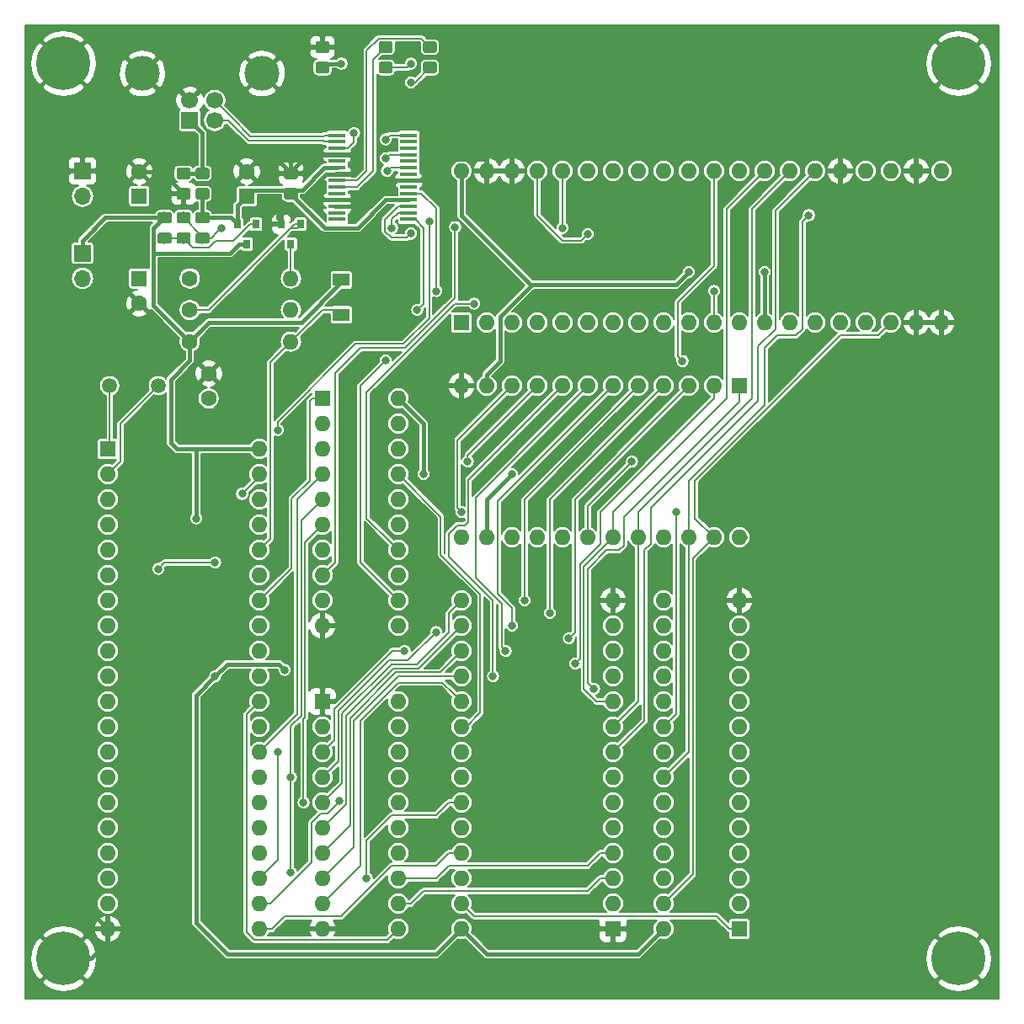
<source format=gbr>
G04 #@! TF.GenerationSoftware,KiCad,Pcbnew,(5.1.4)-1*
G04 #@! TF.CreationDate,2020-07-02T19:24:17-04:00*
G04 #@! TF.ProjectId,CPU8085,43505538-3038-4352-9e6b-696361645f70,A*
G04 #@! TF.SameCoordinates,Original*
G04 #@! TF.FileFunction,Copper,L1,Top*
G04 #@! TF.FilePolarity,Positive*
%FSLAX46Y46*%
G04 Gerber Fmt 4.6, Leading zero omitted, Abs format (unit mm)*
G04 Created by KiCad (PCBNEW (5.1.4)-1) date 2020-07-02 19:24:17*
%MOMM*%
%LPD*%
G04 APERTURE LIST*
%ADD10C,3.500000*%
%ADD11C,1.700000*%
%ADD12R,1.700000X1.700000*%
%ADD13R,1.700000X1.300000*%
%ADD14C,0.100000*%
%ADD15C,1.150000*%
%ADD16C,1.600000*%
%ADD17O,1.600000X1.600000*%
%ADD18R,0.800000X0.900000*%
%ADD19R,1.600000X1.600000*%
%ADD20O,1.700000X1.700000*%
%ADD21R,1.750000X0.450000*%
%ADD22C,5.400000*%
%ADD23C,1.500000*%
%ADD24C,0.800000*%
%ADD25C,0.400000*%
%ADD26C,0.200000*%
G04 APERTURE END LIST*
D10*
X59975000Y-41010000D03*
X47935000Y-41010000D03*
D11*
X52705000Y-43720000D03*
X55205000Y-43720000D03*
X55205000Y-45720000D03*
D12*
X52705000Y-45720000D03*
D13*
X67945000Y-61750000D03*
X67945000Y-65250000D03*
D14*
G36*
X77309505Y-37771204D02*
G01*
X77333773Y-37774804D01*
X77357572Y-37780765D01*
X77380671Y-37789030D01*
X77402850Y-37799520D01*
X77423893Y-37812132D01*
X77443599Y-37826747D01*
X77461777Y-37843223D01*
X77478253Y-37861401D01*
X77492868Y-37881107D01*
X77505480Y-37902150D01*
X77515970Y-37924329D01*
X77524235Y-37947428D01*
X77530196Y-37971227D01*
X77533796Y-37995495D01*
X77535000Y-38019999D01*
X77535000Y-38670001D01*
X77533796Y-38694505D01*
X77530196Y-38718773D01*
X77524235Y-38742572D01*
X77515970Y-38765671D01*
X77505480Y-38787850D01*
X77492868Y-38808893D01*
X77478253Y-38828599D01*
X77461777Y-38846777D01*
X77443599Y-38863253D01*
X77423893Y-38877868D01*
X77402850Y-38890480D01*
X77380671Y-38900970D01*
X77357572Y-38909235D01*
X77333773Y-38915196D01*
X77309505Y-38918796D01*
X77285001Y-38920000D01*
X76384999Y-38920000D01*
X76360495Y-38918796D01*
X76336227Y-38915196D01*
X76312428Y-38909235D01*
X76289329Y-38900970D01*
X76267150Y-38890480D01*
X76246107Y-38877868D01*
X76226401Y-38863253D01*
X76208223Y-38846777D01*
X76191747Y-38828599D01*
X76177132Y-38808893D01*
X76164520Y-38787850D01*
X76154030Y-38765671D01*
X76145765Y-38742572D01*
X76139804Y-38718773D01*
X76136204Y-38694505D01*
X76135000Y-38670001D01*
X76135000Y-38019999D01*
X76136204Y-37995495D01*
X76139804Y-37971227D01*
X76145765Y-37947428D01*
X76154030Y-37924329D01*
X76164520Y-37902150D01*
X76177132Y-37881107D01*
X76191747Y-37861401D01*
X76208223Y-37843223D01*
X76226401Y-37826747D01*
X76246107Y-37812132D01*
X76267150Y-37799520D01*
X76289329Y-37789030D01*
X76312428Y-37780765D01*
X76336227Y-37774804D01*
X76360495Y-37771204D01*
X76384999Y-37770000D01*
X77285001Y-37770000D01*
X77309505Y-37771204D01*
X77309505Y-37771204D01*
G37*
D15*
X76835000Y-38345000D03*
D14*
G36*
X77309505Y-39821204D02*
G01*
X77333773Y-39824804D01*
X77357572Y-39830765D01*
X77380671Y-39839030D01*
X77402850Y-39849520D01*
X77423893Y-39862132D01*
X77443599Y-39876747D01*
X77461777Y-39893223D01*
X77478253Y-39911401D01*
X77492868Y-39931107D01*
X77505480Y-39952150D01*
X77515970Y-39974329D01*
X77524235Y-39997428D01*
X77530196Y-40021227D01*
X77533796Y-40045495D01*
X77535000Y-40069999D01*
X77535000Y-40720001D01*
X77533796Y-40744505D01*
X77530196Y-40768773D01*
X77524235Y-40792572D01*
X77515970Y-40815671D01*
X77505480Y-40837850D01*
X77492868Y-40858893D01*
X77478253Y-40878599D01*
X77461777Y-40896777D01*
X77443599Y-40913253D01*
X77423893Y-40927868D01*
X77402850Y-40940480D01*
X77380671Y-40950970D01*
X77357572Y-40959235D01*
X77333773Y-40965196D01*
X77309505Y-40968796D01*
X77285001Y-40970000D01*
X76384999Y-40970000D01*
X76360495Y-40968796D01*
X76336227Y-40965196D01*
X76312428Y-40959235D01*
X76289329Y-40950970D01*
X76267150Y-40940480D01*
X76246107Y-40927868D01*
X76226401Y-40913253D01*
X76208223Y-40896777D01*
X76191747Y-40878599D01*
X76177132Y-40858893D01*
X76164520Y-40837850D01*
X76154030Y-40815671D01*
X76145765Y-40792572D01*
X76139804Y-40768773D01*
X76136204Y-40744505D01*
X76135000Y-40720001D01*
X76135000Y-40069999D01*
X76136204Y-40045495D01*
X76139804Y-40021227D01*
X76145765Y-39997428D01*
X76154030Y-39974329D01*
X76164520Y-39952150D01*
X76177132Y-39931107D01*
X76191747Y-39911401D01*
X76208223Y-39893223D01*
X76226401Y-39876747D01*
X76246107Y-39862132D01*
X76267150Y-39849520D01*
X76289329Y-39839030D01*
X76312428Y-39830765D01*
X76336227Y-39824804D01*
X76360495Y-39821204D01*
X76384999Y-39820000D01*
X77285001Y-39820000D01*
X77309505Y-39821204D01*
X77309505Y-39821204D01*
G37*
D15*
X76835000Y-40395000D03*
D14*
G36*
X66514505Y-39821204D02*
G01*
X66538773Y-39824804D01*
X66562572Y-39830765D01*
X66585671Y-39839030D01*
X66607850Y-39849520D01*
X66628893Y-39862132D01*
X66648599Y-39876747D01*
X66666777Y-39893223D01*
X66683253Y-39911401D01*
X66697868Y-39931107D01*
X66710480Y-39952150D01*
X66720970Y-39974329D01*
X66729235Y-39997428D01*
X66735196Y-40021227D01*
X66738796Y-40045495D01*
X66740000Y-40069999D01*
X66740000Y-40720001D01*
X66738796Y-40744505D01*
X66735196Y-40768773D01*
X66729235Y-40792572D01*
X66720970Y-40815671D01*
X66710480Y-40837850D01*
X66697868Y-40858893D01*
X66683253Y-40878599D01*
X66666777Y-40896777D01*
X66648599Y-40913253D01*
X66628893Y-40927868D01*
X66607850Y-40940480D01*
X66585671Y-40950970D01*
X66562572Y-40959235D01*
X66538773Y-40965196D01*
X66514505Y-40968796D01*
X66490001Y-40970000D01*
X65589999Y-40970000D01*
X65565495Y-40968796D01*
X65541227Y-40965196D01*
X65517428Y-40959235D01*
X65494329Y-40950970D01*
X65472150Y-40940480D01*
X65451107Y-40927868D01*
X65431401Y-40913253D01*
X65413223Y-40896777D01*
X65396747Y-40878599D01*
X65382132Y-40858893D01*
X65369520Y-40837850D01*
X65359030Y-40815671D01*
X65350765Y-40792572D01*
X65344804Y-40768773D01*
X65341204Y-40744505D01*
X65340000Y-40720001D01*
X65340000Y-40069999D01*
X65341204Y-40045495D01*
X65344804Y-40021227D01*
X65350765Y-39997428D01*
X65359030Y-39974329D01*
X65369520Y-39952150D01*
X65382132Y-39931107D01*
X65396747Y-39911401D01*
X65413223Y-39893223D01*
X65431401Y-39876747D01*
X65451107Y-39862132D01*
X65472150Y-39849520D01*
X65494329Y-39839030D01*
X65517428Y-39830765D01*
X65541227Y-39824804D01*
X65565495Y-39821204D01*
X65589999Y-39820000D01*
X66490001Y-39820000D01*
X66514505Y-39821204D01*
X66514505Y-39821204D01*
G37*
D15*
X66040000Y-40395000D03*
D14*
G36*
X66514505Y-37771204D02*
G01*
X66538773Y-37774804D01*
X66562572Y-37780765D01*
X66585671Y-37789030D01*
X66607850Y-37799520D01*
X66628893Y-37812132D01*
X66648599Y-37826747D01*
X66666777Y-37843223D01*
X66683253Y-37861401D01*
X66697868Y-37881107D01*
X66710480Y-37902150D01*
X66720970Y-37924329D01*
X66729235Y-37947428D01*
X66735196Y-37971227D01*
X66738796Y-37995495D01*
X66740000Y-38019999D01*
X66740000Y-38670001D01*
X66738796Y-38694505D01*
X66735196Y-38718773D01*
X66729235Y-38742572D01*
X66720970Y-38765671D01*
X66710480Y-38787850D01*
X66697868Y-38808893D01*
X66683253Y-38828599D01*
X66666777Y-38846777D01*
X66648599Y-38863253D01*
X66628893Y-38877868D01*
X66607850Y-38890480D01*
X66585671Y-38900970D01*
X66562572Y-38909235D01*
X66538773Y-38915196D01*
X66514505Y-38918796D01*
X66490001Y-38920000D01*
X65589999Y-38920000D01*
X65565495Y-38918796D01*
X65541227Y-38915196D01*
X65517428Y-38909235D01*
X65494329Y-38900970D01*
X65472150Y-38890480D01*
X65451107Y-38877868D01*
X65431401Y-38863253D01*
X65413223Y-38846777D01*
X65396747Y-38828599D01*
X65382132Y-38808893D01*
X65369520Y-38787850D01*
X65359030Y-38765671D01*
X65350765Y-38742572D01*
X65344804Y-38718773D01*
X65341204Y-38694505D01*
X65340000Y-38670001D01*
X65340000Y-38019999D01*
X65341204Y-37995495D01*
X65344804Y-37971227D01*
X65350765Y-37947428D01*
X65359030Y-37924329D01*
X65369520Y-37902150D01*
X65382132Y-37881107D01*
X65396747Y-37861401D01*
X65413223Y-37843223D01*
X65431401Y-37826747D01*
X65451107Y-37812132D01*
X65472150Y-37799520D01*
X65494329Y-37789030D01*
X65517428Y-37780765D01*
X65541227Y-37774804D01*
X65565495Y-37771204D01*
X65589999Y-37770000D01*
X66490001Y-37770000D01*
X66514505Y-37771204D01*
X66514505Y-37771204D01*
G37*
D15*
X66040000Y-38345000D03*
D14*
G36*
X72864505Y-37771204D02*
G01*
X72888773Y-37774804D01*
X72912572Y-37780765D01*
X72935671Y-37789030D01*
X72957850Y-37799520D01*
X72978893Y-37812132D01*
X72998599Y-37826747D01*
X73016777Y-37843223D01*
X73033253Y-37861401D01*
X73047868Y-37881107D01*
X73060480Y-37902150D01*
X73070970Y-37924329D01*
X73079235Y-37947428D01*
X73085196Y-37971227D01*
X73088796Y-37995495D01*
X73090000Y-38019999D01*
X73090000Y-38670001D01*
X73088796Y-38694505D01*
X73085196Y-38718773D01*
X73079235Y-38742572D01*
X73070970Y-38765671D01*
X73060480Y-38787850D01*
X73047868Y-38808893D01*
X73033253Y-38828599D01*
X73016777Y-38846777D01*
X72998599Y-38863253D01*
X72978893Y-38877868D01*
X72957850Y-38890480D01*
X72935671Y-38900970D01*
X72912572Y-38909235D01*
X72888773Y-38915196D01*
X72864505Y-38918796D01*
X72840001Y-38920000D01*
X71939999Y-38920000D01*
X71915495Y-38918796D01*
X71891227Y-38915196D01*
X71867428Y-38909235D01*
X71844329Y-38900970D01*
X71822150Y-38890480D01*
X71801107Y-38877868D01*
X71781401Y-38863253D01*
X71763223Y-38846777D01*
X71746747Y-38828599D01*
X71732132Y-38808893D01*
X71719520Y-38787850D01*
X71709030Y-38765671D01*
X71700765Y-38742572D01*
X71694804Y-38718773D01*
X71691204Y-38694505D01*
X71690000Y-38670001D01*
X71690000Y-38019999D01*
X71691204Y-37995495D01*
X71694804Y-37971227D01*
X71700765Y-37947428D01*
X71709030Y-37924329D01*
X71719520Y-37902150D01*
X71732132Y-37881107D01*
X71746747Y-37861401D01*
X71763223Y-37843223D01*
X71781401Y-37826747D01*
X71801107Y-37812132D01*
X71822150Y-37799520D01*
X71844329Y-37789030D01*
X71867428Y-37780765D01*
X71891227Y-37774804D01*
X71915495Y-37771204D01*
X71939999Y-37770000D01*
X72840001Y-37770000D01*
X72864505Y-37771204D01*
X72864505Y-37771204D01*
G37*
D15*
X72390000Y-38345000D03*
D14*
G36*
X72864505Y-39821204D02*
G01*
X72888773Y-39824804D01*
X72912572Y-39830765D01*
X72935671Y-39839030D01*
X72957850Y-39849520D01*
X72978893Y-39862132D01*
X72998599Y-39876747D01*
X73016777Y-39893223D01*
X73033253Y-39911401D01*
X73047868Y-39931107D01*
X73060480Y-39952150D01*
X73070970Y-39974329D01*
X73079235Y-39997428D01*
X73085196Y-40021227D01*
X73088796Y-40045495D01*
X73090000Y-40069999D01*
X73090000Y-40720001D01*
X73088796Y-40744505D01*
X73085196Y-40768773D01*
X73079235Y-40792572D01*
X73070970Y-40815671D01*
X73060480Y-40837850D01*
X73047868Y-40858893D01*
X73033253Y-40878599D01*
X73016777Y-40896777D01*
X72998599Y-40913253D01*
X72978893Y-40927868D01*
X72957850Y-40940480D01*
X72935671Y-40950970D01*
X72912572Y-40959235D01*
X72888773Y-40965196D01*
X72864505Y-40968796D01*
X72840001Y-40970000D01*
X71939999Y-40970000D01*
X71915495Y-40968796D01*
X71891227Y-40965196D01*
X71867428Y-40959235D01*
X71844329Y-40950970D01*
X71822150Y-40940480D01*
X71801107Y-40927868D01*
X71781401Y-40913253D01*
X71763223Y-40896777D01*
X71746747Y-40878599D01*
X71732132Y-40858893D01*
X71719520Y-40837850D01*
X71709030Y-40815671D01*
X71700765Y-40792572D01*
X71694804Y-40768773D01*
X71691204Y-40744505D01*
X71690000Y-40720001D01*
X71690000Y-40069999D01*
X71691204Y-40045495D01*
X71694804Y-40021227D01*
X71700765Y-39997428D01*
X71709030Y-39974329D01*
X71719520Y-39952150D01*
X71732132Y-39931107D01*
X71746747Y-39911401D01*
X71763223Y-39893223D01*
X71781401Y-39876747D01*
X71801107Y-39862132D01*
X71822150Y-39849520D01*
X71844329Y-39839030D01*
X71867428Y-39830765D01*
X71891227Y-39824804D01*
X71915495Y-39821204D01*
X71939999Y-39820000D01*
X72840001Y-39820000D01*
X72864505Y-39821204D01*
X72864505Y-39821204D01*
G37*
D15*
X72390000Y-40395000D03*
D16*
X52705000Y-67945000D03*
D17*
X62865000Y-67945000D03*
D18*
X62865000Y-58150000D03*
X61915000Y-56150000D03*
X63815000Y-56150000D03*
D16*
X52705000Y-64770000D03*
D17*
X62865000Y-64770000D03*
X62865000Y-61595000D03*
D16*
X52705000Y-61595000D03*
D17*
X73660000Y-104140000D03*
X66040000Y-127000000D03*
X73660000Y-106680000D03*
X66040000Y-124460000D03*
X73660000Y-109220000D03*
X66040000Y-121920000D03*
X73660000Y-111760000D03*
X66040000Y-119380000D03*
X73660000Y-114300000D03*
X66040000Y-116840000D03*
X73660000Y-116840000D03*
X66040000Y-114300000D03*
X73660000Y-119380000D03*
X66040000Y-111760000D03*
X73660000Y-121920000D03*
X66040000Y-109220000D03*
X73660000Y-124460000D03*
X66040000Y-106680000D03*
X73660000Y-127000000D03*
D19*
X66040000Y-104140000D03*
D17*
X80010000Y-127000000D03*
X95250000Y-93980000D03*
X80010000Y-124460000D03*
X95250000Y-96520000D03*
X80010000Y-121920000D03*
X95250000Y-99060000D03*
X80010000Y-119380000D03*
X95250000Y-101600000D03*
X80010000Y-116840000D03*
X95250000Y-104140000D03*
X80010000Y-114300000D03*
X95250000Y-106680000D03*
X80010000Y-111760000D03*
X95250000Y-109220000D03*
X80010000Y-109220000D03*
X95250000Y-111760000D03*
X80010000Y-106680000D03*
X95250000Y-114300000D03*
X80010000Y-104140000D03*
X95250000Y-116840000D03*
X80010000Y-101600000D03*
X95250000Y-119380000D03*
X80010000Y-99060000D03*
X95250000Y-121920000D03*
X80010000Y-96520000D03*
X95250000Y-124460000D03*
X80010000Y-93980000D03*
D19*
X95250000Y-127000000D03*
D20*
X41910000Y-61595000D03*
D12*
X41910000Y-59055000D03*
D16*
X47625000Y-64095000D03*
D19*
X47625000Y-61595000D03*
D14*
G36*
X54449505Y-56966204D02*
G01*
X54473773Y-56969804D01*
X54497572Y-56975765D01*
X54520671Y-56984030D01*
X54542850Y-56994520D01*
X54563893Y-57007132D01*
X54583599Y-57021747D01*
X54601777Y-57038223D01*
X54618253Y-57056401D01*
X54632868Y-57076107D01*
X54645480Y-57097150D01*
X54655970Y-57119329D01*
X54664235Y-57142428D01*
X54670196Y-57166227D01*
X54673796Y-57190495D01*
X54675000Y-57214999D01*
X54675000Y-57865001D01*
X54673796Y-57889505D01*
X54670196Y-57913773D01*
X54664235Y-57937572D01*
X54655970Y-57960671D01*
X54645480Y-57982850D01*
X54632868Y-58003893D01*
X54618253Y-58023599D01*
X54601777Y-58041777D01*
X54583599Y-58058253D01*
X54563893Y-58072868D01*
X54542850Y-58085480D01*
X54520671Y-58095970D01*
X54497572Y-58104235D01*
X54473773Y-58110196D01*
X54449505Y-58113796D01*
X54425001Y-58115000D01*
X53524999Y-58115000D01*
X53500495Y-58113796D01*
X53476227Y-58110196D01*
X53452428Y-58104235D01*
X53429329Y-58095970D01*
X53407150Y-58085480D01*
X53386107Y-58072868D01*
X53366401Y-58058253D01*
X53348223Y-58041777D01*
X53331747Y-58023599D01*
X53317132Y-58003893D01*
X53304520Y-57982850D01*
X53294030Y-57960671D01*
X53285765Y-57937572D01*
X53279804Y-57913773D01*
X53276204Y-57889505D01*
X53275000Y-57865001D01*
X53275000Y-57214999D01*
X53276204Y-57190495D01*
X53279804Y-57166227D01*
X53285765Y-57142428D01*
X53294030Y-57119329D01*
X53304520Y-57097150D01*
X53317132Y-57076107D01*
X53331747Y-57056401D01*
X53348223Y-57038223D01*
X53366401Y-57021747D01*
X53386107Y-57007132D01*
X53407150Y-56994520D01*
X53429329Y-56984030D01*
X53452428Y-56975765D01*
X53476227Y-56969804D01*
X53500495Y-56966204D01*
X53524999Y-56965000D01*
X54425001Y-56965000D01*
X54449505Y-56966204D01*
X54449505Y-56966204D01*
G37*
D15*
X53975000Y-57540000D03*
D14*
G36*
X54449505Y-54916204D02*
G01*
X54473773Y-54919804D01*
X54497572Y-54925765D01*
X54520671Y-54934030D01*
X54542850Y-54944520D01*
X54563893Y-54957132D01*
X54583599Y-54971747D01*
X54601777Y-54988223D01*
X54618253Y-55006401D01*
X54632868Y-55026107D01*
X54645480Y-55047150D01*
X54655970Y-55069329D01*
X54664235Y-55092428D01*
X54670196Y-55116227D01*
X54673796Y-55140495D01*
X54675000Y-55164999D01*
X54675000Y-55815001D01*
X54673796Y-55839505D01*
X54670196Y-55863773D01*
X54664235Y-55887572D01*
X54655970Y-55910671D01*
X54645480Y-55932850D01*
X54632868Y-55953893D01*
X54618253Y-55973599D01*
X54601777Y-55991777D01*
X54583599Y-56008253D01*
X54563893Y-56022868D01*
X54542850Y-56035480D01*
X54520671Y-56045970D01*
X54497572Y-56054235D01*
X54473773Y-56060196D01*
X54449505Y-56063796D01*
X54425001Y-56065000D01*
X53524999Y-56065000D01*
X53500495Y-56063796D01*
X53476227Y-56060196D01*
X53452428Y-56054235D01*
X53429329Y-56045970D01*
X53407150Y-56035480D01*
X53386107Y-56022868D01*
X53366401Y-56008253D01*
X53348223Y-55991777D01*
X53331747Y-55973599D01*
X53317132Y-55953893D01*
X53304520Y-55932850D01*
X53294030Y-55910671D01*
X53285765Y-55887572D01*
X53279804Y-55863773D01*
X53276204Y-55839505D01*
X53275000Y-55815001D01*
X53275000Y-55164999D01*
X53276204Y-55140495D01*
X53279804Y-55116227D01*
X53285765Y-55092428D01*
X53294030Y-55069329D01*
X53304520Y-55047150D01*
X53317132Y-55026107D01*
X53331747Y-55006401D01*
X53348223Y-54988223D01*
X53366401Y-54971747D01*
X53386107Y-54957132D01*
X53407150Y-54944520D01*
X53429329Y-54934030D01*
X53452428Y-54925765D01*
X53476227Y-54919804D01*
X53500495Y-54916204D01*
X53524999Y-54915000D01*
X54425001Y-54915000D01*
X54449505Y-54916204D01*
X54449505Y-54916204D01*
G37*
D15*
X53975000Y-55490000D03*
D14*
G36*
X52544505Y-56966204D02*
G01*
X52568773Y-56969804D01*
X52592572Y-56975765D01*
X52615671Y-56984030D01*
X52637850Y-56994520D01*
X52658893Y-57007132D01*
X52678599Y-57021747D01*
X52696777Y-57038223D01*
X52713253Y-57056401D01*
X52727868Y-57076107D01*
X52740480Y-57097150D01*
X52750970Y-57119329D01*
X52759235Y-57142428D01*
X52765196Y-57166227D01*
X52768796Y-57190495D01*
X52770000Y-57214999D01*
X52770000Y-57865001D01*
X52768796Y-57889505D01*
X52765196Y-57913773D01*
X52759235Y-57937572D01*
X52750970Y-57960671D01*
X52740480Y-57982850D01*
X52727868Y-58003893D01*
X52713253Y-58023599D01*
X52696777Y-58041777D01*
X52678599Y-58058253D01*
X52658893Y-58072868D01*
X52637850Y-58085480D01*
X52615671Y-58095970D01*
X52592572Y-58104235D01*
X52568773Y-58110196D01*
X52544505Y-58113796D01*
X52520001Y-58115000D01*
X51619999Y-58115000D01*
X51595495Y-58113796D01*
X51571227Y-58110196D01*
X51547428Y-58104235D01*
X51524329Y-58095970D01*
X51502150Y-58085480D01*
X51481107Y-58072868D01*
X51461401Y-58058253D01*
X51443223Y-58041777D01*
X51426747Y-58023599D01*
X51412132Y-58003893D01*
X51399520Y-57982850D01*
X51389030Y-57960671D01*
X51380765Y-57937572D01*
X51374804Y-57913773D01*
X51371204Y-57889505D01*
X51370000Y-57865001D01*
X51370000Y-57214999D01*
X51371204Y-57190495D01*
X51374804Y-57166227D01*
X51380765Y-57142428D01*
X51389030Y-57119329D01*
X51399520Y-57097150D01*
X51412132Y-57076107D01*
X51426747Y-57056401D01*
X51443223Y-57038223D01*
X51461401Y-57021747D01*
X51481107Y-57007132D01*
X51502150Y-56994520D01*
X51524329Y-56984030D01*
X51547428Y-56975765D01*
X51571227Y-56969804D01*
X51595495Y-56966204D01*
X51619999Y-56965000D01*
X52520001Y-56965000D01*
X52544505Y-56966204D01*
X52544505Y-56966204D01*
G37*
D15*
X52070000Y-57540000D03*
D14*
G36*
X52544505Y-54916204D02*
G01*
X52568773Y-54919804D01*
X52592572Y-54925765D01*
X52615671Y-54934030D01*
X52637850Y-54944520D01*
X52658893Y-54957132D01*
X52678599Y-54971747D01*
X52696777Y-54988223D01*
X52713253Y-55006401D01*
X52727868Y-55026107D01*
X52740480Y-55047150D01*
X52750970Y-55069329D01*
X52759235Y-55092428D01*
X52765196Y-55116227D01*
X52768796Y-55140495D01*
X52770000Y-55164999D01*
X52770000Y-55815001D01*
X52768796Y-55839505D01*
X52765196Y-55863773D01*
X52759235Y-55887572D01*
X52750970Y-55910671D01*
X52740480Y-55932850D01*
X52727868Y-55953893D01*
X52713253Y-55973599D01*
X52696777Y-55991777D01*
X52678599Y-56008253D01*
X52658893Y-56022868D01*
X52637850Y-56035480D01*
X52615671Y-56045970D01*
X52592572Y-56054235D01*
X52568773Y-56060196D01*
X52544505Y-56063796D01*
X52520001Y-56065000D01*
X51619999Y-56065000D01*
X51595495Y-56063796D01*
X51571227Y-56060196D01*
X51547428Y-56054235D01*
X51524329Y-56045970D01*
X51502150Y-56035480D01*
X51481107Y-56022868D01*
X51461401Y-56008253D01*
X51443223Y-55991777D01*
X51426747Y-55973599D01*
X51412132Y-55953893D01*
X51399520Y-55932850D01*
X51389030Y-55910671D01*
X51380765Y-55887572D01*
X51374804Y-55863773D01*
X51371204Y-55839505D01*
X51370000Y-55815001D01*
X51370000Y-55164999D01*
X51371204Y-55140495D01*
X51374804Y-55116227D01*
X51380765Y-55092428D01*
X51389030Y-55069329D01*
X51399520Y-55047150D01*
X51412132Y-55026107D01*
X51426747Y-55006401D01*
X51443223Y-54988223D01*
X51461401Y-54971747D01*
X51481107Y-54957132D01*
X51502150Y-54944520D01*
X51524329Y-54934030D01*
X51547428Y-54925765D01*
X51571227Y-54919804D01*
X51595495Y-54916204D01*
X51619999Y-54915000D01*
X52520001Y-54915000D01*
X52544505Y-54916204D01*
X52544505Y-54916204D01*
G37*
D15*
X52070000Y-55490000D03*
D14*
G36*
X50639505Y-56966204D02*
G01*
X50663773Y-56969804D01*
X50687572Y-56975765D01*
X50710671Y-56984030D01*
X50732850Y-56994520D01*
X50753893Y-57007132D01*
X50773599Y-57021747D01*
X50791777Y-57038223D01*
X50808253Y-57056401D01*
X50822868Y-57076107D01*
X50835480Y-57097150D01*
X50845970Y-57119329D01*
X50854235Y-57142428D01*
X50860196Y-57166227D01*
X50863796Y-57190495D01*
X50865000Y-57214999D01*
X50865000Y-57865001D01*
X50863796Y-57889505D01*
X50860196Y-57913773D01*
X50854235Y-57937572D01*
X50845970Y-57960671D01*
X50835480Y-57982850D01*
X50822868Y-58003893D01*
X50808253Y-58023599D01*
X50791777Y-58041777D01*
X50773599Y-58058253D01*
X50753893Y-58072868D01*
X50732850Y-58085480D01*
X50710671Y-58095970D01*
X50687572Y-58104235D01*
X50663773Y-58110196D01*
X50639505Y-58113796D01*
X50615001Y-58115000D01*
X49714999Y-58115000D01*
X49690495Y-58113796D01*
X49666227Y-58110196D01*
X49642428Y-58104235D01*
X49619329Y-58095970D01*
X49597150Y-58085480D01*
X49576107Y-58072868D01*
X49556401Y-58058253D01*
X49538223Y-58041777D01*
X49521747Y-58023599D01*
X49507132Y-58003893D01*
X49494520Y-57982850D01*
X49484030Y-57960671D01*
X49475765Y-57937572D01*
X49469804Y-57913773D01*
X49466204Y-57889505D01*
X49465000Y-57865001D01*
X49465000Y-57214999D01*
X49466204Y-57190495D01*
X49469804Y-57166227D01*
X49475765Y-57142428D01*
X49484030Y-57119329D01*
X49494520Y-57097150D01*
X49507132Y-57076107D01*
X49521747Y-57056401D01*
X49538223Y-57038223D01*
X49556401Y-57021747D01*
X49576107Y-57007132D01*
X49597150Y-56994520D01*
X49619329Y-56984030D01*
X49642428Y-56975765D01*
X49666227Y-56969804D01*
X49690495Y-56966204D01*
X49714999Y-56965000D01*
X50615001Y-56965000D01*
X50639505Y-56966204D01*
X50639505Y-56966204D01*
G37*
D15*
X50165000Y-57540000D03*
D14*
G36*
X50639505Y-54916204D02*
G01*
X50663773Y-54919804D01*
X50687572Y-54925765D01*
X50710671Y-54934030D01*
X50732850Y-54944520D01*
X50753893Y-54957132D01*
X50773599Y-54971747D01*
X50791777Y-54988223D01*
X50808253Y-55006401D01*
X50822868Y-55026107D01*
X50835480Y-55047150D01*
X50845970Y-55069329D01*
X50854235Y-55092428D01*
X50860196Y-55116227D01*
X50863796Y-55140495D01*
X50865000Y-55164999D01*
X50865000Y-55815001D01*
X50863796Y-55839505D01*
X50860196Y-55863773D01*
X50854235Y-55887572D01*
X50845970Y-55910671D01*
X50835480Y-55932850D01*
X50822868Y-55953893D01*
X50808253Y-55973599D01*
X50791777Y-55991777D01*
X50773599Y-56008253D01*
X50753893Y-56022868D01*
X50732850Y-56035480D01*
X50710671Y-56045970D01*
X50687572Y-56054235D01*
X50663773Y-56060196D01*
X50639505Y-56063796D01*
X50615001Y-56065000D01*
X49714999Y-56065000D01*
X49690495Y-56063796D01*
X49666227Y-56060196D01*
X49642428Y-56054235D01*
X49619329Y-56045970D01*
X49597150Y-56035480D01*
X49576107Y-56022868D01*
X49556401Y-56008253D01*
X49538223Y-55991777D01*
X49521747Y-55973599D01*
X49507132Y-55953893D01*
X49494520Y-55932850D01*
X49484030Y-55910671D01*
X49475765Y-55887572D01*
X49469804Y-55863773D01*
X49466204Y-55839505D01*
X49465000Y-55815001D01*
X49465000Y-55164999D01*
X49466204Y-55140495D01*
X49469804Y-55116227D01*
X49475765Y-55092428D01*
X49484030Y-55069329D01*
X49494520Y-55047150D01*
X49507132Y-55026107D01*
X49521747Y-55006401D01*
X49538223Y-54988223D01*
X49556401Y-54971747D01*
X49576107Y-54957132D01*
X49597150Y-54944520D01*
X49619329Y-54934030D01*
X49642428Y-54925765D01*
X49666227Y-54919804D01*
X49690495Y-54916204D01*
X49714999Y-54915000D01*
X50615001Y-54915000D01*
X50639505Y-54916204D01*
X50639505Y-54916204D01*
G37*
D15*
X50165000Y-55490000D03*
D14*
G36*
X52544505Y-50471204D02*
G01*
X52568773Y-50474804D01*
X52592572Y-50480765D01*
X52615671Y-50489030D01*
X52637850Y-50499520D01*
X52658893Y-50512132D01*
X52678599Y-50526747D01*
X52696777Y-50543223D01*
X52713253Y-50561401D01*
X52727868Y-50581107D01*
X52740480Y-50602150D01*
X52750970Y-50624329D01*
X52759235Y-50647428D01*
X52765196Y-50671227D01*
X52768796Y-50695495D01*
X52770000Y-50719999D01*
X52770000Y-51370001D01*
X52768796Y-51394505D01*
X52765196Y-51418773D01*
X52759235Y-51442572D01*
X52750970Y-51465671D01*
X52740480Y-51487850D01*
X52727868Y-51508893D01*
X52713253Y-51528599D01*
X52696777Y-51546777D01*
X52678599Y-51563253D01*
X52658893Y-51577868D01*
X52637850Y-51590480D01*
X52615671Y-51600970D01*
X52592572Y-51609235D01*
X52568773Y-51615196D01*
X52544505Y-51618796D01*
X52520001Y-51620000D01*
X51619999Y-51620000D01*
X51595495Y-51618796D01*
X51571227Y-51615196D01*
X51547428Y-51609235D01*
X51524329Y-51600970D01*
X51502150Y-51590480D01*
X51481107Y-51577868D01*
X51461401Y-51563253D01*
X51443223Y-51546777D01*
X51426747Y-51528599D01*
X51412132Y-51508893D01*
X51399520Y-51487850D01*
X51389030Y-51465671D01*
X51380765Y-51442572D01*
X51374804Y-51418773D01*
X51371204Y-51394505D01*
X51370000Y-51370001D01*
X51370000Y-50719999D01*
X51371204Y-50695495D01*
X51374804Y-50671227D01*
X51380765Y-50647428D01*
X51389030Y-50624329D01*
X51399520Y-50602150D01*
X51412132Y-50581107D01*
X51426747Y-50561401D01*
X51443223Y-50543223D01*
X51461401Y-50526747D01*
X51481107Y-50512132D01*
X51502150Y-50499520D01*
X51524329Y-50489030D01*
X51547428Y-50480765D01*
X51571227Y-50474804D01*
X51595495Y-50471204D01*
X51619999Y-50470000D01*
X52520001Y-50470000D01*
X52544505Y-50471204D01*
X52544505Y-50471204D01*
G37*
D15*
X52070000Y-51045000D03*
D14*
G36*
X52544505Y-52521204D02*
G01*
X52568773Y-52524804D01*
X52592572Y-52530765D01*
X52615671Y-52539030D01*
X52637850Y-52549520D01*
X52658893Y-52562132D01*
X52678599Y-52576747D01*
X52696777Y-52593223D01*
X52713253Y-52611401D01*
X52727868Y-52631107D01*
X52740480Y-52652150D01*
X52750970Y-52674329D01*
X52759235Y-52697428D01*
X52765196Y-52721227D01*
X52768796Y-52745495D01*
X52770000Y-52769999D01*
X52770000Y-53420001D01*
X52768796Y-53444505D01*
X52765196Y-53468773D01*
X52759235Y-53492572D01*
X52750970Y-53515671D01*
X52740480Y-53537850D01*
X52727868Y-53558893D01*
X52713253Y-53578599D01*
X52696777Y-53596777D01*
X52678599Y-53613253D01*
X52658893Y-53627868D01*
X52637850Y-53640480D01*
X52615671Y-53650970D01*
X52592572Y-53659235D01*
X52568773Y-53665196D01*
X52544505Y-53668796D01*
X52520001Y-53670000D01*
X51619999Y-53670000D01*
X51595495Y-53668796D01*
X51571227Y-53665196D01*
X51547428Y-53659235D01*
X51524329Y-53650970D01*
X51502150Y-53640480D01*
X51481107Y-53627868D01*
X51461401Y-53613253D01*
X51443223Y-53596777D01*
X51426747Y-53578599D01*
X51412132Y-53558893D01*
X51399520Y-53537850D01*
X51389030Y-53515671D01*
X51380765Y-53492572D01*
X51374804Y-53468773D01*
X51371204Y-53444505D01*
X51370000Y-53420001D01*
X51370000Y-52769999D01*
X51371204Y-52745495D01*
X51374804Y-52721227D01*
X51380765Y-52697428D01*
X51389030Y-52674329D01*
X51399520Y-52652150D01*
X51412132Y-52631107D01*
X51426747Y-52611401D01*
X51443223Y-52593223D01*
X51461401Y-52576747D01*
X51481107Y-52562132D01*
X51502150Y-52549520D01*
X51524329Y-52539030D01*
X51547428Y-52530765D01*
X51571227Y-52524804D01*
X51595495Y-52521204D01*
X51619999Y-52520000D01*
X52520001Y-52520000D01*
X52544505Y-52521204D01*
X52544505Y-52521204D01*
G37*
D15*
X52070000Y-53095000D03*
D14*
G36*
X63339505Y-50471204D02*
G01*
X63363773Y-50474804D01*
X63387572Y-50480765D01*
X63410671Y-50489030D01*
X63432850Y-50499520D01*
X63453893Y-50512132D01*
X63473599Y-50526747D01*
X63491777Y-50543223D01*
X63508253Y-50561401D01*
X63522868Y-50581107D01*
X63535480Y-50602150D01*
X63545970Y-50624329D01*
X63554235Y-50647428D01*
X63560196Y-50671227D01*
X63563796Y-50695495D01*
X63565000Y-50719999D01*
X63565000Y-51370001D01*
X63563796Y-51394505D01*
X63560196Y-51418773D01*
X63554235Y-51442572D01*
X63545970Y-51465671D01*
X63535480Y-51487850D01*
X63522868Y-51508893D01*
X63508253Y-51528599D01*
X63491777Y-51546777D01*
X63473599Y-51563253D01*
X63453893Y-51577868D01*
X63432850Y-51590480D01*
X63410671Y-51600970D01*
X63387572Y-51609235D01*
X63363773Y-51615196D01*
X63339505Y-51618796D01*
X63315001Y-51620000D01*
X62414999Y-51620000D01*
X62390495Y-51618796D01*
X62366227Y-51615196D01*
X62342428Y-51609235D01*
X62319329Y-51600970D01*
X62297150Y-51590480D01*
X62276107Y-51577868D01*
X62256401Y-51563253D01*
X62238223Y-51546777D01*
X62221747Y-51528599D01*
X62207132Y-51508893D01*
X62194520Y-51487850D01*
X62184030Y-51465671D01*
X62175765Y-51442572D01*
X62169804Y-51418773D01*
X62166204Y-51394505D01*
X62165000Y-51370001D01*
X62165000Y-50719999D01*
X62166204Y-50695495D01*
X62169804Y-50671227D01*
X62175765Y-50647428D01*
X62184030Y-50624329D01*
X62194520Y-50602150D01*
X62207132Y-50581107D01*
X62221747Y-50561401D01*
X62238223Y-50543223D01*
X62256401Y-50526747D01*
X62276107Y-50512132D01*
X62297150Y-50499520D01*
X62319329Y-50489030D01*
X62342428Y-50480765D01*
X62366227Y-50474804D01*
X62390495Y-50471204D01*
X62414999Y-50470000D01*
X63315001Y-50470000D01*
X63339505Y-50471204D01*
X63339505Y-50471204D01*
G37*
D15*
X62865000Y-51045000D03*
D14*
G36*
X63339505Y-52521204D02*
G01*
X63363773Y-52524804D01*
X63387572Y-52530765D01*
X63410671Y-52539030D01*
X63432850Y-52549520D01*
X63453893Y-52562132D01*
X63473599Y-52576747D01*
X63491777Y-52593223D01*
X63508253Y-52611401D01*
X63522868Y-52631107D01*
X63535480Y-52652150D01*
X63545970Y-52674329D01*
X63554235Y-52697428D01*
X63560196Y-52721227D01*
X63563796Y-52745495D01*
X63565000Y-52769999D01*
X63565000Y-53420001D01*
X63563796Y-53444505D01*
X63560196Y-53468773D01*
X63554235Y-53492572D01*
X63545970Y-53515671D01*
X63535480Y-53537850D01*
X63522868Y-53558893D01*
X63508253Y-53578599D01*
X63491777Y-53596777D01*
X63473599Y-53613253D01*
X63453893Y-53627868D01*
X63432850Y-53640480D01*
X63410671Y-53650970D01*
X63387572Y-53659235D01*
X63363773Y-53665196D01*
X63339505Y-53668796D01*
X63315001Y-53670000D01*
X62414999Y-53670000D01*
X62390495Y-53668796D01*
X62366227Y-53665196D01*
X62342428Y-53659235D01*
X62319329Y-53650970D01*
X62297150Y-53640480D01*
X62276107Y-53627868D01*
X62256401Y-53613253D01*
X62238223Y-53596777D01*
X62221747Y-53578599D01*
X62207132Y-53558893D01*
X62194520Y-53537850D01*
X62184030Y-53515671D01*
X62175765Y-53492572D01*
X62169804Y-53468773D01*
X62166204Y-53444505D01*
X62165000Y-53420001D01*
X62165000Y-52769999D01*
X62166204Y-52745495D01*
X62169804Y-52721227D01*
X62175765Y-52697428D01*
X62184030Y-52674329D01*
X62194520Y-52652150D01*
X62207132Y-52631107D01*
X62221747Y-52611401D01*
X62238223Y-52593223D01*
X62256401Y-52576747D01*
X62276107Y-52562132D01*
X62297150Y-52549520D01*
X62319329Y-52539030D01*
X62342428Y-52530765D01*
X62366227Y-52524804D01*
X62390495Y-52521204D01*
X62414999Y-52520000D01*
X63315001Y-52520000D01*
X63339505Y-52521204D01*
X63339505Y-52521204D01*
G37*
D15*
X62865000Y-53095000D03*
D19*
X58420000Y-53340000D03*
D16*
X58420000Y-50840000D03*
D14*
G36*
X54449505Y-52521204D02*
G01*
X54473773Y-52524804D01*
X54497572Y-52530765D01*
X54520671Y-52539030D01*
X54542850Y-52549520D01*
X54563893Y-52562132D01*
X54583599Y-52576747D01*
X54601777Y-52593223D01*
X54618253Y-52611401D01*
X54632868Y-52631107D01*
X54645480Y-52652150D01*
X54655970Y-52674329D01*
X54664235Y-52697428D01*
X54670196Y-52721227D01*
X54673796Y-52745495D01*
X54675000Y-52769999D01*
X54675000Y-53420001D01*
X54673796Y-53444505D01*
X54670196Y-53468773D01*
X54664235Y-53492572D01*
X54655970Y-53515671D01*
X54645480Y-53537850D01*
X54632868Y-53558893D01*
X54618253Y-53578599D01*
X54601777Y-53596777D01*
X54583599Y-53613253D01*
X54563893Y-53627868D01*
X54542850Y-53640480D01*
X54520671Y-53650970D01*
X54497572Y-53659235D01*
X54473773Y-53665196D01*
X54449505Y-53668796D01*
X54425001Y-53670000D01*
X53524999Y-53670000D01*
X53500495Y-53668796D01*
X53476227Y-53665196D01*
X53452428Y-53659235D01*
X53429329Y-53650970D01*
X53407150Y-53640480D01*
X53386107Y-53627868D01*
X53366401Y-53613253D01*
X53348223Y-53596777D01*
X53331747Y-53578599D01*
X53317132Y-53558893D01*
X53304520Y-53537850D01*
X53294030Y-53515671D01*
X53285765Y-53492572D01*
X53279804Y-53468773D01*
X53276204Y-53444505D01*
X53275000Y-53420001D01*
X53275000Y-52769999D01*
X53276204Y-52745495D01*
X53279804Y-52721227D01*
X53285765Y-52697428D01*
X53294030Y-52674329D01*
X53304520Y-52652150D01*
X53317132Y-52631107D01*
X53331747Y-52611401D01*
X53348223Y-52593223D01*
X53366401Y-52576747D01*
X53386107Y-52562132D01*
X53407150Y-52549520D01*
X53429329Y-52539030D01*
X53452428Y-52530765D01*
X53476227Y-52524804D01*
X53500495Y-52521204D01*
X53524999Y-52520000D01*
X54425001Y-52520000D01*
X54449505Y-52521204D01*
X54449505Y-52521204D01*
G37*
D15*
X53975000Y-53095000D03*
D14*
G36*
X54449505Y-50471204D02*
G01*
X54473773Y-50474804D01*
X54497572Y-50480765D01*
X54520671Y-50489030D01*
X54542850Y-50499520D01*
X54563893Y-50512132D01*
X54583599Y-50526747D01*
X54601777Y-50543223D01*
X54618253Y-50561401D01*
X54632868Y-50581107D01*
X54645480Y-50602150D01*
X54655970Y-50624329D01*
X54664235Y-50647428D01*
X54670196Y-50671227D01*
X54673796Y-50695495D01*
X54675000Y-50719999D01*
X54675000Y-51370001D01*
X54673796Y-51394505D01*
X54670196Y-51418773D01*
X54664235Y-51442572D01*
X54655970Y-51465671D01*
X54645480Y-51487850D01*
X54632868Y-51508893D01*
X54618253Y-51528599D01*
X54601777Y-51546777D01*
X54583599Y-51563253D01*
X54563893Y-51577868D01*
X54542850Y-51590480D01*
X54520671Y-51600970D01*
X54497572Y-51609235D01*
X54473773Y-51615196D01*
X54449505Y-51618796D01*
X54425001Y-51620000D01*
X53524999Y-51620000D01*
X53500495Y-51618796D01*
X53476227Y-51615196D01*
X53452428Y-51609235D01*
X53429329Y-51600970D01*
X53407150Y-51590480D01*
X53386107Y-51577868D01*
X53366401Y-51563253D01*
X53348223Y-51546777D01*
X53331747Y-51528599D01*
X53317132Y-51508893D01*
X53304520Y-51487850D01*
X53294030Y-51465671D01*
X53285765Y-51442572D01*
X53279804Y-51418773D01*
X53276204Y-51394505D01*
X53275000Y-51370001D01*
X53275000Y-50719999D01*
X53276204Y-50695495D01*
X53279804Y-50671227D01*
X53285765Y-50647428D01*
X53294030Y-50624329D01*
X53304520Y-50602150D01*
X53317132Y-50581107D01*
X53331747Y-50561401D01*
X53348223Y-50543223D01*
X53366401Y-50526747D01*
X53386107Y-50512132D01*
X53407150Y-50499520D01*
X53429329Y-50489030D01*
X53452428Y-50480765D01*
X53476227Y-50474804D01*
X53500495Y-50471204D01*
X53524999Y-50470000D01*
X54425001Y-50470000D01*
X54449505Y-50471204D01*
X54449505Y-50471204D01*
G37*
D15*
X53975000Y-51045000D03*
D21*
X67520000Y-55660000D03*
X67520000Y-55010000D03*
X67520000Y-54360000D03*
X67520000Y-53710000D03*
X67520000Y-53060000D03*
X67520000Y-52410000D03*
X67520000Y-51760000D03*
X67520000Y-51110000D03*
X67520000Y-50460000D03*
X67520000Y-49810000D03*
X67520000Y-49160000D03*
X67520000Y-48510000D03*
X67520000Y-47860000D03*
X67520000Y-47210000D03*
X74720000Y-47210000D03*
X74720000Y-47860000D03*
X74720000Y-48510000D03*
X74720000Y-49160000D03*
X74720000Y-49810000D03*
X74720000Y-50460000D03*
X74720000Y-51110000D03*
X74720000Y-51760000D03*
X74720000Y-52410000D03*
X74720000Y-53060000D03*
X74720000Y-53710000D03*
X74720000Y-54360000D03*
X74720000Y-55010000D03*
X74720000Y-55660000D03*
D18*
X59370000Y-56150000D03*
X57470000Y-56150000D03*
X58420000Y-58150000D03*
D17*
X107950000Y-87630000D03*
X80010000Y-72390000D03*
X105410000Y-87630000D03*
X82550000Y-72390000D03*
X102870000Y-87630000D03*
X85090000Y-72390000D03*
X100330000Y-87630000D03*
X87630000Y-72390000D03*
X97790000Y-87630000D03*
X90170000Y-72390000D03*
X95250000Y-87630000D03*
X92710000Y-72390000D03*
X92710000Y-87630000D03*
X95250000Y-72390000D03*
X90170000Y-87630000D03*
X97790000Y-72390000D03*
X87630000Y-87630000D03*
X100330000Y-72390000D03*
X85090000Y-87630000D03*
X102870000Y-72390000D03*
X82550000Y-87630000D03*
X105410000Y-72390000D03*
X80010000Y-87630000D03*
D19*
X107950000Y-72390000D03*
X80010000Y-66040000D03*
D17*
X128270000Y-50800000D03*
X82550000Y-66040000D03*
X125730000Y-50800000D03*
X85090000Y-66040000D03*
X123190000Y-50800000D03*
X87630000Y-66040000D03*
X120650000Y-50800000D03*
X90170000Y-66040000D03*
X118110000Y-50800000D03*
X92710000Y-66040000D03*
X115570000Y-50800000D03*
X95250000Y-66040000D03*
X113030000Y-50800000D03*
X97790000Y-66040000D03*
X110490000Y-50800000D03*
X100330000Y-66040000D03*
X107950000Y-50800000D03*
X102870000Y-66040000D03*
X105410000Y-50800000D03*
X105410000Y-66040000D03*
X102870000Y-50800000D03*
X107950000Y-66040000D03*
X100330000Y-50800000D03*
X110490000Y-66040000D03*
X97790000Y-50800000D03*
X113030000Y-66040000D03*
X95250000Y-50800000D03*
X115570000Y-66040000D03*
X92710000Y-50800000D03*
X118110000Y-66040000D03*
X90170000Y-50800000D03*
X120650000Y-66040000D03*
X87630000Y-50800000D03*
X123190000Y-66040000D03*
X85090000Y-50800000D03*
X125730000Y-66040000D03*
X82550000Y-50800000D03*
X128270000Y-66040000D03*
X80010000Y-50800000D03*
X59690000Y-78740000D03*
X44450000Y-127000000D03*
X59690000Y-81280000D03*
X44450000Y-124460000D03*
X59690000Y-83820000D03*
X44450000Y-121920000D03*
X59690000Y-86360000D03*
X44450000Y-119380000D03*
X59690000Y-88900000D03*
X44450000Y-116840000D03*
X59690000Y-91440000D03*
X44450000Y-114300000D03*
X59690000Y-93980000D03*
X44450000Y-111760000D03*
X59690000Y-96520000D03*
X44450000Y-109220000D03*
X59690000Y-99060000D03*
X44450000Y-106680000D03*
X59690000Y-101600000D03*
X44450000Y-104140000D03*
X59690000Y-104140000D03*
X44450000Y-101600000D03*
X59690000Y-106680000D03*
X44450000Y-99060000D03*
X59690000Y-109220000D03*
X44450000Y-96520000D03*
X59690000Y-111760000D03*
X44450000Y-93980000D03*
X59690000Y-114300000D03*
X44450000Y-91440000D03*
X59690000Y-116840000D03*
X44450000Y-88900000D03*
X59690000Y-119380000D03*
X44450000Y-86360000D03*
X59690000Y-121920000D03*
X44450000Y-83820000D03*
X59690000Y-124460000D03*
X44450000Y-81280000D03*
X59690000Y-127000000D03*
D19*
X44450000Y-78740000D03*
D22*
X130000000Y-130000000D03*
X40000000Y-130000000D03*
X130000000Y-40000000D03*
X40000000Y-40000000D03*
D16*
X47625000Y-50840000D03*
D19*
X47625000Y-53340000D03*
D16*
X54610000Y-71160000D03*
X54610000Y-73660000D03*
D19*
X66040000Y-73660000D03*
D17*
X73660000Y-96520000D03*
X66040000Y-76200000D03*
X73660000Y-93980000D03*
X66040000Y-78740000D03*
X73660000Y-91440000D03*
X66040000Y-81280000D03*
X73660000Y-88900000D03*
X66040000Y-83820000D03*
X73660000Y-86360000D03*
X66040000Y-86360000D03*
X73660000Y-83820000D03*
X66040000Y-88900000D03*
X73660000Y-81280000D03*
X66040000Y-91440000D03*
X73660000Y-78740000D03*
X66040000Y-93980000D03*
X73660000Y-76200000D03*
X66040000Y-96520000D03*
X73660000Y-73660000D03*
X100330000Y-127000000D03*
X107950000Y-93980000D03*
X100330000Y-124460000D03*
X107950000Y-96520000D03*
X100330000Y-121920000D03*
X107950000Y-99060000D03*
X100330000Y-119380000D03*
X107950000Y-101600000D03*
X100330000Y-116840000D03*
X107950000Y-104140000D03*
X100330000Y-114300000D03*
X107950000Y-106680000D03*
X100330000Y-111760000D03*
X107950000Y-109220000D03*
X100330000Y-109220000D03*
X107950000Y-111760000D03*
X100330000Y-106680000D03*
X107950000Y-114300000D03*
X100330000Y-104140000D03*
X107950000Y-116840000D03*
X100330000Y-101600000D03*
X107950000Y-119380000D03*
X100330000Y-99060000D03*
X107950000Y-121920000D03*
X100330000Y-96520000D03*
X107950000Y-124460000D03*
X100330000Y-93980000D03*
D19*
X107950000Y-127000000D03*
D23*
X44650000Y-72390000D03*
X49530000Y-72390000D03*
D20*
X41910000Y-53340000D03*
D12*
X41910000Y-50800000D03*
D24*
X110490000Y-60960000D03*
X102870000Y-60960010D03*
X53340000Y-85725000D03*
X55245000Y-101600000D03*
X62230000Y-100965000D03*
X76200000Y-81280000D03*
X85090000Y-81280000D03*
X67945000Y-40005000D03*
X61595000Y-54610000D03*
X67714978Y-114122525D03*
X76769990Y-55880004D03*
X61529990Y-76835000D03*
X61595000Y-109220000D03*
X70485000Y-121920000D03*
X83185000Y-101600006D03*
X74295000Y-99060000D03*
X84455000Y-99059992D03*
X77470000Y-97155000D03*
X85090010Y-96520000D03*
X86360000Y-93980000D03*
X88900008Y-95250000D03*
X90805000Y-97790000D03*
X91440000Y-100330000D03*
X93345000Y-102870000D03*
X90170000Y-56515000D03*
X72390008Y-49530000D03*
X97154992Y-80010000D03*
X80645000Y-80010000D03*
X114935000Y-55245000D03*
X57971646Y-83250000D03*
X49530000Y-90805000D03*
X55245000Y-90170000D03*
X79375000Y-56449990D03*
X81280000Y-64135002D03*
X64135000Y-114300000D03*
X62865000Y-111760000D03*
X62865000Y-121350000D03*
X101600000Y-85090000D03*
X102235000Y-69915010D03*
X75565000Y-64770004D03*
X105410000Y-62865004D03*
X77470000Y-62864992D03*
X80010000Y-85090002D03*
X72390000Y-69850000D03*
X72533228Y-50793001D03*
X92710000Y-57150000D03*
X73025000Y-56514992D03*
X74930000Y-57084990D03*
X72390000Y-47625000D03*
X55880000Y-56515000D03*
X69215000Y-46990000D03*
X74930000Y-41909998D03*
X74930000Y-40005006D03*
D25*
X110490000Y-66040000D02*
X110490000Y-60960000D01*
X59690000Y-78740000D02*
X53975000Y-78740000D01*
X53340000Y-78740000D02*
X53340000Y-85725000D01*
X53975000Y-78740000D02*
X53340000Y-78740000D01*
X50165000Y-55490000D02*
X49064990Y-56590010D01*
X102869990Y-60960010D02*
X102870000Y-60960010D01*
X101600000Y-62230000D02*
X102869990Y-60960010D01*
X56445001Y-100399999D02*
X55245000Y-101600000D01*
X61664999Y-100399999D02*
X56445001Y-100399999D01*
X62230000Y-100965000D02*
X61664999Y-100399999D01*
X51435000Y-78740000D02*
X53975000Y-78740000D01*
X50800000Y-78105000D02*
X51435000Y-78740000D01*
X50165000Y-55490000D02*
X46962500Y-55490000D01*
X50800000Y-71755000D02*
X50800000Y-78105000D01*
X41910000Y-57805000D02*
X41910000Y-59055000D01*
X44225000Y-55490000D02*
X41910000Y-57805000D01*
X50165000Y-55490000D02*
X44225000Y-55490000D01*
X52705000Y-69850000D02*
X50800000Y-71755000D01*
X52705000Y-67945000D02*
X52705000Y-69850000D01*
X67310000Y-62012500D02*
X67527500Y-62230000D01*
X41910000Y-59055000D02*
X41910000Y-57785000D01*
X41910000Y-57785000D02*
X43180000Y-56515000D01*
X92075000Y-62230000D02*
X101600000Y-62230000D01*
X76200000Y-76200000D02*
X76200000Y-81280000D01*
X73660000Y-73660000D02*
X76200000Y-76200000D01*
X83889999Y-65463999D02*
X87123998Y-62230000D01*
X83889999Y-69918631D02*
X83889999Y-65463999D01*
X82550000Y-71258630D02*
X83889999Y-69918631D01*
X82550000Y-72390000D02*
X82550000Y-71258630D01*
X82550000Y-87630000D02*
X82550000Y-83820000D01*
X82550000Y-83820000D02*
X85090000Y-81280000D01*
X49064990Y-56590010D02*
X49064990Y-57785000D01*
X57620000Y-58150000D02*
X58420000Y-58150000D01*
X56715000Y-59055000D02*
X57620000Y-58150000D01*
X49064990Y-59055000D02*
X56715000Y-59055000D01*
X49064990Y-57785000D02*
X49064990Y-58589990D01*
X49064990Y-59055000D02*
X49064990Y-57785000D01*
X107950000Y-87630000D02*
X108585000Y-87630000D01*
X97790000Y-129540000D02*
X100330000Y-127000000D01*
X80010000Y-127000000D02*
X82550000Y-129540000D01*
X82550000Y-129540000D02*
X97790000Y-129540000D01*
X77470000Y-129540000D02*
X80010000Y-127000000D01*
X56515000Y-129540000D02*
X77470000Y-129540000D01*
X53340000Y-126365000D02*
X56515000Y-129540000D01*
X53340000Y-103505000D02*
X53340000Y-126365000D01*
X55245000Y-101600000D02*
X53340000Y-103505000D01*
X66430000Y-40005000D02*
X66040000Y-40395000D01*
X67945000Y-40005000D02*
X66430000Y-40005000D01*
X63917500Y-66040000D02*
X67945000Y-62012500D01*
X52705000Y-67945000D02*
X54610000Y-66040000D01*
X54610000Y-66040000D02*
X63917500Y-66040000D01*
X49064990Y-64304990D02*
X52705000Y-67945000D01*
X49064990Y-59055000D02*
X49064990Y-64304990D01*
X86995000Y-62230000D02*
X92075000Y-62230000D01*
X80010000Y-50800000D02*
X80010000Y-55245000D01*
X80010000Y-55245000D02*
X86995000Y-62230000D01*
X44490000Y-127040000D02*
X44450000Y-127000000D01*
X125730000Y-50800000D02*
X125730000Y-66040000D01*
X125730000Y-44270000D02*
X125730000Y-50800000D01*
X130000000Y-40000000D02*
X125730000Y-44270000D01*
X40000000Y-130000000D02*
X42720000Y-130000000D01*
X44450000Y-128270000D02*
X44450000Y-127000000D01*
X42720000Y-130000000D02*
X44450000Y-128270000D01*
X64545000Y-49160000D02*
X62865000Y-50840000D01*
X67520000Y-49160000D02*
X64545000Y-49160000D01*
X49815000Y-50840000D02*
X52070000Y-53095000D01*
X47625000Y-50840000D02*
X49815000Y-50840000D01*
X61860001Y-50040001D02*
X62865000Y-51045000D01*
X59219999Y-50040001D02*
X61860001Y-50040001D01*
X58420000Y-50840000D02*
X59219999Y-50040001D01*
X44450000Y-127000000D02*
X39370000Y-121920000D01*
X39370000Y-121920000D02*
X39370000Y-52090000D01*
X41910000Y-50800000D02*
X40660000Y-50800000D01*
X40660000Y-50800000D02*
X39370000Y-52090000D01*
X66040000Y-101600000D02*
X66040000Y-104140000D01*
X66040000Y-104140000D02*
X66040000Y-96520000D01*
X61595000Y-55560000D02*
X61915000Y-55880000D01*
X61595000Y-54610000D02*
X61595000Y-55560000D01*
X75875000Y-51760000D02*
X74720000Y-51760000D01*
X78035001Y-49599999D02*
X75875000Y-51760000D01*
X82481369Y-49599999D02*
X78035001Y-49599999D01*
X82550000Y-49668630D02*
X82481369Y-49599999D01*
X82550000Y-50800000D02*
X82550000Y-49668630D01*
X67520000Y-54360000D02*
X68170000Y-54360000D01*
X67020001Y-53685001D02*
X67045000Y-53710000D01*
X67045000Y-53710000D02*
X67520000Y-53710000D01*
X73491458Y-51760000D02*
X74720000Y-51760000D01*
X67520000Y-54360000D02*
X70891458Y-54360000D01*
X71541458Y-53710000D02*
X73025000Y-52226458D01*
X67520000Y-53710000D02*
X71541458Y-53710000D01*
X70891458Y-54360000D02*
X73025000Y-52226458D01*
X73025000Y-52226458D02*
X73491458Y-51760000D01*
X67495001Y-51134999D02*
X66418543Y-51134999D01*
X67520000Y-51110000D02*
X67495001Y-51134999D01*
X66418543Y-51134999D02*
X65405000Y-52148542D01*
X66245000Y-53710000D02*
X67520000Y-53710000D01*
X65405000Y-52870000D02*
X66245000Y-53710000D01*
X65405000Y-52148542D02*
X65405000Y-52870000D01*
X67520000Y-49160000D02*
X68845000Y-49160000D01*
X68845000Y-49160000D02*
X69215000Y-49530000D01*
X67520000Y-51110000D02*
X68905000Y-51110000D01*
X68905000Y-51110000D02*
X69215000Y-50800000D01*
X69215000Y-50800000D02*
X69215000Y-49530000D01*
X62640000Y-38345000D02*
X66040000Y-38345000D01*
X59975000Y-41010000D02*
X62640000Y-38345000D01*
X52675000Y-43690000D02*
X52705000Y-43720000D01*
D26*
X78740000Y-119380000D02*
X80010000Y-119380000D01*
X60960000Y-127000000D02*
X62230000Y-125730000D01*
X59690000Y-127000000D02*
X60960000Y-127000000D01*
X62230000Y-125730000D02*
X67945000Y-125730000D01*
X67945000Y-125730000D02*
X73025000Y-120650000D01*
X73025000Y-120650000D02*
X77470000Y-120650000D01*
X77470000Y-120650000D02*
X78740000Y-119380000D01*
X67714978Y-114253024D02*
X67714978Y-114122525D01*
X59690000Y-124460000D02*
X60821370Y-124460000D01*
X64939999Y-120341371D02*
X64939999Y-116311999D01*
X64939999Y-116311999D02*
X65851997Y-115400001D01*
X65851997Y-115400001D02*
X66568001Y-115400001D01*
X60821370Y-124460000D02*
X64939999Y-120341371D01*
X66568001Y-115400001D02*
X67714978Y-114253024D01*
X76769990Y-55880004D02*
X76769990Y-65608610D01*
X61529990Y-76030008D02*
X61529990Y-76835000D01*
X69380009Y-68179989D02*
X61529990Y-76030008D01*
X74198611Y-68179989D02*
X69380009Y-68179989D01*
X76769990Y-65608610D02*
X74198611Y-68179989D01*
X61595000Y-120015000D02*
X61595000Y-109220000D01*
X59690000Y-121920000D02*
X61595000Y-120015000D01*
X70485000Y-118110000D02*
X70485000Y-121920000D01*
X73025000Y-115570000D02*
X70485000Y-118110000D01*
X77470000Y-115570000D02*
X73025000Y-115570000D01*
X80010000Y-114300000D02*
X78740000Y-114300000D01*
X78740000Y-114300000D02*
X77470000Y-115570000D01*
X90170000Y-72390000D02*
X80710001Y-81849999D01*
X78740000Y-89535000D02*
X83185000Y-93980000D01*
X79586997Y-86425001D02*
X78740000Y-87271998D01*
X78740000Y-87271998D02*
X78740000Y-89535000D01*
X80346001Y-86425001D02*
X79586997Y-86425001D01*
X80710001Y-86061001D02*
X80346001Y-86425001D01*
X83185000Y-93980000D02*
X83185000Y-101600006D01*
X80710001Y-81849999D02*
X80710001Y-86061001D01*
X66040000Y-109220000D02*
X67214945Y-108045055D01*
X67214945Y-108045055D02*
X67214945Y-104939355D01*
X67214945Y-104939355D02*
X73094300Y-99060000D01*
X74295000Y-99060000D02*
X73025000Y-99060000D01*
X81449999Y-83650001D02*
X81449999Y-91679301D01*
X81449999Y-91679301D02*
X84055001Y-94284303D01*
X92710000Y-72390000D02*
X81449999Y-83650001D01*
X84055001Y-98659993D02*
X84455000Y-99059992D01*
X84055001Y-94284303D02*
X84055001Y-98659993D01*
X67614956Y-110185044D02*
X67614956Y-105105044D01*
X66040000Y-111760000D02*
X67614956Y-110185044D01*
X67614956Y-105105044D02*
X72390000Y-100330000D01*
X72390000Y-100330000D02*
X72720044Y-99999956D01*
X72390000Y-100330000D02*
X72720043Y-99999957D01*
X74625043Y-99999957D02*
X77470000Y-97155000D01*
X72720043Y-99999957D02*
X74625043Y-99999957D01*
X95250000Y-72390000D02*
X83650001Y-83989999D01*
X83650001Y-83989999D02*
X83650001Y-93313605D01*
X83650001Y-93313605D02*
X85090010Y-94753614D01*
X85090010Y-94753614D02*
X85090010Y-96520000D01*
X72955033Y-100399967D02*
X75495033Y-100399967D01*
X68014967Y-112325032D02*
X68014967Y-105340033D01*
X68014967Y-105340033D02*
X72955033Y-100399967D01*
X75495033Y-100399967D02*
X78740000Y-97155000D01*
X66040000Y-114300000D02*
X68014967Y-112325032D01*
X78740000Y-97155000D02*
X78740000Y-95250000D01*
X78740000Y-95250000D02*
X80010000Y-93980000D01*
X93345000Y-76835000D02*
X93980000Y-76200000D01*
X93980000Y-76200000D02*
X97790000Y-72390000D01*
X93980000Y-76200000D02*
X88900000Y-81280000D01*
X86360000Y-83820000D02*
X86360000Y-93980000D01*
X97790000Y-72390000D02*
X86360000Y-83820000D01*
X68414978Y-105575022D02*
X73190022Y-100799978D01*
X68414978Y-114465022D02*
X68414978Y-105575022D01*
X66040000Y-116840000D02*
X68414978Y-114465022D01*
X73190022Y-100799978D02*
X75730022Y-100799978D01*
X75730022Y-100799978D02*
X80010000Y-96520000D01*
X88900008Y-83819992D02*
X88900008Y-95250000D01*
X100330000Y-72390000D02*
X88900008Y-83819992D01*
X68814989Y-105810011D02*
X73425011Y-101199989D01*
X66040000Y-119380000D02*
X68814989Y-116605011D01*
X68814989Y-116605011D02*
X68814989Y-105810011D01*
X77870011Y-101199989D02*
X80010000Y-99060000D01*
X73425011Y-101199989D02*
X77870011Y-101199989D01*
X91440000Y-97155000D02*
X90805000Y-97790000D01*
X102870000Y-72390000D02*
X91440000Y-83820000D01*
X91440000Y-83820000D02*
X91440000Y-97155000D01*
X73660000Y-101600000D02*
X80010000Y-101600000D01*
X69215000Y-106045000D02*
X73660000Y-101600000D01*
X66040000Y-121920000D02*
X69215000Y-118745000D01*
X69215000Y-118745000D02*
X69215000Y-106045000D01*
X91909978Y-99860022D02*
X91440000Y-100330000D01*
X91909978Y-90335022D02*
X91909978Y-99860022D01*
X93980000Y-88265000D02*
X91909978Y-90335022D01*
X93980000Y-85090000D02*
X93980000Y-88265000D01*
X105410000Y-72390000D02*
X105410000Y-73660000D01*
X105410000Y-73660000D02*
X93980000Y-85090000D01*
X79210001Y-103340001D02*
X80010000Y-104140000D01*
X78105000Y-102235000D02*
X79210001Y-103340001D01*
X73660000Y-102235000D02*
X78105000Y-102235000D01*
X69850000Y-106045000D02*
X73660000Y-102235000D01*
X66040000Y-124460000D02*
X69850000Y-120650000D01*
X69850000Y-120650000D02*
X69850000Y-106045000D01*
X107950000Y-73964304D02*
X107950000Y-72390000D01*
X96350001Y-85564303D02*
X107950000Y-73964304D01*
X93345000Y-102870000D02*
X92710000Y-102235000D01*
X92710000Y-90805000D02*
X94615000Y-88900000D01*
X94615000Y-88900000D02*
X95885000Y-88900000D01*
X95885000Y-88900000D02*
X96350001Y-88434999D01*
X92710000Y-102235000D02*
X92710000Y-90805000D01*
X96350001Y-88434999D02*
X96350001Y-85564303D01*
X90170000Y-50800000D02*
X90170000Y-56515000D01*
X74720000Y-49160000D02*
X72760008Y-49160000D01*
X72760008Y-49160000D02*
X72390008Y-49530000D01*
X93980000Y-121920000D02*
X95250000Y-121920000D01*
X92710000Y-123190000D02*
X93980000Y-121920000D01*
X76200000Y-123190000D02*
X92710000Y-123190000D01*
X73660000Y-124460000D02*
X74930000Y-124460000D01*
X74930000Y-124460000D02*
X76200000Y-123190000D01*
X93980000Y-119380000D02*
X95250000Y-119380000D01*
X92710000Y-120650000D02*
X93980000Y-119380000D01*
X78740000Y-120650000D02*
X92710000Y-120650000D01*
X73660000Y-121920000D02*
X77470000Y-121920000D01*
X77470000Y-121920000D02*
X78740000Y-120650000D01*
X111590001Y-54779999D02*
X115570000Y-50800000D01*
X99060000Y-84688996D02*
X109855000Y-73893996D01*
X109855000Y-73893996D02*
X109855000Y-68410001D01*
X109855000Y-68410001D02*
X111590001Y-66675000D01*
X111590001Y-66675000D02*
X111590001Y-54779999D01*
X99060000Y-88095001D02*
X99060000Y-87630000D01*
X99060000Y-87630000D02*
X99060000Y-84688996D01*
X99060000Y-88265000D02*
X99060000Y-87630000D01*
X98425000Y-88900000D02*
X99060000Y-88265000D01*
X95250000Y-109220000D02*
X98425000Y-106045000D01*
X98425000Y-106045000D02*
X98425000Y-88900000D01*
X109220000Y-66802000D02*
X109220000Y-66675000D01*
X112230001Y-51599999D02*
X113030000Y-50800000D01*
X109220000Y-66675000D02*
X109220000Y-54610000D01*
X109220000Y-54610000D02*
X112230001Y-51599999D01*
X97790000Y-104140000D02*
X97790000Y-87630000D01*
X95250000Y-106680000D02*
X97790000Y-104140000D01*
X109220000Y-73660000D02*
X109220000Y-66675000D01*
X97790000Y-87630000D02*
X97790000Y-85090000D01*
X97790000Y-85090000D02*
X109220000Y-73660000D01*
X106680000Y-54610000D02*
X110490000Y-50800000D01*
X106680000Y-73660000D02*
X106680000Y-54610000D01*
X95250000Y-85090000D02*
X106680000Y-73660000D01*
X95250000Y-87630000D02*
X95250000Y-85090000D01*
X92309989Y-90570011D02*
X95250000Y-87630000D01*
X92309989Y-102870991D02*
X92309989Y-90570011D01*
X95250000Y-104140000D02*
X93578998Y-104140000D01*
X93578998Y-104140000D02*
X92309989Y-102870991D01*
X65040000Y-73660000D02*
X66040000Y-73660000D01*
X64770000Y-73930000D02*
X65040000Y-73660000D01*
X64770000Y-81915000D02*
X64770000Y-73930000D01*
X62930005Y-83754995D02*
X64770000Y-81915000D01*
X59690000Y-93980000D02*
X62930005Y-90739995D01*
X62930005Y-90739995D02*
X62930005Y-83754995D01*
X58420000Y-127358002D02*
X59161999Y-128100001D01*
X58420000Y-105410000D02*
X58420000Y-127358002D01*
X59690000Y-104140000D02*
X58420000Y-105410000D01*
X72559999Y-128100001D02*
X59161999Y-128100001D01*
X73660000Y-127000000D02*
X72559999Y-128100001D01*
X87630000Y-72390000D02*
X83185000Y-76835000D01*
X83185000Y-76835000D02*
X83184988Y-76835000D01*
X92710000Y-87630000D02*
X92710000Y-84454992D01*
X96754993Y-80409999D02*
X97154992Y-80010000D01*
X92710000Y-84454992D02*
X96754993Y-80409999D01*
X80645000Y-79375000D02*
X80645000Y-79444315D01*
X80645000Y-79444315D02*
X80645000Y-80010000D01*
X83185000Y-76835000D02*
X80645000Y-79375000D01*
X114300000Y-55880000D02*
X114935000Y-55245000D01*
X114300000Y-66675000D02*
X114300000Y-55880000D01*
X102870000Y-81915000D02*
X110490000Y-74295000D01*
X102870000Y-87630000D02*
X102870000Y-81915000D01*
X110490000Y-74295000D02*
X110490000Y-68580000D01*
X111760000Y-67310000D02*
X113665000Y-67310000D01*
X110490000Y-68580000D02*
X111760000Y-67310000D01*
X113665000Y-67310000D02*
X114300000Y-66675000D01*
X102870000Y-109220000D02*
X100330000Y-111760000D01*
X102870000Y-87630000D02*
X102870000Y-109220000D01*
X101129999Y-123660001D02*
X100330000Y-124460000D01*
X103270010Y-121519990D02*
X101129999Y-123660001D01*
X103270010Y-89769990D02*
X103270010Y-121519990D01*
X105410000Y-87630000D02*
X103270010Y-89769990D01*
X121920000Y-67310000D02*
X123190000Y-66040000D01*
X118110000Y-67310000D02*
X121920000Y-67310000D01*
X103505000Y-81915000D02*
X118110000Y-67310000D01*
X105410000Y-87630000D02*
X103505000Y-85725000D01*
X103505000Y-85725000D02*
X103505000Y-81915000D01*
X59690000Y-81531646D02*
X59690000Y-81280000D01*
X57971646Y-83250000D02*
X59690000Y-81531646D01*
X49530000Y-90805000D02*
X50165000Y-90170000D01*
X50165000Y-90170000D02*
X55245000Y-90170000D01*
X69850000Y-68580000D02*
X74364300Y-68580000D01*
X79375000Y-57015675D02*
X79375000Y-56449990D01*
X67310000Y-90170000D02*
X67310000Y-71120000D01*
X79375000Y-63569300D02*
X79375000Y-57015675D01*
X67310000Y-71120000D02*
X69850000Y-68580000D01*
X66040000Y-91440000D02*
X67310000Y-90170000D01*
X74364300Y-68580000D02*
X79375000Y-63569300D01*
X70485000Y-85725000D02*
X72860001Y-88100001D01*
X72860001Y-88100001D02*
X73660000Y-88900000D01*
X81280000Y-64135002D02*
X79374998Y-64135002D01*
X79374998Y-64135002D02*
X70485000Y-73025000D01*
X70485000Y-73025000D02*
X70485000Y-85725000D01*
X66040000Y-86360000D02*
X64300022Y-88099978D01*
X64135000Y-105906400D02*
X64135000Y-114300000D01*
X64300022Y-105741378D02*
X64135000Y-105906400D01*
X64300022Y-88099978D02*
X64300022Y-105741378D01*
X62865000Y-121350000D02*
X62865000Y-111760000D01*
X62865000Y-106610700D02*
X62865000Y-111760000D01*
X63900011Y-105575689D02*
X62865000Y-106610700D01*
X66040000Y-83820000D02*
X63900011Y-85959989D01*
X63900011Y-85959989D02*
X63900011Y-105575689D01*
X106950000Y-127000000D02*
X107950000Y-127000000D01*
X105680000Y-125730000D02*
X106950000Y-127000000D01*
X80010000Y-124460000D02*
X81280000Y-125730000D01*
X81280000Y-125730000D02*
X105680000Y-125730000D01*
X63500000Y-83820000D02*
X63500000Y-105410000D01*
X63500000Y-105410000D02*
X59690000Y-109220000D01*
X66040000Y-81280000D02*
X63500000Y-83820000D01*
X100330000Y-106680000D02*
X101600000Y-105410000D01*
X101600000Y-105410000D02*
X101600000Y-85090000D01*
X80479996Y-106680000D02*
X80010000Y-106680000D01*
X81915000Y-105244996D02*
X80479996Y-106680000D01*
X81915000Y-93345000D02*
X81915000Y-105244996D01*
X77935001Y-89365001D02*
X81915000Y-93345000D01*
X73660000Y-81280000D02*
X77935001Y-85555001D01*
X77935001Y-85555001D02*
X77935001Y-89365001D01*
X73660000Y-86360000D02*
X73660000Y-86106000D01*
X101769999Y-69450009D02*
X102235000Y-69915010D01*
X105410000Y-50800000D02*
X105410000Y-60325000D01*
X101769999Y-63965001D02*
X101769999Y-69450009D01*
X105410000Y-60325000D02*
X101769999Y-63965001D01*
X62065001Y-68744999D02*
X62865000Y-67945000D01*
X60790001Y-70019999D02*
X62065001Y-68744999D01*
X60790001Y-87799999D02*
X60790001Y-70019999D01*
X59690000Y-88900000D02*
X60790001Y-87799999D01*
X67092500Y-64770000D02*
X67310000Y-64987500D01*
X62865000Y-67945000D02*
X66040000Y-64770000D01*
X66040000Y-64770000D02*
X67092500Y-64770000D01*
X44650000Y-78540000D02*
X44450000Y-78740000D01*
X44650000Y-72390000D02*
X44650000Y-78540000D01*
X45720000Y-76200000D02*
X49530000Y-72390000D01*
X45720000Y-80010000D02*
X45720000Y-76200000D01*
X44450000Y-81280000D02*
X45720000Y-80010000D01*
X76200000Y-64135004D02*
X75565000Y-64770004D01*
X76200000Y-56515000D02*
X76200000Y-64135004D01*
X74720000Y-55660000D02*
X75345000Y-55660000D01*
X75345000Y-55660000D02*
X76200000Y-56515000D01*
X105410000Y-66040000D02*
X105410000Y-62865004D01*
X77470000Y-54543995D02*
X77470000Y-62864992D01*
X75986005Y-53060000D02*
X77470000Y-54543995D01*
X74720000Y-53060000D02*
X75986005Y-53060000D01*
X79610001Y-84690003D02*
X80010000Y-85090002D01*
X79610001Y-77869999D02*
X79610001Y-84690003D01*
X85090000Y-72390000D02*
X79610001Y-77869999D01*
X62865000Y-57880000D02*
X62865000Y-61595000D01*
X69850000Y-72390000D02*
X72390000Y-69850000D01*
X73660000Y-93980000D02*
X69850000Y-90170000D01*
X69850000Y-90170000D02*
X69850000Y-72390000D01*
X74720000Y-50460000D02*
X72866229Y-50460000D01*
X72866229Y-50460000D02*
X72533228Y-50793001D01*
X87630000Y-55245000D02*
X87630000Y-50800000D01*
X90170000Y-57785000D02*
X87630000Y-55245000D01*
X92710000Y-57150000D02*
X92075000Y-57785000D01*
X92075000Y-57785000D02*
X90170000Y-57785000D01*
X73645000Y-55010000D02*
X73025000Y-55630000D01*
X73025000Y-55949307D02*
X73025000Y-56514992D01*
X73025000Y-55630000D02*
X73025000Y-55949307D01*
X74720000Y-55010000D02*
X73645000Y-55010000D01*
X74720000Y-54360000D02*
X73645000Y-54360000D01*
X73645000Y-54360000D02*
X72324998Y-55680002D01*
X74530001Y-57484989D02*
X74930000Y-57084990D01*
X72324998Y-56851004D02*
X72958983Y-57484989D01*
X72324998Y-55680002D02*
X72324998Y-56851004D01*
X72958983Y-57484989D02*
X74530001Y-57484989D01*
D25*
X58175000Y-53095000D02*
X58420000Y-53340000D01*
X62475000Y-52705000D02*
X62865000Y-53095000D01*
X58420000Y-53340000D02*
X59055000Y-52705000D01*
X59055000Y-52705000D02*
X62475000Y-52705000D01*
X53975000Y-53095000D02*
X53975000Y-55490000D01*
X57470000Y-54290000D02*
X58420000Y-53340000D01*
X57470000Y-56150000D02*
X57470000Y-54290000D01*
X54220000Y-53340000D02*
X53975000Y-53095000D01*
X72390000Y-53710000D02*
X74720000Y-53710000D01*
X69585000Y-56515000D02*
X72390000Y-53710000D01*
X66285000Y-56515000D02*
X62865000Y-53095000D01*
X69585000Y-56515000D02*
X66285000Y-56515000D01*
X62865000Y-52705000D02*
X62865000Y-53095000D01*
X64000000Y-52705000D02*
X62865000Y-52705000D01*
X67520000Y-50460000D02*
X66245000Y-50460000D01*
X66245000Y-50460000D02*
X64000000Y-52705000D01*
X56810000Y-55490000D02*
X57470000Y-56150000D01*
X53975000Y-55490000D02*
X56810000Y-55490000D01*
D26*
X53975000Y-57395000D02*
X53975000Y-57540000D01*
X52070000Y-55490000D02*
X53975000Y-57395000D01*
X72805000Y-47210000D02*
X72390000Y-47625000D01*
X74720000Y-47210000D02*
X72805000Y-47210000D01*
X55480001Y-56914999D02*
X55880000Y-56515000D01*
X53975000Y-57540000D02*
X54855000Y-57540000D01*
X54855000Y-57540000D02*
X55480001Y-56914999D01*
X50165000Y-57540000D02*
X52070000Y-57540000D01*
X59370000Y-56150000D02*
X58770000Y-56150000D01*
X57080009Y-57839991D02*
X58770000Y-56150000D01*
X55255010Y-57839991D02*
X57080009Y-57839991D01*
X54610000Y-58485001D02*
X55255010Y-57839991D01*
X53015001Y-58485001D02*
X52070000Y-57540000D01*
X54610000Y-58485001D02*
X53015001Y-58485001D01*
X69215000Y-47890000D02*
X69215000Y-46990000D01*
X67520000Y-48510000D02*
X68595000Y-48510000D01*
X68595000Y-48510000D02*
X69215000Y-47890000D01*
D25*
X52070000Y-51045000D02*
X53975000Y-51045000D01*
X53975000Y-46990000D02*
X52705000Y-45720000D01*
X53975000Y-51045000D02*
X53975000Y-46990000D01*
D26*
X63815000Y-56200000D02*
X63815000Y-55880000D01*
X63485000Y-56530000D02*
X63815000Y-56200000D01*
X62824998Y-56530000D02*
X63485000Y-56530000D01*
X63215000Y-56150000D02*
X59040000Y-60325000D01*
X63815000Y-56150000D02*
X63215000Y-56150000D01*
X52705000Y-64770000D02*
X54584998Y-64770000D01*
X54584998Y-64770000D02*
X62824998Y-56530000D01*
X76835000Y-40395000D02*
X75320002Y-41909998D01*
X75320002Y-41909998D02*
X74930000Y-41909998D01*
X72390000Y-40395000D02*
X74540006Y-40395000D01*
X74540006Y-40395000D02*
X74930000Y-40005006D01*
X75959990Y-37469990D02*
X76835000Y-38345000D01*
X69525000Y-51760000D02*
X70485000Y-50800000D01*
X67520000Y-51760000D02*
X69525000Y-51760000D01*
X70485000Y-38697166D02*
X71712176Y-37469990D01*
X71712176Y-37469990D02*
X75959990Y-37469990D01*
X70485000Y-50800000D02*
X70485000Y-38697166D01*
X71120000Y-39615000D02*
X72390000Y-38345000D01*
X71120000Y-50800000D02*
X71120000Y-39615000D01*
X67520000Y-52410000D02*
X69510000Y-52410000D01*
X69510000Y-52410000D02*
X71120000Y-50800000D01*
X66207499Y-47860000D02*
X66107499Y-47760000D01*
X67520000Y-47860000D02*
X66207499Y-47860000D01*
X66107499Y-47760000D02*
X58608603Y-47760000D01*
X58608603Y-47760000D02*
X56568603Y-45720000D01*
X56568603Y-45720000D02*
X55205000Y-45720000D01*
X56886802Y-45401802D02*
X55205000Y-43720000D01*
X58795000Y-47310000D02*
X56886802Y-45401802D01*
X66107499Y-47310000D02*
X58795000Y-47310000D01*
X66207499Y-47210000D02*
X66107499Y-47310000D01*
X67520000Y-47210000D02*
X66207499Y-47210000D01*
G36*
X134012000Y-134012000D02*
G01*
X36168000Y-134012000D01*
X36168000Y-132349196D01*
X37868593Y-132349196D01*
X38172885Y-132776809D01*
X38749721Y-133079906D01*
X39374605Y-133264644D01*
X40023523Y-133323924D01*
X40671536Y-133255467D01*
X41293742Y-133061904D01*
X41827115Y-132776809D01*
X42131407Y-132349196D01*
X127868593Y-132349196D01*
X128172885Y-132776809D01*
X128749721Y-133079906D01*
X129374605Y-133264644D01*
X130023523Y-133323924D01*
X130671536Y-133255467D01*
X131293742Y-133061904D01*
X131827115Y-132776809D01*
X132131407Y-132349196D01*
X130000000Y-130217789D01*
X127868593Y-132349196D01*
X42131407Y-132349196D01*
X40000000Y-130217789D01*
X37868593Y-132349196D01*
X36168000Y-132349196D01*
X36168000Y-130023523D01*
X36676076Y-130023523D01*
X36744533Y-130671536D01*
X36938096Y-131293742D01*
X37223191Y-131827115D01*
X37650804Y-132131407D01*
X39782211Y-130000000D01*
X40217789Y-130000000D01*
X42349196Y-132131407D01*
X42776809Y-131827115D01*
X43079906Y-131250279D01*
X43264644Y-130625395D01*
X43323924Y-129976477D01*
X43255467Y-129328464D01*
X43061904Y-128706258D01*
X42776809Y-128172885D01*
X42349196Y-127868593D01*
X40217789Y-130000000D01*
X39782211Y-130000000D01*
X37650804Y-127868593D01*
X37223191Y-128172885D01*
X36920094Y-128749721D01*
X36735356Y-129374605D01*
X36676076Y-130023523D01*
X36168000Y-130023523D01*
X36168000Y-127650804D01*
X37868593Y-127650804D01*
X40000000Y-129782211D01*
X42131407Y-127650804D01*
X41932327Y-127371042D01*
X43091769Y-127371042D01*
X43114527Y-127446085D01*
X43227215Y-127698051D01*
X43386894Y-127923192D01*
X43587427Y-128112855D01*
X43821108Y-128259752D01*
X44078957Y-128358237D01*
X44296000Y-128247559D01*
X44296000Y-127154000D01*
X44604000Y-127154000D01*
X44604000Y-128247559D01*
X44821043Y-128358237D01*
X45078892Y-128259752D01*
X45312573Y-128112855D01*
X45513106Y-127923192D01*
X45672785Y-127698051D01*
X45785473Y-127446085D01*
X45808231Y-127371042D01*
X45696523Y-127154000D01*
X44604000Y-127154000D01*
X44296000Y-127154000D01*
X43203477Y-127154000D01*
X43091769Y-127371042D01*
X41932327Y-127371042D01*
X41827115Y-127223191D01*
X41250279Y-126920094D01*
X40625395Y-126735356D01*
X39976477Y-126676076D01*
X39328464Y-126744533D01*
X38706258Y-126938096D01*
X38172885Y-127223191D01*
X37868593Y-127650804D01*
X36168000Y-127650804D01*
X36168000Y-126628958D01*
X43091769Y-126628958D01*
X43203477Y-126846000D01*
X44296000Y-126846000D01*
X44296000Y-125752441D01*
X44604000Y-125752441D01*
X44604000Y-126846000D01*
X45696523Y-126846000D01*
X45808231Y-126628958D01*
X45785473Y-126553915D01*
X45672785Y-126301949D01*
X45513106Y-126076808D01*
X45312573Y-125887145D01*
X45078892Y-125740248D01*
X44821043Y-125641763D01*
X44604000Y-125752441D01*
X44296000Y-125752441D01*
X44078957Y-125641763D01*
X43821108Y-125740248D01*
X43587427Y-125887145D01*
X43386894Y-126076808D01*
X43227215Y-126301949D01*
X43114527Y-126553915D01*
X43091769Y-126628958D01*
X36168000Y-126628958D01*
X36168000Y-124460000D01*
X43344678Y-124460000D01*
X43365916Y-124675638D01*
X43428816Y-124882988D01*
X43530958Y-125074084D01*
X43668419Y-125241581D01*
X43835916Y-125379042D01*
X44027012Y-125481184D01*
X44234362Y-125544084D01*
X44395964Y-125560000D01*
X44504036Y-125560000D01*
X44665638Y-125544084D01*
X44872988Y-125481184D01*
X45064084Y-125379042D01*
X45231581Y-125241581D01*
X45369042Y-125074084D01*
X45471184Y-124882988D01*
X45534084Y-124675638D01*
X45555322Y-124460000D01*
X45534084Y-124244362D01*
X45471184Y-124037012D01*
X45369042Y-123845916D01*
X45231581Y-123678419D01*
X45064084Y-123540958D01*
X44872988Y-123438816D01*
X44665638Y-123375916D01*
X44504036Y-123360000D01*
X44395964Y-123360000D01*
X44234362Y-123375916D01*
X44027012Y-123438816D01*
X43835916Y-123540958D01*
X43668419Y-123678419D01*
X43530958Y-123845916D01*
X43428816Y-124037012D01*
X43365916Y-124244362D01*
X43344678Y-124460000D01*
X36168000Y-124460000D01*
X36168000Y-121920000D01*
X43344678Y-121920000D01*
X43365916Y-122135638D01*
X43428816Y-122342988D01*
X43530958Y-122534084D01*
X43668419Y-122701581D01*
X43835916Y-122839042D01*
X44027012Y-122941184D01*
X44234362Y-123004084D01*
X44395964Y-123020000D01*
X44504036Y-123020000D01*
X44665638Y-123004084D01*
X44872988Y-122941184D01*
X45064084Y-122839042D01*
X45231581Y-122701581D01*
X45369042Y-122534084D01*
X45471184Y-122342988D01*
X45534084Y-122135638D01*
X45555322Y-121920000D01*
X45534084Y-121704362D01*
X45471184Y-121497012D01*
X45369042Y-121305916D01*
X45231581Y-121138419D01*
X45064084Y-121000958D01*
X44872988Y-120898816D01*
X44665638Y-120835916D01*
X44504036Y-120820000D01*
X44395964Y-120820000D01*
X44234362Y-120835916D01*
X44027012Y-120898816D01*
X43835916Y-121000958D01*
X43668419Y-121138419D01*
X43530958Y-121305916D01*
X43428816Y-121497012D01*
X43365916Y-121704362D01*
X43344678Y-121920000D01*
X36168000Y-121920000D01*
X36168000Y-119380000D01*
X43344678Y-119380000D01*
X43365916Y-119595638D01*
X43428816Y-119802988D01*
X43530958Y-119994084D01*
X43668419Y-120161581D01*
X43835916Y-120299042D01*
X44027012Y-120401184D01*
X44234362Y-120464084D01*
X44395964Y-120480000D01*
X44504036Y-120480000D01*
X44665638Y-120464084D01*
X44872988Y-120401184D01*
X45064084Y-120299042D01*
X45231581Y-120161581D01*
X45369042Y-119994084D01*
X45471184Y-119802988D01*
X45534084Y-119595638D01*
X45555322Y-119380000D01*
X45534084Y-119164362D01*
X45471184Y-118957012D01*
X45369042Y-118765916D01*
X45231581Y-118598419D01*
X45064084Y-118460958D01*
X44872988Y-118358816D01*
X44665638Y-118295916D01*
X44504036Y-118280000D01*
X44395964Y-118280000D01*
X44234362Y-118295916D01*
X44027012Y-118358816D01*
X43835916Y-118460958D01*
X43668419Y-118598419D01*
X43530958Y-118765916D01*
X43428816Y-118957012D01*
X43365916Y-119164362D01*
X43344678Y-119380000D01*
X36168000Y-119380000D01*
X36168000Y-116840000D01*
X43344678Y-116840000D01*
X43365916Y-117055638D01*
X43428816Y-117262988D01*
X43530958Y-117454084D01*
X43668419Y-117621581D01*
X43835916Y-117759042D01*
X44027012Y-117861184D01*
X44234362Y-117924084D01*
X44395964Y-117940000D01*
X44504036Y-117940000D01*
X44665638Y-117924084D01*
X44872988Y-117861184D01*
X45064084Y-117759042D01*
X45231581Y-117621581D01*
X45369042Y-117454084D01*
X45471184Y-117262988D01*
X45534084Y-117055638D01*
X45555322Y-116840000D01*
X45534084Y-116624362D01*
X45471184Y-116417012D01*
X45369042Y-116225916D01*
X45231581Y-116058419D01*
X45064084Y-115920958D01*
X44872988Y-115818816D01*
X44665638Y-115755916D01*
X44504036Y-115740000D01*
X44395964Y-115740000D01*
X44234362Y-115755916D01*
X44027012Y-115818816D01*
X43835916Y-115920958D01*
X43668419Y-116058419D01*
X43530958Y-116225916D01*
X43428816Y-116417012D01*
X43365916Y-116624362D01*
X43344678Y-116840000D01*
X36168000Y-116840000D01*
X36168000Y-114300000D01*
X43344678Y-114300000D01*
X43365916Y-114515638D01*
X43428816Y-114722988D01*
X43530958Y-114914084D01*
X43668419Y-115081581D01*
X43835916Y-115219042D01*
X44027012Y-115321184D01*
X44234362Y-115384084D01*
X44395964Y-115400000D01*
X44504036Y-115400000D01*
X44665638Y-115384084D01*
X44872988Y-115321184D01*
X45064084Y-115219042D01*
X45231581Y-115081581D01*
X45369042Y-114914084D01*
X45471184Y-114722988D01*
X45534084Y-114515638D01*
X45555322Y-114300000D01*
X45534084Y-114084362D01*
X45471184Y-113877012D01*
X45369042Y-113685916D01*
X45231581Y-113518419D01*
X45064084Y-113380958D01*
X44872988Y-113278816D01*
X44665638Y-113215916D01*
X44504036Y-113200000D01*
X44395964Y-113200000D01*
X44234362Y-113215916D01*
X44027012Y-113278816D01*
X43835916Y-113380958D01*
X43668419Y-113518419D01*
X43530958Y-113685916D01*
X43428816Y-113877012D01*
X43365916Y-114084362D01*
X43344678Y-114300000D01*
X36168000Y-114300000D01*
X36168000Y-111760000D01*
X43344678Y-111760000D01*
X43365916Y-111975638D01*
X43428816Y-112182988D01*
X43530958Y-112374084D01*
X43668419Y-112541581D01*
X43835916Y-112679042D01*
X44027012Y-112781184D01*
X44234362Y-112844084D01*
X44395964Y-112860000D01*
X44504036Y-112860000D01*
X44665638Y-112844084D01*
X44872988Y-112781184D01*
X45064084Y-112679042D01*
X45231581Y-112541581D01*
X45369042Y-112374084D01*
X45471184Y-112182988D01*
X45534084Y-111975638D01*
X45555322Y-111760000D01*
X45534084Y-111544362D01*
X45471184Y-111337012D01*
X45369042Y-111145916D01*
X45231581Y-110978419D01*
X45064084Y-110840958D01*
X44872988Y-110738816D01*
X44665638Y-110675916D01*
X44504036Y-110660000D01*
X44395964Y-110660000D01*
X44234362Y-110675916D01*
X44027012Y-110738816D01*
X43835916Y-110840958D01*
X43668419Y-110978419D01*
X43530958Y-111145916D01*
X43428816Y-111337012D01*
X43365916Y-111544362D01*
X43344678Y-111760000D01*
X36168000Y-111760000D01*
X36168000Y-109220000D01*
X43344678Y-109220000D01*
X43365916Y-109435638D01*
X43428816Y-109642988D01*
X43530958Y-109834084D01*
X43668419Y-110001581D01*
X43835916Y-110139042D01*
X44027012Y-110241184D01*
X44234362Y-110304084D01*
X44395964Y-110320000D01*
X44504036Y-110320000D01*
X44665638Y-110304084D01*
X44872988Y-110241184D01*
X45064084Y-110139042D01*
X45231581Y-110001581D01*
X45369042Y-109834084D01*
X45471184Y-109642988D01*
X45534084Y-109435638D01*
X45555322Y-109220000D01*
X45534084Y-109004362D01*
X45471184Y-108797012D01*
X45369042Y-108605916D01*
X45231581Y-108438419D01*
X45064084Y-108300958D01*
X44872988Y-108198816D01*
X44665638Y-108135916D01*
X44504036Y-108120000D01*
X44395964Y-108120000D01*
X44234362Y-108135916D01*
X44027012Y-108198816D01*
X43835916Y-108300958D01*
X43668419Y-108438419D01*
X43530958Y-108605916D01*
X43428816Y-108797012D01*
X43365916Y-109004362D01*
X43344678Y-109220000D01*
X36168000Y-109220000D01*
X36168000Y-106680000D01*
X43344678Y-106680000D01*
X43365916Y-106895638D01*
X43428816Y-107102988D01*
X43530958Y-107294084D01*
X43668419Y-107461581D01*
X43835916Y-107599042D01*
X44027012Y-107701184D01*
X44234362Y-107764084D01*
X44395964Y-107780000D01*
X44504036Y-107780000D01*
X44665638Y-107764084D01*
X44872988Y-107701184D01*
X45064084Y-107599042D01*
X45231581Y-107461581D01*
X45369042Y-107294084D01*
X45471184Y-107102988D01*
X45534084Y-106895638D01*
X45555322Y-106680000D01*
X45534084Y-106464362D01*
X45471184Y-106257012D01*
X45369042Y-106065916D01*
X45231581Y-105898419D01*
X45064084Y-105760958D01*
X44872988Y-105658816D01*
X44665638Y-105595916D01*
X44504036Y-105580000D01*
X44395964Y-105580000D01*
X44234362Y-105595916D01*
X44027012Y-105658816D01*
X43835916Y-105760958D01*
X43668419Y-105898419D01*
X43530958Y-106065916D01*
X43428816Y-106257012D01*
X43365916Y-106464362D01*
X43344678Y-106680000D01*
X36168000Y-106680000D01*
X36168000Y-104140000D01*
X43344678Y-104140000D01*
X43365916Y-104355638D01*
X43428816Y-104562988D01*
X43530958Y-104754084D01*
X43668419Y-104921581D01*
X43835916Y-105059042D01*
X44027012Y-105161184D01*
X44234362Y-105224084D01*
X44395964Y-105240000D01*
X44504036Y-105240000D01*
X44665638Y-105224084D01*
X44872988Y-105161184D01*
X45064084Y-105059042D01*
X45231581Y-104921581D01*
X45369042Y-104754084D01*
X45471184Y-104562988D01*
X45534084Y-104355638D01*
X45555322Y-104140000D01*
X45534084Y-103924362D01*
X45471184Y-103717012D01*
X45369042Y-103525916D01*
X45231581Y-103358419D01*
X45064084Y-103220958D01*
X44872988Y-103118816D01*
X44665638Y-103055916D01*
X44504036Y-103040000D01*
X44395964Y-103040000D01*
X44234362Y-103055916D01*
X44027012Y-103118816D01*
X43835916Y-103220958D01*
X43668419Y-103358419D01*
X43530958Y-103525916D01*
X43428816Y-103717012D01*
X43365916Y-103924362D01*
X43344678Y-104140000D01*
X36168000Y-104140000D01*
X36168000Y-101600000D01*
X43344678Y-101600000D01*
X43365916Y-101815638D01*
X43428816Y-102022988D01*
X43530958Y-102214084D01*
X43668419Y-102381581D01*
X43835916Y-102519042D01*
X44027012Y-102621184D01*
X44234362Y-102684084D01*
X44395964Y-102700000D01*
X44504036Y-102700000D01*
X44665638Y-102684084D01*
X44872988Y-102621184D01*
X45064084Y-102519042D01*
X45231581Y-102381581D01*
X45369042Y-102214084D01*
X45471184Y-102022988D01*
X45534084Y-101815638D01*
X45555322Y-101600000D01*
X45534084Y-101384362D01*
X45471184Y-101177012D01*
X45369042Y-100985916D01*
X45231581Y-100818419D01*
X45064084Y-100680958D01*
X44872988Y-100578816D01*
X44665638Y-100515916D01*
X44504036Y-100500000D01*
X44395964Y-100500000D01*
X44234362Y-100515916D01*
X44027012Y-100578816D01*
X43835916Y-100680958D01*
X43668419Y-100818419D01*
X43530958Y-100985916D01*
X43428816Y-101177012D01*
X43365916Y-101384362D01*
X43344678Y-101600000D01*
X36168000Y-101600000D01*
X36168000Y-99060000D01*
X43344678Y-99060000D01*
X43365916Y-99275638D01*
X43428816Y-99482988D01*
X43530958Y-99674084D01*
X43668419Y-99841581D01*
X43835916Y-99979042D01*
X44027012Y-100081184D01*
X44234362Y-100144084D01*
X44395964Y-100160000D01*
X44504036Y-100160000D01*
X44665638Y-100144084D01*
X44872988Y-100081184D01*
X45064084Y-99979042D01*
X45231581Y-99841581D01*
X45369042Y-99674084D01*
X45471184Y-99482988D01*
X45534084Y-99275638D01*
X45555322Y-99060000D01*
X45534084Y-98844362D01*
X45471184Y-98637012D01*
X45369042Y-98445916D01*
X45231581Y-98278419D01*
X45064084Y-98140958D01*
X44872988Y-98038816D01*
X44665638Y-97975916D01*
X44504036Y-97960000D01*
X44395964Y-97960000D01*
X44234362Y-97975916D01*
X44027012Y-98038816D01*
X43835916Y-98140958D01*
X43668419Y-98278419D01*
X43530958Y-98445916D01*
X43428816Y-98637012D01*
X43365916Y-98844362D01*
X43344678Y-99060000D01*
X36168000Y-99060000D01*
X36168000Y-96520000D01*
X43344678Y-96520000D01*
X43365916Y-96735638D01*
X43428816Y-96942988D01*
X43530958Y-97134084D01*
X43668419Y-97301581D01*
X43835916Y-97439042D01*
X44027012Y-97541184D01*
X44234362Y-97604084D01*
X44395964Y-97620000D01*
X44504036Y-97620000D01*
X44665638Y-97604084D01*
X44872988Y-97541184D01*
X45064084Y-97439042D01*
X45231581Y-97301581D01*
X45369042Y-97134084D01*
X45471184Y-96942988D01*
X45534084Y-96735638D01*
X45555322Y-96520000D01*
X58584678Y-96520000D01*
X58605916Y-96735638D01*
X58668816Y-96942988D01*
X58770958Y-97134084D01*
X58908419Y-97301581D01*
X59075916Y-97439042D01*
X59267012Y-97541184D01*
X59474362Y-97604084D01*
X59635964Y-97620000D01*
X59744036Y-97620000D01*
X59905638Y-97604084D01*
X60112988Y-97541184D01*
X60304084Y-97439042D01*
X60471581Y-97301581D01*
X60609042Y-97134084D01*
X60711184Y-96942988D01*
X60774084Y-96735638D01*
X60795322Y-96520000D01*
X60774084Y-96304362D01*
X60711184Y-96097012D01*
X60609042Y-95905916D01*
X60471581Y-95738419D01*
X60304084Y-95600958D01*
X60112988Y-95498816D01*
X59905638Y-95435916D01*
X59744036Y-95420000D01*
X59635964Y-95420000D01*
X59474362Y-95435916D01*
X59267012Y-95498816D01*
X59075916Y-95600958D01*
X58908419Y-95738419D01*
X58770958Y-95905916D01*
X58668816Y-96097012D01*
X58605916Y-96304362D01*
X58584678Y-96520000D01*
X45555322Y-96520000D01*
X45534084Y-96304362D01*
X45471184Y-96097012D01*
X45369042Y-95905916D01*
X45231581Y-95738419D01*
X45064084Y-95600958D01*
X44872988Y-95498816D01*
X44665638Y-95435916D01*
X44504036Y-95420000D01*
X44395964Y-95420000D01*
X44234362Y-95435916D01*
X44027012Y-95498816D01*
X43835916Y-95600958D01*
X43668419Y-95738419D01*
X43530958Y-95905916D01*
X43428816Y-96097012D01*
X43365916Y-96304362D01*
X43344678Y-96520000D01*
X36168000Y-96520000D01*
X36168000Y-93980000D01*
X43344678Y-93980000D01*
X43365916Y-94195638D01*
X43428816Y-94402988D01*
X43530958Y-94594084D01*
X43668419Y-94761581D01*
X43835916Y-94899042D01*
X44027012Y-95001184D01*
X44234362Y-95064084D01*
X44395964Y-95080000D01*
X44504036Y-95080000D01*
X44665638Y-95064084D01*
X44872988Y-95001184D01*
X45064084Y-94899042D01*
X45231581Y-94761581D01*
X45369042Y-94594084D01*
X45471184Y-94402988D01*
X45534084Y-94195638D01*
X45555322Y-93980000D01*
X45534084Y-93764362D01*
X45471184Y-93557012D01*
X45369042Y-93365916D01*
X45231581Y-93198419D01*
X45064084Y-93060958D01*
X44872988Y-92958816D01*
X44665638Y-92895916D01*
X44504036Y-92880000D01*
X44395964Y-92880000D01*
X44234362Y-92895916D01*
X44027012Y-92958816D01*
X43835916Y-93060958D01*
X43668419Y-93198419D01*
X43530958Y-93365916D01*
X43428816Y-93557012D01*
X43365916Y-93764362D01*
X43344678Y-93980000D01*
X36168000Y-93980000D01*
X36168000Y-91440000D01*
X43344678Y-91440000D01*
X43365916Y-91655638D01*
X43428816Y-91862988D01*
X43530958Y-92054084D01*
X43668419Y-92221581D01*
X43835916Y-92359042D01*
X44027012Y-92461184D01*
X44234362Y-92524084D01*
X44395964Y-92540000D01*
X44504036Y-92540000D01*
X44665638Y-92524084D01*
X44872988Y-92461184D01*
X45064084Y-92359042D01*
X45231581Y-92221581D01*
X45369042Y-92054084D01*
X45471184Y-91862988D01*
X45534084Y-91655638D01*
X45555322Y-91440000D01*
X45534084Y-91224362D01*
X45471184Y-91017012D01*
X45369042Y-90825916D01*
X45295296Y-90736056D01*
X48830000Y-90736056D01*
X48830000Y-90873944D01*
X48856901Y-91009182D01*
X48909668Y-91136574D01*
X48986274Y-91251224D01*
X49083776Y-91348726D01*
X49198426Y-91425332D01*
X49325818Y-91478099D01*
X49461056Y-91505000D01*
X49598944Y-91505000D01*
X49734182Y-91478099D01*
X49826161Y-91440000D01*
X58584678Y-91440000D01*
X58605916Y-91655638D01*
X58668816Y-91862988D01*
X58770958Y-92054084D01*
X58908419Y-92221581D01*
X59075916Y-92359042D01*
X59267012Y-92461184D01*
X59474362Y-92524084D01*
X59635964Y-92540000D01*
X59744036Y-92540000D01*
X59905638Y-92524084D01*
X60112988Y-92461184D01*
X60304084Y-92359042D01*
X60471581Y-92221581D01*
X60609042Y-92054084D01*
X60711184Y-91862988D01*
X60774084Y-91655638D01*
X60795322Y-91440000D01*
X60774084Y-91224362D01*
X60711184Y-91017012D01*
X60609042Y-90825916D01*
X60471581Y-90658419D01*
X60304084Y-90520958D01*
X60112988Y-90418816D01*
X59905638Y-90355916D01*
X59744036Y-90340000D01*
X59635964Y-90340000D01*
X59474362Y-90355916D01*
X59267012Y-90418816D01*
X59075916Y-90520958D01*
X58908419Y-90658419D01*
X58770958Y-90825916D01*
X58668816Y-91017012D01*
X58605916Y-91224362D01*
X58584678Y-91440000D01*
X49826161Y-91440000D01*
X49861574Y-91425332D01*
X49976224Y-91348726D01*
X50073726Y-91251224D01*
X50150332Y-91136574D01*
X50203099Y-91009182D01*
X50230000Y-90873944D01*
X50230000Y-90736056D01*
X50219154Y-90681531D01*
X50330685Y-90570000D01*
X54670388Y-90570000D01*
X54701274Y-90616224D01*
X54798776Y-90713726D01*
X54913426Y-90790332D01*
X55040818Y-90843099D01*
X55176056Y-90870000D01*
X55313944Y-90870000D01*
X55449182Y-90843099D01*
X55576574Y-90790332D01*
X55691224Y-90713726D01*
X55788726Y-90616224D01*
X55865332Y-90501574D01*
X55918099Y-90374182D01*
X55945000Y-90238944D01*
X55945000Y-90101056D01*
X55918099Y-89965818D01*
X55865332Y-89838426D01*
X55788726Y-89723776D01*
X55691224Y-89626274D01*
X55576574Y-89549668D01*
X55449182Y-89496901D01*
X55313944Y-89470000D01*
X55176056Y-89470000D01*
X55040818Y-89496901D01*
X54913426Y-89549668D01*
X54798776Y-89626274D01*
X54701274Y-89723776D01*
X54670388Y-89770000D01*
X50184647Y-89770000D01*
X50165000Y-89768065D01*
X50145353Y-89770000D01*
X50086586Y-89775788D01*
X50011186Y-89798660D01*
X49941697Y-89835803D01*
X49880789Y-89885789D01*
X49868263Y-89901052D01*
X49653469Y-90115846D01*
X49598944Y-90105000D01*
X49461056Y-90105000D01*
X49325818Y-90131901D01*
X49198426Y-90184668D01*
X49083776Y-90261274D01*
X48986274Y-90358776D01*
X48909668Y-90473426D01*
X48856901Y-90600818D01*
X48830000Y-90736056D01*
X45295296Y-90736056D01*
X45231581Y-90658419D01*
X45064084Y-90520958D01*
X44872988Y-90418816D01*
X44665638Y-90355916D01*
X44504036Y-90340000D01*
X44395964Y-90340000D01*
X44234362Y-90355916D01*
X44027012Y-90418816D01*
X43835916Y-90520958D01*
X43668419Y-90658419D01*
X43530958Y-90825916D01*
X43428816Y-91017012D01*
X43365916Y-91224362D01*
X43344678Y-91440000D01*
X36168000Y-91440000D01*
X36168000Y-88900000D01*
X43344678Y-88900000D01*
X43365916Y-89115638D01*
X43428816Y-89322988D01*
X43530958Y-89514084D01*
X43668419Y-89681581D01*
X43835916Y-89819042D01*
X44027012Y-89921184D01*
X44234362Y-89984084D01*
X44395964Y-90000000D01*
X44504036Y-90000000D01*
X44665638Y-89984084D01*
X44872988Y-89921184D01*
X45064084Y-89819042D01*
X45231581Y-89681581D01*
X45369042Y-89514084D01*
X45471184Y-89322988D01*
X45534084Y-89115638D01*
X45555322Y-88900000D01*
X45534084Y-88684362D01*
X45471184Y-88477012D01*
X45369042Y-88285916D01*
X45231581Y-88118419D01*
X45064084Y-87980958D01*
X44872988Y-87878816D01*
X44665638Y-87815916D01*
X44504036Y-87800000D01*
X44395964Y-87800000D01*
X44234362Y-87815916D01*
X44027012Y-87878816D01*
X43835916Y-87980958D01*
X43668419Y-88118419D01*
X43530958Y-88285916D01*
X43428816Y-88477012D01*
X43365916Y-88684362D01*
X43344678Y-88900000D01*
X36168000Y-88900000D01*
X36168000Y-86360000D01*
X43344678Y-86360000D01*
X43365916Y-86575638D01*
X43428816Y-86782988D01*
X43530958Y-86974084D01*
X43668419Y-87141581D01*
X43835916Y-87279042D01*
X44027012Y-87381184D01*
X44234362Y-87444084D01*
X44395964Y-87460000D01*
X44504036Y-87460000D01*
X44665638Y-87444084D01*
X44872988Y-87381184D01*
X45064084Y-87279042D01*
X45231581Y-87141581D01*
X45369042Y-86974084D01*
X45471184Y-86782988D01*
X45534084Y-86575638D01*
X45555322Y-86360000D01*
X45534084Y-86144362D01*
X45471184Y-85937012D01*
X45369042Y-85745916D01*
X45231581Y-85578419D01*
X45064084Y-85440958D01*
X44872988Y-85338816D01*
X44665638Y-85275916D01*
X44504036Y-85260000D01*
X44395964Y-85260000D01*
X44234362Y-85275916D01*
X44027012Y-85338816D01*
X43835916Y-85440958D01*
X43668419Y-85578419D01*
X43530958Y-85745916D01*
X43428816Y-85937012D01*
X43365916Y-86144362D01*
X43344678Y-86360000D01*
X36168000Y-86360000D01*
X36168000Y-83820000D01*
X43344678Y-83820000D01*
X43365916Y-84035638D01*
X43428816Y-84242988D01*
X43530958Y-84434084D01*
X43668419Y-84601581D01*
X43835916Y-84739042D01*
X44027012Y-84841184D01*
X44234362Y-84904084D01*
X44395964Y-84920000D01*
X44504036Y-84920000D01*
X44665638Y-84904084D01*
X44872988Y-84841184D01*
X45064084Y-84739042D01*
X45231581Y-84601581D01*
X45369042Y-84434084D01*
X45471184Y-84242988D01*
X45534084Y-84035638D01*
X45555322Y-83820000D01*
X45534084Y-83604362D01*
X45471184Y-83397012D01*
X45369042Y-83205916D01*
X45231581Y-83038419D01*
X45064084Y-82900958D01*
X44872988Y-82798816D01*
X44665638Y-82735916D01*
X44504036Y-82720000D01*
X44395964Y-82720000D01*
X44234362Y-82735916D01*
X44027012Y-82798816D01*
X43835916Y-82900958D01*
X43668419Y-83038419D01*
X43530958Y-83205916D01*
X43428816Y-83397012D01*
X43365916Y-83604362D01*
X43344678Y-83820000D01*
X36168000Y-83820000D01*
X36168000Y-65090174D01*
X46847615Y-65090174D01*
X46922924Y-65323327D01*
X47176048Y-65436693D01*
X47446426Y-65498498D01*
X47723666Y-65506369D01*
X47997114Y-65460001D01*
X48256263Y-65361177D01*
X48327076Y-65323327D01*
X48402385Y-65090174D01*
X47625000Y-64312789D01*
X46847615Y-65090174D01*
X36168000Y-65090174D01*
X36168000Y-64193666D01*
X46213631Y-64193666D01*
X46259999Y-64467114D01*
X46358823Y-64726263D01*
X46396673Y-64797076D01*
X46629826Y-64872385D01*
X47407211Y-64095000D01*
X46629826Y-63317615D01*
X46396673Y-63392924D01*
X46283307Y-63646048D01*
X46221502Y-63916426D01*
X46213631Y-64193666D01*
X36168000Y-64193666D01*
X36168000Y-61595000D01*
X40754436Y-61595000D01*
X40776640Y-61820439D01*
X40842398Y-62037215D01*
X40949184Y-62236997D01*
X41092893Y-62412107D01*
X41268003Y-62555816D01*
X41467785Y-62662602D01*
X41684561Y-62728360D01*
X41853508Y-62745000D01*
X41966492Y-62745000D01*
X42135439Y-62728360D01*
X42352215Y-62662602D01*
X42551997Y-62555816D01*
X42727107Y-62412107D01*
X42870816Y-62236997D01*
X42977602Y-62037215D01*
X43043360Y-61820439D01*
X43065564Y-61595000D01*
X43043360Y-61369561D01*
X42977602Y-61152785D01*
X42870816Y-60953003D01*
X42727107Y-60777893D01*
X42551997Y-60634184D01*
X42352215Y-60527398D01*
X42135439Y-60461640D01*
X41966492Y-60445000D01*
X41853508Y-60445000D01*
X41684561Y-60461640D01*
X41467785Y-60527398D01*
X41268003Y-60634184D01*
X41092893Y-60777893D01*
X40949184Y-60953003D01*
X40842398Y-61152785D01*
X40776640Y-61369561D01*
X40754436Y-61595000D01*
X36168000Y-61595000D01*
X36168000Y-58205000D01*
X40758549Y-58205000D01*
X40758549Y-59905000D01*
X40764341Y-59963810D01*
X40781496Y-60020360D01*
X40809353Y-60072477D01*
X40846842Y-60118158D01*
X40892523Y-60155647D01*
X40944640Y-60183504D01*
X41001190Y-60200659D01*
X41060000Y-60206451D01*
X42760000Y-60206451D01*
X42818810Y-60200659D01*
X42875360Y-60183504D01*
X42927477Y-60155647D01*
X42973158Y-60118158D01*
X43010647Y-60072477D01*
X43038504Y-60020360D01*
X43055659Y-59963810D01*
X43061451Y-59905000D01*
X43061451Y-58205000D01*
X43055659Y-58146190D01*
X43038504Y-58089640D01*
X43010647Y-58037523D01*
X42973158Y-57991842D01*
X42927477Y-57954353D01*
X42875360Y-57926496D01*
X42818810Y-57909341D01*
X42760000Y-57903549D01*
X42518556Y-57903549D01*
X44432107Y-55990000D01*
X48957895Y-55990000D01*
X48728814Y-56219081D01*
X48709726Y-56234746D01*
X48647244Y-56310881D01*
X48600815Y-56397744D01*
X48582903Y-56456792D01*
X48572225Y-56491993D01*
X48562571Y-56590010D01*
X48564990Y-56614570D01*
X48564991Y-57760431D01*
X48564990Y-57760441D01*
X48564991Y-58200790D01*
X48564990Y-59030440D01*
X48562571Y-59055000D01*
X48564990Y-59079559D01*
X48564990Y-60529661D01*
X48540360Y-60516496D01*
X48483810Y-60499341D01*
X48425000Y-60493549D01*
X46825000Y-60493549D01*
X46766190Y-60499341D01*
X46709640Y-60516496D01*
X46657523Y-60544353D01*
X46611842Y-60581842D01*
X46574353Y-60627523D01*
X46546496Y-60679640D01*
X46529341Y-60736190D01*
X46523549Y-60795000D01*
X46523549Y-62395000D01*
X46529341Y-62453810D01*
X46546496Y-62510360D01*
X46574353Y-62562477D01*
X46611842Y-62608158D01*
X46657523Y-62645647D01*
X46709640Y-62673504D01*
X46766190Y-62690659D01*
X46825000Y-62696451D01*
X47450730Y-62696451D01*
X47252886Y-62729999D01*
X46993737Y-62828823D01*
X46922924Y-62866673D01*
X46847615Y-63099826D01*
X47625000Y-63877211D01*
X47639142Y-63863069D01*
X47856931Y-64080858D01*
X47842789Y-64095000D01*
X48620174Y-64872385D01*
X48850790Y-64797895D01*
X51655990Y-67603097D01*
X51647273Y-67624142D01*
X51605000Y-67836659D01*
X51605000Y-68053341D01*
X51647273Y-68265858D01*
X51730193Y-68466045D01*
X51850575Y-68646209D01*
X52003791Y-68799425D01*
X52183955Y-68919807D01*
X52205001Y-68928524D01*
X52205001Y-69642892D01*
X50463824Y-71384071D01*
X50444736Y-71399736D01*
X50382254Y-71475871D01*
X50335825Y-71562734D01*
X50332283Y-71574411D01*
X50307235Y-71656983D01*
X50304964Y-71680039D01*
X50199336Y-71574411D01*
X50027362Y-71459502D01*
X49836274Y-71380350D01*
X49633416Y-71340000D01*
X49426584Y-71340000D01*
X49223726Y-71380350D01*
X49032638Y-71459502D01*
X48860664Y-71574411D01*
X48714411Y-71720664D01*
X48599502Y-71892638D01*
X48520350Y-72083726D01*
X48480000Y-72286584D01*
X48480000Y-72493416D01*
X48520350Y-72696274D01*
X48560679Y-72793636D01*
X45451048Y-75903267D01*
X45435790Y-75915789D01*
X45423268Y-75931047D01*
X45423265Y-75931050D01*
X45385803Y-75976698D01*
X45348661Y-76046186D01*
X45325788Y-76121587D01*
X45318065Y-76200000D01*
X45320001Y-76219656D01*
X45320001Y-77647736D01*
X45308810Y-77644341D01*
X45250000Y-77638549D01*
X45050000Y-77638549D01*
X45050000Y-73360827D01*
X45147362Y-73320498D01*
X45319336Y-73205589D01*
X45465589Y-73059336D01*
X45580498Y-72887362D01*
X45659650Y-72696274D01*
X45700000Y-72493416D01*
X45700000Y-72286584D01*
X45659650Y-72083726D01*
X45580498Y-71892638D01*
X45465589Y-71720664D01*
X45319336Y-71574411D01*
X45147362Y-71459502D01*
X44956274Y-71380350D01*
X44753416Y-71340000D01*
X44546584Y-71340000D01*
X44343726Y-71380350D01*
X44152638Y-71459502D01*
X43980664Y-71574411D01*
X43834411Y-71720664D01*
X43719502Y-71892638D01*
X43640350Y-72083726D01*
X43600000Y-72286584D01*
X43600000Y-72493416D01*
X43640350Y-72696274D01*
X43719502Y-72887362D01*
X43834411Y-73059336D01*
X43980664Y-73205589D01*
X44152638Y-73320498D01*
X44250000Y-73360827D01*
X44250001Y-77638549D01*
X43650000Y-77638549D01*
X43591190Y-77644341D01*
X43534640Y-77661496D01*
X43482523Y-77689353D01*
X43436842Y-77726842D01*
X43399353Y-77772523D01*
X43371496Y-77824640D01*
X43354341Y-77881190D01*
X43348549Y-77940000D01*
X43348549Y-79540000D01*
X43354341Y-79598810D01*
X43371496Y-79655360D01*
X43399353Y-79707477D01*
X43436842Y-79753158D01*
X43482523Y-79790647D01*
X43534640Y-79818504D01*
X43591190Y-79835659D01*
X43650000Y-79841451D01*
X45250000Y-79841451D01*
X45308810Y-79835659D01*
X45320000Y-79832264D01*
X45320000Y-79844314D01*
X44894174Y-80270140D01*
X44872988Y-80258816D01*
X44665638Y-80195916D01*
X44504036Y-80180000D01*
X44395964Y-80180000D01*
X44234362Y-80195916D01*
X44027012Y-80258816D01*
X43835916Y-80360958D01*
X43668419Y-80498419D01*
X43530958Y-80665916D01*
X43428816Y-80857012D01*
X43365916Y-81064362D01*
X43344678Y-81280000D01*
X43365916Y-81495638D01*
X43428816Y-81702988D01*
X43530958Y-81894084D01*
X43668419Y-82061581D01*
X43835916Y-82199042D01*
X44027012Y-82301184D01*
X44234362Y-82364084D01*
X44395964Y-82380000D01*
X44504036Y-82380000D01*
X44665638Y-82364084D01*
X44872988Y-82301184D01*
X45064084Y-82199042D01*
X45231581Y-82061581D01*
X45369042Y-81894084D01*
X45471184Y-81702988D01*
X45534084Y-81495638D01*
X45555322Y-81280000D01*
X45534084Y-81064362D01*
X45471184Y-80857012D01*
X45459860Y-80835826D01*
X45988954Y-80306732D01*
X46004211Y-80294211D01*
X46054197Y-80233303D01*
X46091340Y-80163814D01*
X46114212Y-80088414D01*
X46120000Y-80029647D01*
X46120000Y-80029637D01*
X46121934Y-80010001D01*
X46120000Y-79990365D01*
X46120000Y-76365685D01*
X49126364Y-73359321D01*
X49223726Y-73399650D01*
X49426584Y-73440000D01*
X49633416Y-73440000D01*
X49836274Y-73399650D01*
X50027362Y-73320498D01*
X50199336Y-73205589D01*
X50300000Y-73104925D01*
X50300001Y-78080430D01*
X50297581Y-78105000D01*
X50307235Y-78203017D01*
X50328141Y-78271934D01*
X50335826Y-78297267D01*
X50382255Y-78384129D01*
X50444737Y-78460264D01*
X50463819Y-78475924D01*
X51064080Y-79076186D01*
X51079736Y-79095264D01*
X51155871Y-79157746D01*
X51242733Y-79204175D01*
X51336983Y-79232765D01*
X51435000Y-79242419D01*
X51459560Y-79240000D01*
X52840000Y-79240000D01*
X52840001Y-85235049D01*
X52796274Y-85278776D01*
X52719668Y-85393426D01*
X52666901Y-85520818D01*
X52640000Y-85656056D01*
X52640000Y-85793944D01*
X52666901Y-85929182D01*
X52719668Y-86056574D01*
X52796274Y-86171224D01*
X52893776Y-86268726D01*
X53008426Y-86345332D01*
X53135818Y-86398099D01*
X53271056Y-86425000D01*
X53408944Y-86425000D01*
X53544182Y-86398099D01*
X53671574Y-86345332D01*
X53786224Y-86268726D01*
X53883726Y-86171224D01*
X53960332Y-86056574D01*
X54013099Y-85929182D01*
X54040000Y-85793944D01*
X54040000Y-85656056D01*
X54013099Y-85520818D01*
X53960332Y-85393426D01*
X53883726Y-85278776D01*
X53840000Y-85235050D01*
X53840000Y-79240000D01*
X58709979Y-79240000D01*
X58770958Y-79354084D01*
X58908419Y-79521581D01*
X59075916Y-79659042D01*
X59267012Y-79761184D01*
X59474362Y-79824084D01*
X59635964Y-79840000D01*
X59744036Y-79840000D01*
X59905638Y-79824084D01*
X60112988Y-79761184D01*
X60304084Y-79659042D01*
X60390001Y-79588531D01*
X60390001Y-80431468D01*
X60304084Y-80360958D01*
X60112988Y-80258816D01*
X59905638Y-80195916D01*
X59744036Y-80180000D01*
X59635964Y-80180000D01*
X59474362Y-80195916D01*
X59267012Y-80258816D01*
X59075916Y-80360958D01*
X58908419Y-80498419D01*
X58770958Y-80665916D01*
X58668816Y-80857012D01*
X58605916Y-81064362D01*
X58584678Y-81280000D01*
X58605916Y-81495638D01*
X58668816Y-81702988D01*
X58767795Y-81888166D01*
X58095115Y-82560846D01*
X58040590Y-82550000D01*
X57902702Y-82550000D01*
X57767464Y-82576901D01*
X57640072Y-82629668D01*
X57525422Y-82706274D01*
X57427920Y-82803776D01*
X57351314Y-82918426D01*
X57298547Y-83045818D01*
X57271646Y-83181056D01*
X57271646Y-83318944D01*
X57298547Y-83454182D01*
X57351314Y-83581574D01*
X57427920Y-83696224D01*
X57525422Y-83793726D01*
X57640072Y-83870332D01*
X57767464Y-83923099D01*
X57902702Y-83950000D01*
X58040590Y-83950000D01*
X58175828Y-83923099D01*
X58303220Y-83870332D01*
X58417870Y-83793726D01*
X58515372Y-83696224D01*
X58591978Y-83581574D01*
X58644745Y-83454182D01*
X58671646Y-83318944D01*
X58671646Y-83181056D01*
X58660800Y-83126531D01*
X59435144Y-82352187D01*
X59474362Y-82364084D01*
X59635964Y-82380000D01*
X59744036Y-82380000D01*
X59905638Y-82364084D01*
X60112988Y-82301184D01*
X60304084Y-82199042D01*
X60390001Y-82128532D01*
X60390001Y-82971468D01*
X60304084Y-82900958D01*
X60112988Y-82798816D01*
X59905638Y-82735916D01*
X59744036Y-82720000D01*
X59635964Y-82720000D01*
X59474362Y-82735916D01*
X59267012Y-82798816D01*
X59075916Y-82900958D01*
X58908419Y-83038419D01*
X58770958Y-83205916D01*
X58668816Y-83397012D01*
X58605916Y-83604362D01*
X58584678Y-83820000D01*
X58605916Y-84035638D01*
X58668816Y-84242988D01*
X58770958Y-84434084D01*
X58908419Y-84601581D01*
X59075916Y-84739042D01*
X59267012Y-84841184D01*
X59474362Y-84904084D01*
X59635964Y-84920000D01*
X59744036Y-84920000D01*
X59905638Y-84904084D01*
X60112988Y-84841184D01*
X60304084Y-84739042D01*
X60390001Y-84668532D01*
X60390001Y-85511468D01*
X60304084Y-85440958D01*
X60112988Y-85338816D01*
X59905638Y-85275916D01*
X59744036Y-85260000D01*
X59635964Y-85260000D01*
X59474362Y-85275916D01*
X59267012Y-85338816D01*
X59075916Y-85440958D01*
X58908419Y-85578419D01*
X58770958Y-85745916D01*
X58668816Y-85937012D01*
X58605916Y-86144362D01*
X58584678Y-86360000D01*
X58605916Y-86575638D01*
X58668816Y-86782988D01*
X58770958Y-86974084D01*
X58908419Y-87141581D01*
X59075916Y-87279042D01*
X59267012Y-87381184D01*
X59474362Y-87444084D01*
X59635964Y-87460000D01*
X59744036Y-87460000D01*
X59905638Y-87444084D01*
X60112988Y-87381184D01*
X60304084Y-87279042D01*
X60390001Y-87208532D01*
X60390001Y-87634313D01*
X60134174Y-87890140D01*
X60112988Y-87878816D01*
X59905638Y-87815916D01*
X59744036Y-87800000D01*
X59635964Y-87800000D01*
X59474362Y-87815916D01*
X59267012Y-87878816D01*
X59075916Y-87980958D01*
X58908419Y-88118419D01*
X58770958Y-88285916D01*
X58668816Y-88477012D01*
X58605916Y-88684362D01*
X58584678Y-88900000D01*
X58605916Y-89115638D01*
X58668816Y-89322988D01*
X58770958Y-89514084D01*
X58908419Y-89681581D01*
X59075916Y-89819042D01*
X59267012Y-89921184D01*
X59474362Y-89984084D01*
X59635964Y-90000000D01*
X59744036Y-90000000D01*
X59905638Y-89984084D01*
X60112988Y-89921184D01*
X60304084Y-89819042D01*
X60471581Y-89681581D01*
X60609042Y-89514084D01*
X60711184Y-89322988D01*
X60774084Y-89115638D01*
X60795322Y-88900000D01*
X60774084Y-88684362D01*
X60711184Y-88477012D01*
X60699860Y-88455826D01*
X61058955Y-88096731D01*
X61074212Y-88084210D01*
X61124198Y-88023302D01*
X61161341Y-87953813D01*
X61184213Y-87878413D01*
X61190001Y-87819646D01*
X61190001Y-87819636D01*
X61191935Y-87800000D01*
X61190001Y-87780364D01*
X61190001Y-77449709D01*
X61198416Y-77455332D01*
X61325808Y-77508099D01*
X61461046Y-77535000D01*
X61598934Y-77535000D01*
X61734172Y-77508099D01*
X61861564Y-77455332D01*
X61976214Y-77378726D01*
X62073716Y-77281224D01*
X62150322Y-77166574D01*
X62203089Y-77039182D01*
X62229990Y-76903944D01*
X62229990Y-76766056D01*
X62203089Y-76630818D01*
X62150322Y-76503426D01*
X62073716Y-76388776D01*
X61976214Y-76291274D01*
X61929990Y-76260388D01*
X61929990Y-76195693D01*
X64938549Y-73187134D01*
X64938549Y-73272776D01*
X64886186Y-73288660D01*
X64816697Y-73325803D01*
X64755789Y-73375789D01*
X64743263Y-73391052D01*
X64501048Y-73633267D01*
X64485790Y-73645789D01*
X64473268Y-73661047D01*
X64473265Y-73661050D01*
X64435803Y-73706698D01*
X64398661Y-73776186D01*
X64375788Y-73851587D01*
X64368065Y-73930000D01*
X64370001Y-73949657D01*
X64370000Y-81749314D01*
X62661053Y-83458262D01*
X62645795Y-83470784D01*
X62633273Y-83486042D01*
X62633270Y-83486045D01*
X62595808Y-83531693D01*
X62558666Y-83601181D01*
X62535793Y-83676582D01*
X62528070Y-83754995D01*
X62530006Y-83774651D01*
X62530005Y-90574309D01*
X60134174Y-92970140D01*
X60112988Y-92958816D01*
X59905638Y-92895916D01*
X59744036Y-92880000D01*
X59635964Y-92880000D01*
X59474362Y-92895916D01*
X59267012Y-92958816D01*
X59075916Y-93060958D01*
X58908419Y-93198419D01*
X58770958Y-93365916D01*
X58668816Y-93557012D01*
X58605916Y-93764362D01*
X58584678Y-93980000D01*
X58605916Y-94195638D01*
X58668816Y-94402988D01*
X58770958Y-94594084D01*
X58908419Y-94761581D01*
X59075916Y-94899042D01*
X59267012Y-95001184D01*
X59474362Y-95064084D01*
X59635964Y-95080000D01*
X59744036Y-95080000D01*
X59905638Y-95064084D01*
X60112988Y-95001184D01*
X60304084Y-94899042D01*
X60471581Y-94761581D01*
X60609042Y-94594084D01*
X60711184Y-94402988D01*
X60774084Y-94195638D01*
X60795322Y-93980000D01*
X60774084Y-93764362D01*
X60711184Y-93557012D01*
X60699860Y-93535826D01*
X63100000Y-91135686D01*
X63100001Y-105244314D01*
X60134175Y-108210140D01*
X60112988Y-108198816D01*
X59905638Y-108135916D01*
X59744036Y-108120000D01*
X59635964Y-108120000D01*
X59474362Y-108135916D01*
X59267012Y-108198816D01*
X59075916Y-108300958D01*
X58908419Y-108438419D01*
X58820000Y-108546158D01*
X58820000Y-107353842D01*
X58908419Y-107461581D01*
X59075916Y-107599042D01*
X59267012Y-107701184D01*
X59474362Y-107764084D01*
X59635964Y-107780000D01*
X59744036Y-107780000D01*
X59905638Y-107764084D01*
X60112988Y-107701184D01*
X60304084Y-107599042D01*
X60471581Y-107461581D01*
X60609042Y-107294084D01*
X60711184Y-107102988D01*
X60774084Y-106895638D01*
X60795322Y-106680000D01*
X60774084Y-106464362D01*
X60711184Y-106257012D01*
X60609042Y-106065916D01*
X60471581Y-105898419D01*
X60304084Y-105760958D01*
X60112988Y-105658816D01*
X59905638Y-105595916D01*
X59744036Y-105580000D01*
X59635964Y-105580000D01*
X59474362Y-105595916D01*
X59267012Y-105658816D01*
X59075916Y-105760958D01*
X58908419Y-105898419D01*
X58820000Y-106006158D01*
X58820000Y-105575685D01*
X59245826Y-105149860D01*
X59267012Y-105161184D01*
X59474362Y-105224084D01*
X59635964Y-105240000D01*
X59744036Y-105240000D01*
X59905638Y-105224084D01*
X60112988Y-105161184D01*
X60304084Y-105059042D01*
X60471581Y-104921581D01*
X60609042Y-104754084D01*
X60711184Y-104562988D01*
X60774084Y-104355638D01*
X60795322Y-104140000D01*
X60774084Y-103924362D01*
X60711184Y-103717012D01*
X60609042Y-103525916D01*
X60471581Y-103358419D01*
X60304084Y-103220958D01*
X60112988Y-103118816D01*
X59905638Y-103055916D01*
X59744036Y-103040000D01*
X59635964Y-103040000D01*
X59474362Y-103055916D01*
X59267012Y-103118816D01*
X59075916Y-103220958D01*
X58908419Y-103358419D01*
X58770958Y-103525916D01*
X58668816Y-103717012D01*
X58605916Y-103924362D01*
X58584678Y-104140000D01*
X58605916Y-104355638D01*
X58668816Y-104562988D01*
X58680140Y-104584174D01*
X58151052Y-105113263D01*
X58135789Y-105125789D01*
X58085803Y-105186698D01*
X58048660Y-105256187D01*
X58026771Y-105328346D01*
X58025788Y-105331587D01*
X58018065Y-105410000D01*
X58020000Y-105429646D01*
X58020001Y-127338345D01*
X58018065Y-127358002D01*
X58025788Y-127436415D01*
X58048661Y-127511816D01*
X58085803Y-127581304D01*
X58123265Y-127626952D01*
X58123268Y-127626955D01*
X58135790Y-127642213D01*
X58151047Y-127654735D01*
X58865266Y-128368954D01*
X58877788Y-128384212D01*
X58893046Y-128396734D01*
X58893048Y-128396736D01*
X58938696Y-128434198D01*
X59008185Y-128471341D01*
X59083585Y-128494213D01*
X59142352Y-128500001D01*
X59142354Y-128500001D01*
X59161998Y-128501936D01*
X59181642Y-128500001D01*
X72540353Y-128500001D01*
X72559999Y-128501936D01*
X72579645Y-128500001D01*
X72579646Y-128500001D01*
X72638413Y-128494213D01*
X72713813Y-128471341D01*
X72783302Y-128434198D01*
X72844210Y-128384212D01*
X72856736Y-128368949D01*
X73215826Y-128009860D01*
X73237012Y-128021184D01*
X73444362Y-128084084D01*
X73605964Y-128100000D01*
X73714036Y-128100000D01*
X73875638Y-128084084D01*
X74082988Y-128021184D01*
X74274084Y-127919042D01*
X74441581Y-127781581D01*
X74579042Y-127614084D01*
X74681184Y-127422988D01*
X74744084Y-127215638D01*
X74765322Y-127000000D01*
X74744084Y-126784362D01*
X74681184Y-126577012D01*
X74579042Y-126385916D01*
X74441581Y-126218419D01*
X74274084Y-126080958D01*
X74082988Y-125978816D01*
X73875638Y-125915916D01*
X73714036Y-125900000D01*
X73605964Y-125900000D01*
X73444362Y-125915916D01*
X73237012Y-125978816D01*
X73045916Y-126080958D01*
X72878419Y-126218419D01*
X72740958Y-126385916D01*
X72638816Y-126577012D01*
X72575916Y-126784362D01*
X72554678Y-127000000D01*
X72575916Y-127215638D01*
X72638816Y-127422988D01*
X72650140Y-127444174D01*
X72394314Y-127700001D01*
X67261402Y-127700001D01*
X67262785Y-127698051D01*
X67375473Y-127446085D01*
X67398231Y-127371042D01*
X67286523Y-127154000D01*
X66194000Y-127154000D01*
X66194000Y-127174000D01*
X65886000Y-127174000D01*
X65886000Y-127154000D01*
X64793477Y-127154000D01*
X64681769Y-127371042D01*
X64704527Y-127446085D01*
X64817215Y-127698051D01*
X64818598Y-127700001D01*
X60538532Y-127700001D01*
X60609042Y-127614084D01*
X60711184Y-127422988D01*
X60718157Y-127400000D01*
X60940354Y-127400000D01*
X60960000Y-127401935D01*
X60979646Y-127400000D01*
X60979647Y-127400000D01*
X61038414Y-127394212D01*
X61113814Y-127371340D01*
X61183303Y-127334197D01*
X61244211Y-127284211D01*
X61256737Y-127268948D01*
X62395686Y-126130000D01*
X64939168Y-126130000D01*
X64817215Y-126301949D01*
X64704527Y-126553915D01*
X64681769Y-126628958D01*
X64793477Y-126846000D01*
X65886000Y-126846000D01*
X65886000Y-126826000D01*
X66194000Y-126826000D01*
X66194000Y-126846000D01*
X67286523Y-126846000D01*
X67398231Y-126628958D01*
X67375473Y-126553915D01*
X67262785Y-126301949D01*
X67140832Y-126130000D01*
X67925354Y-126130000D01*
X67945000Y-126131935D01*
X67964646Y-126130000D01*
X67964647Y-126130000D01*
X68023414Y-126124212D01*
X68098814Y-126101340D01*
X68168303Y-126064197D01*
X68229211Y-126014211D01*
X68241737Y-125998948D01*
X72593156Y-121647530D01*
X72575916Y-121704362D01*
X72554678Y-121920000D01*
X72575916Y-122135638D01*
X72638816Y-122342988D01*
X72740958Y-122534084D01*
X72878419Y-122701581D01*
X73045916Y-122839042D01*
X73237012Y-122941184D01*
X73444362Y-123004084D01*
X73605964Y-123020000D01*
X73714036Y-123020000D01*
X73875638Y-123004084D01*
X74082988Y-122941184D01*
X74274084Y-122839042D01*
X74441581Y-122701581D01*
X74579042Y-122534084D01*
X74681184Y-122342988D01*
X74688157Y-122320000D01*
X77450354Y-122320000D01*
X77470000Y-122321935D01*
X77489646Y-122320000D01*
X77489647Y-122320000D01*
X77548414Y-122314212D01*
X77623814Y-122291340D01*
X77693303Y-122254197D01*
X77754211Y-122204211D01*
X77766737Y-122188948D01*
X78905686Y-121050000D01*
X79336158Y-121050000D01*
X79228419Y-121138419D01*
X79090958Y-121305916D01*
X78988816Y-121497012D01*
X78925916Y-121704362D01*
X78904678Y-121920000D01*
X78925916Y-122135638D01*
X78988816Y-122342988D01*
X79090958Y-122534084D01*
X79228419Y-122701581D01*
X79336158Y-122790000D01*
X76219635Y-122790000D01*
X76199999Y-122788066D01*
X76180363Y-122790000D01*
X76180353Y-122790000D01*
X76121586Y-122795788D01*
X76046186Y-122818660D01*
X75976697Y-122855803D01*
X75976695Y-122855804D01*
X75976696Y-122855804D01*
X75931049Y-122893265D01*
X75931047Y-122893267D01*
X75915789Y-122905789D01*
X75903267Y-122921047D01*
X74764315Y-124060000D01*
X74688157Y-124060000D01*
X74681184Y-124037012D01*
X74579042Y-123845916D01*
X74441581Y-123678419D01*
X74274084Y-123540958D01*
X74082988Y-123438816D01*
X73875638Y-123375916D01*
X73714036Y-123360000D01*
X73605964Y-123360000D01*
X73444362Y-123375916D01*
X73237012Y-123438816D01*
X73045916Y-123540958D01*
X72878419Y-123678419D01*
X72740958Y-123845916D01*
X72638816Y-124037012D01*
X72575916Y-124244362D01*
X72554678Y-124460000D01*
X72575916Y-124675638D01*
X72638816Y-124882988D01*
X72740958Y-125074084D01*
X72878419Y-125241581D01*
X73045916Y-125379042D01*
X73237012Y-125481184D01*
X73444362Y-125544084D01*
X73605964Y-125560000D01*
X73714036Y-125560000D01*
X73875638Y-125544084D01*
X74082988Y-125481184D01*
X74274084Y-125379042D01*
X74441581Y-125241581D01*
X74579042Y-125074084D01*
X74681184Y-124882988D01*
X74688157Y-124860000D01*
X74910354Y-124860000D01*
X74930000Y-124861935D01*
X74949646Y-124860000D01*
X74949647Y-124860000D01*
X75008414Y-124854212D01*
X75083814Y-124831340D01*
X75153303Y-124794197D01*
X75214211Y-124744211D01*
X75226737Y-124728948D01*
X76365686Y-123590000D01*
X79336158Y-123590000D01*
X79228419Y-123678419D01*
X79090958Y-123845916D01*
X78988816Y-124037012D01*
X78925916Y-124244362D01*
X78904678Y-124460000D01*
X78925916Y-124675638D01*
X78988816Y-124882988D01*
X79090958Y-125074084D01*
X79228419Y-125241581D01*
X79395916Y-125379042D01*
X79587012Y-125481184D01*
X79794362Y-125544084D01*
X79955964Y-125560000D01*
X80064036Y-125560000D01*
X80225638Y-125544084D01*
X80432988Y-125481184D01*
X80454174Y-125469860D01*
X80983265Y-125998951D01*
X80995789Y-126014211D01*
X81011047Y-126026733D01*
X81011049Y-126026735D01*
X81018102Y-126032523D01*
X81056697Y-126064197D01*
X81126186Y-126101340D01*
X81201586Y-126124212D01*
X81260353Y-126130000D01*
X81260363Y-126130000D01*
X81279999Y-126131934D01*
X81299635Y-126130000D01*
X93845952Y-126130000D01*
X93839058Y-126200000D01*
X93842000Y-126694000D01*
X93994000Y-126846000D01*
X95096000Y-126846000D01*
X95096000Y-126826000D01*
X95404000Y-126826000D01*
X95404000Y-126846000D01*
X96506000Y-126846000D01*
X96658000Y-126694000D01*
X96660942Y-126200000D01*
X96654048Y-126130000D01*
X99656158Y-126130000D01*
X99548419Y-126218419D01*
X99410958Y-126385916D01*
X99308816Y-126577012D01*
X99245916Y-126784362D01*
X99224678Y-127000000D01*
X99245916Y-127215638D01*
X99283467Y-127339426D01*
X97582895Y-129040000D01*
X82757107Y-129040000D01*
X81517106Y-127800000D01*
X93839058Y-127800000D01*
X93850797Y-127919189D01*
X93885563Y-128033797D01*
X93942020Y-128139421D01*
X94017999Y-128232001D01*
X94110579Y-128307980D01*
X94216203Y-128364437D01*
X94330811Y-128399203D01*
X94450000Y-128410942D01*
X94944000Y-128408000D01*
X95096000Y-128256000D01*
X95096000Y-127154000D01*
X95404000Y-127154000D01*
X95404000Y-128256000D01*
X95556000Y-128408000D01*
X96050000Y-128410942D01*
X96169189Y-128399203D01*
X96283797Y-128364437D01*
X96389421Y-128307980D01*
X96482001Y-128232001D01*
X96557980Y-128139421D01*
X96614437Y-128033797D01*
X96649203Y-127919189D01*
X96660942Y-127800000D01*
X96658000Y-127306000D01*
X96506000Y-127154000D01*
X95404000Y-127154000D01*
X95096000Y-127154000D01*
X93994000Y-127154000D01*
X93842000Y-127306000D01*
X93839058Y-127800000D01*
X81517106Y-127800000D01*
X81056532Y-127339427D01*
X81094084Y-127215638D01*
X81115322Y-127000000D01*
X81094084Y-126784362D01*
X81031184Y-126577012D01*
X80929042Y-126385916D01*
X80791581Y-126218419D01*
X80624084Y-126080958D01*
X80432988Y-125978816D01*
X80225638Y-125915916D01*
X80064036Y-125900000D01*
X79955964Y-125900000D01*
X79794362Y-125915916D01*
X79587012Y-125978816D01*
X79395916Y-126080958D01*
X79228419Y-126218419D01*
X79090958Y-126385916D01*
X78988816Y-126577012D01*
X78925916Y-126784362D01*
X78904678Y-127000000D01*
X78925916Y-127215638D01*
X78963467Y-127339426D01*
X77262895Y-129040000D01*
X56722106Y-129040000D01*
X53840000Y-126157895D01*
X53840000Y-103712105D01*
X55252107Y-102300000D01*
X55313944Y-102300000D01*
X55449182Y-102273099D01*
X55576574Y-102220332D01*
X55691224Y-102143726D01*
X55788726Y-102046224D01*
X55865332Y-101931574D01*
X55918099Y-101804182D01*
X55945000Y-101668944D01*
X55945000Y-101607106D01*
X56652108Y-100899999D01*
X58841468Y-100899999D01*
X58770958Y-100985916D01*
X58668816Y-101177012D01*
X58605916Y-101384362D01*
X58584678Y-101600000D01*
X58605916Y-101815638D01*
X58668816Y-102022988D01*
X58770958Y-102214084D01*
X58908419Y-102381581D01*
X59075916Y-102519042D01*
X59267012Y-102621184D01*
X59474362Y-102684084D01*
X59635964Y-102700000D01*
X59744036Y-102700000D01*
X59905638Y-102684084D01*
X60112988Y-102621184D01*
X60304084Y-102519042D01*
X60471581Y-102381581D01*
X60609042Y-102214084D01*
X60711184Y-102022988D01*
X60774084Y-101815638D01*
X60795322Y-101600000D01*
X60774084Y-101384362D01*
X60711184Y-101177012D01*
X60609042Y-100985916D01*
X60538532Y-100899999D01*
X61457894Y-100899999D01*
X61530000Y-100972105D01*
X61530000Y-101033944D01*
X61556901Y-101169182D01*
X61609668Y-101296574D01*
X61686274Y-101411224D01*
X61783776Y-101508726D01*
X61898426Y-101585332D01*
X62025818Y-101638099D01*
X62161056Y-101665000D01*
X62298944Y-101665000D01*
X62434182Y-101638099D01*
X62561574Y-101585332D01*
X62676224Y-101508726D01*
X62773726Y-101411224D01*
X62850332Y-101296574D01*
X62903099Y-101169182D01*
X62930000Y-101033944D01*
X62930000Y-100896056D01*
X62903099Y-100760818D01*
X62850332Y-100633426D01*
X62773726Y-100518776D01*
X62676224Y-100421274D01*
X62561574Y-100344668D01*
X62434182Y-100291901D01*
X62298944Y-100265000D01*
X62237105Y-100265000D01*
X62035928Y-100063823D01*
X62020263Y-100044735D01*
X61944128Y-99982253D01*
X61857266Y-99935824D01*
X61763016Y-99907234D01*
X61689559Y-99899999D01*
X61664999Y-99897580D01*
X61640439Y-99899999D01*
X60400398Y-99899999D01*
X60471581Y-99841581D01*
X60609042Y-99674084D01*
X60711184Y-99482988D01*
X60774084Y-99275638D01*
X60795322Y-99060000D01*
X60774084Y-98844362D01*
X60711184Y-98637012D01*
X60609042Y-98445916D01*
X60471581Y-98278419D01*
X60304084Y-98140958D01*
X60112988Y-98038816D01*
X59905638Y-97975916D01*
X59744036Y-97960000D01*
X59635964Y-97960000D01*
X59474362Y-97975916D01*
X59267012Y-98038816D01*
X59075916Y-98140958D01*
X58908419Y-98278419D01*
X58770958Y-98445916D01*
X58668816Y-98637012D01*
X58605916Y-98844362D01*
X58584678Y-99060000D01*
X58605916Y-99275638D01*
X58668816Y-99482988D01*
X58770958Y-99674084D01*
X58908419Y-99841581D01*
X58979602Y-99899999D01*
X56469561Y-99899999D01*
X56445001Y-99897580D01*
X56420441Y-99899999D01*
X56346984Y-99907234D01*
X56252734Y-99935824D01*
X56165872Y-99982253D01*
X56089737Y-100044735D01*
X56074081Y-100063812D01*
X55237894Y-100900000D01*
X55176056Y-100900000D01*
X55040818Y-100926901D01*
X54913426Y-100979668D01*
X54798776Y-101056274D01*
X54701274Y-101153776D01*
X54624668Y-101268426D01*
X54571901Y-101395818D01*
X54545000Y-101531056D01*
X54545000Y-101592893D01*
X53003824Y-103134071D01*
X52984736Y-103149736D01*
X52922254Y-103225871D01*
X52875825Y-103312734D01*
X52867554Y-103340000D01*
X52847235Y-103406983D01*
X52837581Y-103505000D01*
X52840000Y-103529560D01*
X52840001Y-126340430D01*
X52837581Y-126365000D01*
X52847235Y-126463017D01*
X52860649Y-126507235D01*
X52875826Y-126557267D01*
X52922255Y-126644129D01*
X52984737Y-126720264D01*
X53003819Y-126735924D01*
X56144075Y-129876181D01*
X56159736Y-129895264D01*
X56235871Y-129957746D01*
X56322733Y-130004175D01*
X56416983Y-130032765D01*
X56490440Y-130040000D01*
X56490441Y-130040000D01*
X56514999Y-130042419D01*
X56539557Y-130040000D01*
X77445440Y-130040000D01*
X77470000Y-130042419D01*
X77494560Y-130040000D01*
X77568017Y-130032765D01*
X77662267Y-130004175D01*
X77749129Y-129957746D01*
X77825264Y-129895264D01*
X77840929Y-129876176D01*
X79670574Y-128046533D01*
X79794362Y-128084084D01*
X79955964Y-128100000D01*
X80064036Y-128100000D01*
X80225638Y-128084084D01*
X80349427Y-128046532D01*
X82179080Y-129876187D01*
X82194736Y-129895264D01*
X82270871Y-129957746D01*
X82357733Y-130004175D01*
X82451983Y-130032765D01*
X82525440Y-130040000D01*
X82525449Y-130040000D01*
X82549999Y-130042418D01*
X82574549Y-130040000D01*
X97765440Y-130040000D01*
X97790000Y-130042419D01*
X97814560Y-130040000D01*
X97888017Y-130032765D01*
X97918484Y-130023523D01*
X126676076Y-130023523D01*
X126744533Y-130671536D01*
X126938096Y-131293742D01*
X127223191Y-131827115D01*
X127650804Y-132131407D01*
X129782211Y-130000000D01*
X130217789Y-130000000D01*
X132349196Y-132131407D01*
X132776809Y-131827115D01*
X133079906Y-131250279D01*
X133264644Y-130625395D01*
X133323924Y-129976477D01*
X133255467Y-129328464D01*
X133061904Y-128706258D01*
X132776809Y-128172885D01*
X132349196Y-127868593D01*
X130217789Y-130000000D01*
X129782211Y-130000000D01*
X127650804Y-127868593D01*
X127223191Y-128172885D01*
X126920094Y-128749721D01*
X126735356Y-129374605D01*
X126676076Y-130023523D01*
X97918484Y-130023523D01*
X97982267Y-130004175D01*
X98069129Y-129957746D01*
X98145264Y-129895264D01*
X98160929Y-129876176D01*
X99990574Y-128046533D01*
X100114362Y-128084084D01*
X100275964Y-128100000D01*
X100384036Y-128100000D01*
X100545638Y-128084084D01*
X100752988Y-128021184D01*
X100944084Y-127919042D01*
X101111581Y-127781581D01*
X101249042Y-127614084D01*
X101351184Y-127422988D01*
X101414084Y-127215638D01*
X101435322Y-127000000D01*
X101414084Y-126784362D01*
X101351184Y-126577012D01*
X101249042Y-126385916D01*
X101111581Y-126218419D01*
X101003842Y-126130000D01*
X105514315Y-126130000D01*
X106653265Y-127268951D01*
X106665789Y-127284211D01*
X106681047Y-127296733D01*
X106681049Y-127296735D01*
X106692339Y-127306000D01*
X106726697Y-127334197D01*
X106796186Y-127371340D01*
X106848549Y-127387224D01*
X106848549Y-127800000D01*
X106854341Y-127858810D01*
X106871496Y-127915360D01*
X106899353Y-127967477D01*
X106936842Y-128013158D01*
X106982523Y-128050647D01*
X107034640Y-128078504D01*
X107091190Y-128095659D01*
X107150000Y-128101451D01*
X108750000Y-128101451D01*
X108808810Y-128095659D01*
X108865360Y-128078504D01*
X108917477Y-128050647D01*
X108963158Y-128013158D01*
X109000647Y-127967477D01*
X109028504Y-127915360D01*
X109045659Y-127858810D01*
X109051451Y-127800000D01*
X109051451Y-127650804D01*
X127868593Y-127650804D01*
X130000000Y-129782211D01*
X132131407Y-127650804D01*
X131827115Y-127223191D01*
X131250279Y-126920094D01*
X130625395Y-126735356D01*
X129976477Y-126676076D01*
X129328464Y-126744533D01*
X128706258Y-126938096D01*
X128172885Y-127223191D01*
X127868593Y-127650804D01*
X109051451Y-127650804D01*
X109051451Y-126200000D01*
X109045659Y-126141190D01*
X109028504Y-126084640D01*
X109000647Y-126032523D01*
X108963158Y-125986842D01*
X108917477Y-125949353D01*
X108865360Y-125921496D01*
X108808810Y-125904341D01*
X108750000Y-125898549D01*
X107150000Y-125898549D01*
X107091190Y-125904341D01*
X107034640Y-125921496D01*
X106982523Y-125949353D01*
X106936842Y-125986842D01*
X106899353Y-126032523D01*
X106871496Y-126084640D01*
X106854341Y-126141190D01*
X106848549Y-126200000D01*
X106848549Y-126332863D01*
X105976735Y-125461050D01*
X105964211Y-125445789D01*
X105903303Y-125395803D01*
X105833814Y-125358660D01*
X105758414Y-125335788D01*
X105699647Y-125330000D01*
X105699646Y-125330000D01*
X105680000Y-125328065D01*
X105660354Y-125330000D01*
X101003842Y-125330000D01*
X101111581Y-125241581D01*
X101249042Y-125074084D01*
X101351184Y-124882988D01*
X101414084Y-124675638D01*
X101435322Y-124460000D01*
X106844678Y-124460000D01*
X106865916Y-124675638D01*
X106928816Y-124882988D01*
X107030958Y-125074084D01*
X107168419Y-125241581D01*
X107335916Y-125379042D01*
X107527012Y-125481184D01*
X107734362Y-125544084D01*
X107895964Y-125560000D01*
X108004036Y-125560000D01*
X108165638Y-125544084D01*
X108372988Y-125481184D01*
X108564084Y-125379042D01*
X108731581Y-125241581D01*
X108869042Y-125074084D01*
X108971184Y-124882988D01*
X109034084Y-124675638D01*
X109055322Y-124460000D01*
X109034084Y-124244362D01*
X108971184Y-124037012D01*
X108869042Y-123845916D01*
X108731581Y-123678419D01*
X108564084Y-123540958D01*
X108372988Y-123438816D01*
X108165638Y-123375916D01*
X108004036Y-123360000D01*
X107895964Y-123360000D01*
X107734362Y-123375916D01*
X107527012Y-123438816D01*
X107335916Y-123540958D01*
X107168419Y-123678419D01*
X107030958Y-123845916D01*
X106928816Y-124037012D01*
X106865916Y-124244362D01*
X106844678Y-124460000D01*
X101435322Y-124460000D01*
X101414084Y-124244362D01*
X101351184Y-124037012D01*
X101339860Y-124015825D01*
X103435685Y-121920000D01*
X106844678Y-121920000D01*
X106865916Y-122135638D01*
X106928816Y-122342988D01*
X107030958Y-122534084D01*
X107168419Y-122701581D01*
X107335916Y-122839042D01*
X107527012Y-122941184D01*
X107734362Y-123004084D01*
X107895964Y-123020000D01*
X108004036Y-123020000D01*
X108165638Y-123004084D01*
X108372988Y-122941184D01*
X108564084Y-122839042D01*
X108731581Y-122701581D01*
X108869042Y-122534084D01*
X108971184Y-122342988D01*
X109034084Y-122135638D01*
X109055322Y-121920000D01*
X109034084Y-121704362D01*
X108971184Y-121497012D01*
X108869042Y-121305916D01*
X108731581Y-121138419D01*
X108564084Y-121000958D01*
X108372988Y-120898816D01*
X108165638Y-120835916D01*
X108004036Y-120820000D01*
X107895964Y-120820000D01*
X107734362Y-120835916D01*
X107527012Y-120898816D01*
X107335916Y-121000958D01*
X107168419Y-121138419D01*
X107030958Y-121305916D01*
X106928816Y-121497012D01*
X106865916Y-121704362D01*
X106844678Y-121920000D01*
X103435685Y-121920000D01*
X103538958Y-121816727D01*
X103554221Y-121804201D01*
X103604207Y-121743293D01*
X103641350Y-121673804D01*
X103664222Y-121598404D01*
X103670010Y-121539637D01*
X103671945Y-121519990D01*
X103670010Y-121500343D01*
X103670010Y-119380000D01*
X106844678Y-119380000D01*
X106865916Y-119595638D01*
X106928816Y-119802988D01*
X107030958Y-119994084D01*
X107168419Y-120161581D01*
X107335916Y-120299042D01*
X107527012Y-120401184D01*
X107734362Y-120464084D01*
X107895964Y-120480000D01*
X108004036Y-120480000D01*
X108165638Y-120464084D01*
X108372988Y-120401184D01*
X108564084Y-120299042D01*
X108731581Y-120161581D01*
X108869042Y-119994084D01*
X108971184Y-119802988D01*
X109034084Y-119595638D01*
X109055322Y-119380000D01*
X109034084Y-119164362D01*
X108971184Y-118957012D01*
X108869042Y-118765916D01*
X108731581Y-118598419D01*
X108564084Y-118460958D01*
X108372988Y-118358816D01*
X108165638Y-118295916D01*
X108004036Y-118280000D01*
X107895964Y-118280000D01*
X107734362Y-118295916D01*
X107527012Y-118358816D01*
X107335916Y-118460958D01*
X107168419Y-118598419D01*
X107030958Y-118765916D01*
X106928816Y-118957012D01*
X106865916Y-119164362D01*
X106844678Y-119380000D01*
X103670010Y-119380000D01*
X103670010Y-116840000D01*
X106844678Y-116840000D01*
X106865916Y-117055638D01*
X106928816Y-117262988D01*
X107030958Y-117454084D01*
X107168419Y-117621581D01*
X107335916Y-117759042D01*
X107527012Y-117861184D01*
X107734362Y-117924084D01*
X107895964Y-117940000D01*
X108004036Y-117940000D01*
X108165638Y-117924084D01*
X108372988Y-117861184D01*
X108564084Y-117759042D01*
X108731581Y-117621581D01*
X108869042Y-117454084D01*
X108971184Y-117262988D01*
X109034084Y-117055638D01*
X109055322Y-116840000D01*
X109034084Y-116624362D01*
X108971184Y-116417012D01*
X108869042Y-116225916D01*
X108731581Y-116058419D01*
X108564084Y-115920958D01*
X108372988Y-115818816D01*
X108165638Y-115755916D01*
X108004036Y-115740000D01*
X107895964Y-115740000D01*
X107734362Y-115755916D01*
X107527012Y-115818816D01*
X107335916Y-115920958D01*
X107168419Y-116058419D01*
X107030958Y-116225916D01*
X106928816Y-116417012D01*
X106865916Y-116624362D01*
X106844678Y-116840000D01*
X103670010Y-116840000D01*
X103670010Y-114300000D01*
X106844678Y-114300000D01*
X106865916Y-114515638D01*
X106928816Y-114722988D01*
X107030958Y-114914084D01*
X107168419Y-115081581D01*
X107335916Y-115219042D01*
X107527012Y-115321184D01*
X107734362Y-115384084D01*
X107895964Y-115400000D01*
X108004036Y-115400000D01*
X108165638Y-115384084D01*
X108372988Y-115321184D01*
X108564084Y-115219042D01*
X108731581Y-115081581D01*
X108869042Y-114914084D01*
X108971184Y-114722988D01*
X109034084Y-114515638D01*
X109055322Y-114300000D01*
X109034084Y-114084362D01*
X108971184Y-113877012D01*
X108869042Y-113685916D01*
X108731581Y-113518419D01*
X108564084Y-113380958D01*
X108372988Y-113278816D01*
X108165638Y-113215916D01*
X108004036Y-113200000D01*
X107895964Y-113200000D01*
X107734362Y-113215916D01*
X107527012Y-113278816D01*
X107335916Y-113380958D01*
X107168419Y-113518419D01*
X107030958Y-113685916D01*
X106928816Y-113877012D01*
X106865916Y-114084362D01*
X106844678Y-114300000D01*
X103670010Y-114300000D01*
X103670010Y-111760000D01*
X106844678Y-111760000D01*
X106865916Y-111975638D01*
X106928816Y-112182988D01*
X107030958Y-112374084D01*
X107168419Y-112541581D01*
X107335916Y-112679042D01*
X107527012Y-112781184D01*
X107734362Y-112844084D01*
X107895964Y-112860000D01*
X108004036Y-112860000D01*
X108165638Y-112844084D01*
X108372988Y-112781184D01*
X108564084Y-112679042D01*
X108731581Y-112541581D01*
X108869042Y-112374084D01*
X108971184Y-112182988D01*
X109034084Y-111975638D01*
X109055322Y-111760000D01*
X109034084Y-111544362D01*
X108971184Y-111337012D01*
X108869042Y-111145916D01*
X108731581Y-110978419D01*
X108564084Y-110840958D01*
X108372988Y-110738816D01*
X108165638Y-110675916D01*
X108004036Y-110660000D01*
X107895964Y-110660000D01*
X107734362Y-110675916D01*
X107527012Y-110738816D01*
X107335916Y-110840958D01*
X107168419Y-110978419D01*
X107030958Y-111145916D01*
X106928816Y-111337012D01*
X106865916Y-111544362D01*
X106844678Y-111760000D01*
X103670010Y-111760000D01*
X103670010Y-109220000D01*
X106844678Y-109220000D01*
X106865916Y-109435638D01*
X106928816Y-109642988D01*
X107030958Y-109834084D01*
X107168419Y-110001581D01*
X107335916Y-110139042D01*
X107527012Y-110241184D01*
X107734362Y-110304084D01*
X107895964Y-110320000D01*
X108004036Y-110320000D01*
X108165638Y-110304084D01*
X108372988Y-110241184D01*
X108564084Y-110139042D01*
X108731581Y-110001581D01*
X108869042Y-109834084D01*
X108971184Y-109642988D01*
X109034084Y-109435638D01*
X109055322Y-109220000D01*
X109034084Y-109004362D01*
X108971184Y-108797012D01*
X108869042Y-108605916D01*
X108731581Y-108438419D01*
X108564084Y-108300958D01*
X108372988Y-108198816D01*
X108165638Y-108135916D01*
X108004036Y-108120000D01*
X107895964Y-108120000D01*
X107734362Y-108135916D01*
X107527012Y-108198816D01*
X107335916Y-108300958D01*
X107168419Y-108438419D01*
X107030958Y-108605916D01*
X106928816Y-108797012D01*
X106865916Y-109004362D01*
X106844678Y-109220000D01*
X103670010Y-109220000D01*
X103670010Y-106680000D01*
X106844678Y-106680000D01*
X106865916Y-106895638D01*
X106928816Y-107102988D01*
X107030958Y-107294084D01*
X107168419Y-107461581D01*
X107335916Y-107599042D01*
X107527012Y-107701184D01*
X107734362Y-107764084D01*
X107895964Y-107780000D01*
X108004036Y-107780000D01*
X108165638Y-107764084D01*
X108372988Y-107701184D01*
X108564084Y-107599042D01*
X108731581Y-107461581D01*
X108869042Y-107294084D01*
X108971184Y-107102988D01*
X109034084Y-106895638D01*
X109055322Y-106680000D01*
X109034084Y-106464362D01*
X108971184Y-106257012D01*
X108869042Y-106065916D01*
X108731581Y-105898419D01*
X108564084Y-105760958D01*
X108372988Y-105658816D01*
X108165638Y-105595916D01*
X108004036Y-105580000D01*
X107895964Y-105580000D01*
X107734362Y-105595916D01*
X107527012Y-105658816D01*
X107335916Y-105760958D01*
X107168419Y-105898419D01*
X107030958Y-106065916D01*
X106928816Y-106257012D01*
X106865916Y-106464362D01*
X106844678Y-106680000D01*
X103670010Y-106680000D01*
X103670010Y-104140000D01*
X106844678Y-104140000D01*
X106865916Y-104355638D01*
X106928816Y-104562988D01*
X107030958Y-104754084D01*
X107168419Y-104921581D01*
X107335916Y-105059042D01*
X107527012Y-105161184D01*
X107734362Y-105224084D01*
X107895964Y-105240000D01*
X108004036Y-105240000D01*
X108165638Y-105224084D01*
X108372988Y-105161184D01*
X108564084Y-105059042D01*
X108731581Y-104921581D01*
X108869042Y-104754084D01*
X108971184Y-104562988D01*
X109034084Y-104355638D01*
X109055322Y-104140000D01*
X109034084Y-103924362D01*
X108971184Y-103717012D01*
X108869042Y-103525916D01*
X108731581Y-103358419D01*
X108564084Y-103220958D01*
X108372988Y-103118816D01*
X108165638Y-103055916D01*
X108004036Y-103040000D01*
X107895964Y-103040000D01*
X107734362Y-103055916D01*
X107527012Y-103118816D01*
X107335916Y-103220958D01*
X107168419Y-103358419D01*
X107030958Y-103525916D01*
X106928816Y-103717012D01*
X106865916Y-103924362D01*
X106844678Y-104140000D01*
X103670010Y-104140000D01*
X103670010Y-101600000D01*
X106844678Y-101600000D01*
X106865916Y-101815638D01*
X106928816Y-102022988D01*
X107030958Y-102214084D01*
X107168419Y-102381581D01*
X107335916Y-102519042D01*
X107527012Y-102621184D01*
X107734362Y-102684084D01*
X107895964Y-102700000D01*
X108004036Y-102700000D01*
X108165638Y-102684084D01*
X108372988Y-102621184D01*
X108564084Y-102519042D01*
X108731581Y-102381581D01*
X108869042Y-102214084D01*
X108971184Y-102022988D01*
X109034084Y-101815638D01*
X109055322Y-101600000D01*
X109034084Y-101384362D01*
X108971184Y-101177012D01*
X108869042Y-100985916D01*
X108731581Y-100818419D01*
X108564084Y-100680958D01*
X108372988Y-100578816D01*
X108165638Y-100515916D01*
X108004036Y-100500000D01*
X107895964Y-100500000D01*
X107734362Y-100515916D01*
X107527012Y-100578816D01*
X107335916Y-100680958D01*
X107168419Y-100818419D01*
X107030958Y-100985916D01*
X106928816Y-101177012D01*
X106865916Y-101384362D01*
X106844678Y-101600000D01*
X103670010Y-101600000D01*
X103670010Y-99060000D01*
X106844678Y-99060000D01*
X106865916Y-99275638D01*
X106928816Y-99482988D01*
X107030958Y-99674084D01*
X107168419Y-99841581D01*
X107335916Y-99979042D01*
X107527012Y-100081184D01*
X107734362Y-100144084D01*
X107895964Y-100160000D01*
X108004036Y-100160000D01*
X108165638Y-100144084D01*
X108372988Y-100081184D01*
X108564084Y-99979042D01*
X108731581Y-99841581D01*
X108869042Y-99674084D01*
X108971184Y-99482988D01*
X109034084Y-99275638D01*
X109055322Y-99060000D01*
X109034084Y-98844362D01*
X108971184Y-98637012D01*
X108869042Y-98445916D01*
X108731581Y-98278419D01*
X108564084Y-98140958D01*
X108372988Y-98038816D01*
X108165638Y-97975916D01*
X108004036Y-97960000D01*
X107895964Y-97960000D01*
X107734362Y-97975916D01*
X107527012Y-98038816D01*
X107335916Y-98140958D01*
X107168419Y-98278419D01*
X107030958Y-98445916D01*
X106928816Y-98637012D01*
X106865916Y-98844362D01*
X106844678Y-99060000D01*
X103670010Y-99060000D01*
X103670010Y-96520000D01*
X106844678Y-96520000D01*
X106865916Y-96735638D01*
X106928816Y-96942988D01*
X107030958Y-97134084D01*
X107168419Y-97301581D01*
X107335916Y-97439042D01*
X107527012Y-97541184D01*
X107734362Y-97604084D01*
X107895964Y-97620000D01*
X108004036Y-97620000D01*
X108165638Y-97604084D01*
X108372988Y-97541184D01*
X108564084Y-97439042D01*
X108731581Y-97301581D01*
X108869042Y-97134084D01*
X108971184Y-96942988D01*
X109034084Y-96735638D01*
X109055322Y-96520000D01*
X109034084Y-96304362D01*
X108971184Y-96097012D01*
X108869042Y-95905916D01*
X108731581Y-95738419D01*
X108564084Y-95600958D01*
X108372988Y-95498816D01*
X108165638Y-95435916D01*
X108004036Y-95420000D01*
X107895964Y-95420000D01*
X107734362Y-95435916D01*
X107527012Y-95498816D01*
X107335916Y-95600958D01*
X107168419Y-95738419D01*
X107030958Y-95905916D01*
X106928816Y-96097012D01*
X106865916Y-96304362D01*
X106844678Y-96520000D01*
X103670010Y-96520000D01*
X103670010Y-94351042D01*
X106591769Y-94351042D01*
X106614527Y-94426085D01*
X106727215Y-94678051D01*
X106886894Y-94903192D01*
X107087427Y-95092855D01*
X107321108Y-95239752D01*
X107578957Y-95338237D01*
X107796000Y-95227559D01*
X107796000Y-94134000D01*
X108104000Y-94134000D01*
X108104000Y-95227559D01*
X108321043Y-95338237D01*
X108578892Y-95239752D01*
X108812573Y-95092855D01*
X109013106Y-94903192D01*
X109172785Y-94678051D01*
X109285473Y-94426085D01*
X109308231Y-94351042D01*
X109196523Y-94134000D01*
X108104000Y-94134000D01*
X107796000Y-94134000D01*
X106703477Y-94134000D01*
X106591769Y-94351042D01*
X103670010Y-94351042D01*
X103670010Y-93608958D01*
X106591769Y-93608958D01*
X106703477Y-93826000D01*
X107796000Y-93826000D01*
X107796000Y-92732441D01*
X108104000Y-92732441D01*
X108104000Y-93826000D01*
X109196523Y-93826000D01*
X109308231Y-93608958D01*
X109285473Y-93533915D01*
X109172785Y-93281949D01*
X109013106Y-93056808D01*
X108812573Y-92867145D01*
X108578892Y-92720248D01*
X108321043Y-92621763D01*
X108104000Y-92732441D01*
X107796000Y-92732441D01*
X107578957Y-92621763D01*
X107321108Y-92720248D01*
X107087427Y-92867145D01*
X106886894Y-93056808D01*
X106727215Y-93281949D01*
X106614527Y-93533915D01*
X106591769Y-93608958D01*
X103670010Y-93608958D01*
X103670010Y-89935675D01*
X104965826Y-88639860D01*
X104987012Y-88651184D01*
X105194362Y-88714084D01*
X105355964Y-88730000D01*
X105464036Y-88730000D01*
X105625638Y-88714084D01*
X105832988Y-88651184D01*
X106024084Y-88549042D01*
X106191581Y-88411581D01*
X106329042Y-88244084D01*
X106431184Y-88052988D01*
X106494084Y-87845638D01*
X106515322Y-87630000D01*
X106844678Y-87630000D01*
X106865916Y-87845638D01*
X106928816Y-88052988D01*
X107030958Y-88244084D01*
X107168419Y-88411581D01*
X107335916Y-88549042D01*
X107527012Y-88651184D01*
X107734362Y-88714084D01*
X107895964Y-88730000D01*
X108004036Y-88730000D01*
X108165638Y-88714084D01*
X108372988Y-88651184D01*
X108564084Y-88549042D01*
X108731581Y-88411581D01*
X108869042Y-88244084D01*
X108971184Y-88052988D01*
X109030674Y-87856881D01*
X109049175Y-87822267D01*
X109077765Y-87728017D01*
X109087419Y-87630000D01*
X109077765Y-87531983D01*
X109049175Y-87437733D01*
X109030674Y-87403119D01*
X108971184Y-87207012D01*
X108869042Y-87015916D01*
X108731581Y-86848419D01*
X108564084Y-86710958D01*
X108372988Y-86608816D01*
X108165638Y-86545916D01*
X108004036Y-86530000D01*
X107895964Y-86530000D01*
X107734362Y-86545916D01*
X107527012Y-86608816D01*
X107335916Y-86710958D01*
X107168419Y-86848419D01*
X107030958Y-87015916D01*
X106928816Y-87207012D01*
X106865916Y-87414362D01*
X106844678Y-87630000D01*
X106515322Y-87630000D01*
X106494084Y-87414362D01*
X106431184Y-87207012D01*
X106329042Y-87015916D01*
X106191581Y-86848419D01*
X106024084Y-86710958D01*
X105832988Y-86608816D01*
X105625638Y-86545916D01*
X105464036Y-86530000D01*
X105355964Y-86530000D01*
X105194362Y-86545916D01*
X104987012Y-86608816D01*
X104965826Y-86620140D01*
X103905000Y-85559315D01*
X103905000Y-82080685D01*
X118275686Y-67710000D01*
X121900354Y-67710000D01*
X121920000Y-67711935D01*
X121939646Y-67710000D01*
X121939647Y-67710000D01*
X121998414Y-67704212D01*
X122073814Y-67681340D01*
X122143303Y-67644197D01*
X122204211Y-67594211D01*
X122216737Y-67578948D01*
X122745826Y-67049860D01*
X122767012Y-67061184D01*
X122974362Y-67124084D01*
X123135964Y-67140000D01*
X123244036Y-67140000D01*
X123405638Y-67124084D01*
X123612988Y-67061184D01*
X123804084Y-66959042D01*
X123971581Y-66821581D01*
X124109042Y-66654084D01*
X124211184Y-66462988D01*
X124226941Y-66411043D01*
X124371763Y-66411043D01*
X124470248Y-66668892D01*
X124617145Y-66902573D01*
X124806808Y-67103106D01*
X125031949Y-67262785D01*
X125283915Y-67375473D01*
X125358958Y-67398231D01*
X125576000Y-67286523D01*
X125576000Y-66194000D01*
X125884000Y-66194000D01*
X125884000Y-67286523D01*
X126101042Y-67398231D01*
X126176085Y-67375473D01*
X126428051Y-67262785D01*
X126653192Y-67103106D01*
X126842855Y-66902573D01*
X126989752Y-66668892D01*
X127000000Y-66642061D01*
X127010248Y-66668892D01*
X127157145Y-66902573D01*
X127346808Y-67103106D01*
X127571949Y-67262785D01*
X127823915Y-67375473D01*
X127898958Y-67398231D01*
X128116000Y-67286523D01*
X128116000Y-66194000D01*
X128424000Y-66194000D01*
X128424000Y-67286523D01*
X128641042Y-67398231D01*
X128716085Y-67375473D01*
X128968051Y-67262785D01*
X129193192Y-67103106D01*
X129382855Y-66902573D01*
X129529752Y-66668892D01*
X129628237Y-66411043D01*
X129517559Y-66194000D01*
X128424000Y-66194000D01*
X128116000Y-66194000D01*
X127022441Y-66194000D01*
X127000000Y-66238007D01*
X126977559Y-66194000D01*
X125884000Y-66194000D01*
X125576000Y-66194000D01*
X124482441Y-66194000D01*
X124371763Y-66411043D01*
X124226941Y-66411043D01*
X124274084Y-66255638D01*
X124295322Y-66040000D01*
X124274084Y-65824362D01*
X124226942Y-65668957D01*
X124371763Y-65668957D01*
X124482441Y-65886000D01*
X125576000Y-65886000D01*
X125576000Y-64793477D01*
X125884000Y-64793477D01*
X125884000Y-65886000D01*
X126977559Y-65886000D01*
X127000000Y-65841993D01*
X127022441Y-65886000D01*
X128116000Y-65886000D01*
X128116000Y-64793477D01*
X128424000Y-64793477D01*
X128424000Y-65886000D01*
X129517559Y-65886000D01*
X129628237Y-65668957D01*
X129529752Y-65411108D01*
X129382855Y-65177427D01*
X129193192Y-64976894D01*
X128968051Y-64817215D01*
X128716085Y-64704527D01*
X128641042Y-64681769D01*
X128424000Y-64793477D01*
X128116000Y-64793477D01*
X127898958Y-64681769D01*
X127823915Y-64704527D01*
X127571949Y-64817215D01*
X127346808Y-64976894D01*
X127157145Y-65177427D01*
X127010248Y-65411108D01*
X127000000Y-65437939D01*
X126989752Y-65411108D01*
X126842855Y-65177427D01*
X126653192Y-64976894D01*
X126428051Y-64817215D01*
X126176085Y-64704527D01*
X126101042Y-64681769D01*
X125884000Y-64793477D01*
X125576000Y-64793477D01*
X125358958Y-64681769D01*
X125283915Y-64704527D01*
X125031949Y-64817215D01*
X124806808Y-64976894D01*
X124617145Y-65177427D01*
X124470248Y-65411108D01*
X124371763Y-65668957D01*
X124226942Y-65668957D01*
X124211184Y-65617012D01*
X124109042Y-65425916D01*
X123971581Y-65258419D01*
X123804084Y-65120958D01*
X123612988Y-65018816D01*
X123405638Y-64955916D01*
X123244036Y-64940000D01*
X123135964Y-64940000D01*
X122974362Y-64955916D01*
X122767012Y-65018816D01*
X122575916Y-65120958D01*
X122408419Y-65258419D01*
X122270958Y-65425916D01*
X122168816Y-65617012D01*
X122105916Y-65824362D01*
X122084678Y-66040000D01*
X122105916Y-66255638D01*
X122168816Y-66462988D01*
X122180140Y-66484174D01*
X121754315Y-66910000D01*
X121323842Y-66910000D01*
X121431581Y-66821581D01*
X121569042Y-66654084D01*
X121671184Y-66462988D01*
X121734084Y-66255638D01*
X121755322Y-66040000D01*
X121734084Y-65824362D01*
X121671184Y-65617012D01*
X121569042Y-65425916D01*
X121431581Y-65258419D01*
X121264084Y-65120958D01*
X121072988Y-65018816D01*
X120865638Y-64955916D01*
X120704036Y-64940000D01*
X120595964Y-64940000D01*
X120434362Y-64955916D01*
X120227012Y-65018816D01*
X120035916Y-65120958D01*
X119868419Y-65258419D01*
X119730958Y-65425916D01*
X119628816Y-65617012D01*
X119565916Y-65824362D01*
X119544678Y-66040000D01*
X119565916Y-66255638D01*
X119628816Y-66462988D01*
X119730958Y-66654084D01*
X119868419Y-66821581D01*
X119976158Y-66910000D01*
X118783842Y-66910000D01*
X118891581Y-66821581D01*
X119029042Y-66654084D01*
X119131184Y-66462988D01*
X119194084Y-66255638D01*
X119215322Y-66040000D01*
X119194084Y-65824362D01*
X119131184Y-65617012D01*
X119029042Y-65425916D01*
X118891581Y-65258419D01*
X118724084Y-65120958D01*
X118532988Y-65018816D01*
X118325638Y-64955916D01*
X118164036Y-64940000D01*
X118055964Y-64940000D01*
X117894362Y-64955916D01*
X117687012Y-65018816D01*
X117495916Y-65120958D01*
X117328419Y-65258419D01*
X117190958Y-65425916D01*
X117088816Y-65617012D01*
X117025916Y-65824362D01*
X117004678Y-66040000D01*
X117025916Y-66255638D01*
X117088816Y-66462988D01*
X117190958Y-66654084D01*
X117328419Y-66821581D01*
X117495916Y-66959042D01*
X117687012Y-67061184D01*
X117768431Y-67085883D01*
X110890000Y-73964314D01*
X110890000Y-68745685D01*
X111925686Y-67710000D01*
X113645354Y-67710000D01*
X113665000Y-67711935D01*
X113684646Y-67710000D01*
X113684647Y-67710000D01*
X113743414Y-67704212D01*
X113818814Y-67681340D01*
X113888303Y-67644197D01*
X113949211Y-67594211D01*
X113961737Y-67578948D01*
X114568949Y-66971736D01*
X114584211Y-66959211D01*
X114634197Y-66898303D01*
X114671340Y-66828814D01*
X114694212Y-66753414D01*
X114698312Y-66711785D01*
X114788419Y-66821581D01*
X114955916Y-66959042D01*
X115147012Y-67061184D01*
X115354362Y-67124084D01*
X115515964Y-67140000D01*
X115624036Y-67140000D01*
X115785638Y-67124084D01*
X115992988Y-67061184D01*
X116184084Y-66959042D01*
X116351581Y-66821581D01*
X116489042Y-66654084D01*
X116591184Y-66462988D01*
X116654084Y-66255638D01*
X116675322Y-66040000D01*
X116654084Y-65824362D01*
X116591184Y-65617012D01*
X116489042Y-65425916D01*
X116351581Y-65258419D01*
X116184084Y-65120958D01*
X115992988Y-65018816D01*
X115785638Y-64955916D01*
X115624036Y-64940000D01*
X115515964Y-64940000D01*
X115354362Y-64955916D01*
X115147012Y-65018816D01*
X114955916Y-65120958D01*
X114788419Y-65258419D01*
X114700000Y-65366158D01*
X114700000Y-56045685D01*
X114811531Y-55934154D01*
X114866056Y-55945000D01*
X115003944Y-55945000D01*
X115139182Y-55918099D01*
X115266574Y-55865332D01*
X115381224Y-55788726D01*
X115478726Y-55691224D01*
X115555332Y-55576574D01*
X115608099Y-55449182D01*
X115635000Y-55313944D01*
X115635000Y-55176056D01*
X115608099Y-55040818D01*
X115555332Y-54913426D01*
X115478726Y-54798776D01*
X115381224Y-54701274D01*
X115266574Y-54624668D01*
X115139182Y-54571901D01*
X115003944Y-54545000D01*
X114866056Y-54545000D01*
X114730818Y-54571901D01*
X114603426Y-54624668D01*
X114488776Y-54701274D01*
X114391274Y-54798776D01*
X114314668Y-54913426D01*
X114261901Y-55040818D01*
X114235000Y-55176056D01*
X114235000Y-55313944D01*
X114245846Y-55368469D01*
X114031048Y-55583267D01*
X114015790Y-55595789D01*
X114003268Y-55611047D01*
X114003265Y-55611050D01*
X113965803Y-55656698D01*
X113928661Y-55726186D01*
X113905788Y-55801587D01*
X113898065Y-55880000D01*
X113900001Y-55899657D01*
X113900000Y-65366158D01*
X113811581Y-65258419D01*
X113644084Y-65120958D01*
X113452988Y-65018816D01*
X113245638Y-64955916D01*
X113084036Y-64940000D01*
X112975964Y-64940000D01*
X112814362Y-64955916D01*
X112607012Y-65018816D01*
X112415916Y-65120958D01*
X112248419Y-65258419D01*
X112110958Y-65425916D01*
X112008816Y-65617012D01*
X111990001Y-65679036D01*
X111990001Y-54945684D01*
X115125825Y-51809860D01*
X115147012Y-51821184D01*
X115354362Y-51884084D01*
X115515964Y-51900000D01*
X115624036Y-51900000D01*
X115785638Y-51884084D01*
X115992988Y-51821184D01*
X116184084Y-51719042D01*
X116351581Y-51581581D01*
X116489042Y-51414084D01*
X116591184Y-51222988D01*
X116606941Y-51171043D01*
X116751763Y-51171043D01*
X116850248Y-51428892D01*
X116997145Y-51662573D01*
X117186808Y-51863106D01*
X117411949Y-52022785D01*
X117663915Y-52135473D01*
X117738958Y-52158231D01*
X117956000Y-52046523D01*
X117956000Y-50954000D01*
X118264000Y-50954000D01*
X118264000Y-52046523D01*
X118481042Y-52158231D01*
X118556085Y-52135473D01*
X118808051Y-52022785D01*
X119033192Y-51863106D01*
X119222855Y-51662573D01*
X119369752Y-51428892D01*
X119468237Y-51171043D01*
X119357559Y-50954000D01*
X118264000Y-50954000D01*
X117956000Y-50954000D01*
X116862441Y-50954000D01*
X116751763Y-51171043D01*
X116606941Y-51171043D01*
X116654084Y-51015638D01*
X116675322Y-50800000D01*
X119544678Y-50800000D01*
X119565916Y-51015638D01*
X119628816Y-51222988D01*
X119730958Y-51414084D01*
X119868419Y-51581581D01*
X120035916Y-51719042D01*
X120227012Y-51821184D01*
X120434362Y-51884084D01*
X120595964Y-51900000D01*
X120704036Y-51900000D01*
X120865638Y-51884084D01*
X121072988Y-51821184D01*
X121264084Y-51719042D01*
X121431581Y-51581581D01*
X121569042Y-51414084D01*
X121671184Y-51222988D01*
X121734084Y-51015638D01*
X121755322Y-50800000D01*
X122084678Y-50800000D01*
X122105916Y-51015638D01*
X122168816Y-51222988D01*
X122270958Y-51414084D01*
X122408419Y-51581581D01*
X122575916Y-51719042D01*
X122767012Y-51821184D01*
X122974362Y-51884084D01*
X123135964Y-51900000D01*
X123244036Y-51900000D01*
X123405638Y-51884084D01*
X123612988Y-51821184D01*
X123804084Y-51719042D01*
X123971581Y-51581581D01*
X124109042Y-51414084D01*
X124211184Y-51222988D01*
X124226941Y-51171043D01*
X124371763Y-51171043D01*
X124470248Y-51428892D01*
X124617145Y-51662573D01*
X124806808Y-51863106D01*
X125031949Y-52022785D01*
X125283915Y-52135473D01*
X125358958Y-52158231D01*
X125576000Y-52046523D01*
X125576000Y-50954000D01*
X125884000Y-50954000D01*
X125884000Y-52046523D01*
X126101042Y-52158231D01*
X126176085Y-52135473D01*
X126428051Y-52022785D01*
X126653192Y-51863106D01*
X126842855Y-51662573D01*
X126989752Y-51428892D01*
X127088237Y-51171043D01*
X126977559Y-50954000D01*
X125884000Y-50954000D01*
X125576000Y-50954000D01*
X124482441Y-50954000D01*
X124371763Y-51171043D01*
X124226941Y-51171043D01*
X124274084Y-51015638D01*
X124295322Y-50800000D01*
X127164678Y-50800000D01*
X127185916Y-51015638D01*
X127248816Y-51222988D01*
X127350958Y-51414084D01*
X127488419Y-51581581D01*
X127655916Y-51719042D01*
X127847012Y-51821184D01*
X128054362Y-51884084D01*
X128215964Y-51900000D01*
X128324036Y-51900000D01*
X128485638Y-51884084D01*
X128692988Y-51821184D01*
X128884084Y-51719042D01*
X129051581Y-51581581D01*
X129189042Y-51414084D01*
X129291184Y-51222988D01*
X129354084Y-51015638D01*
X129375322Y-50800000D01*
X129354084Y-50584362D01*
X129291184Y-50377012D01*
X129189042Y-50185916D01*
X129051581Y-50018419D01*
X128884084Y-49880958D01*
X128692988Y-49778816D01*
X128485638Y-49715916D01*
X128324036Y-49700000D01*
X128215964Y-49700000D01*
X128054362Y-49715916D01*
X127847012Y-49778816D01*
X127655916Y-49880958D01*
X127488419Y-50018419D01*
X127350958Y-50185916D01*
X127248816Y-50377012D01*
X127185916Y-50584362D01*
X127164678Y-50800000D01*
X124295322Y-50800000D01*
X124274084Y-50584362D01*
X124226942Y-50428957D01*
X124371763Y-50428957D01*
X124482441Y-50646000D01*
X125576000Y-50646000D01*
X125576000Y-49553477D01*
X125884000Y-49553477D01*
X125884000Y-50646000D01*
X126977559Y-50646000D01*
X127088237Y-50428957D01*
X126989752Y-50171108D01*
X126842855Y-49937427D01*
X126653192Y-49736894D01*
X126428051Y-49577215D01*
X126176085Y-49464527D01*
X126101042Y-49441769D01*
X125884000Y-49553477D01*
X125576000Y-49553477D01*
X125358958Y-49441769D01*
X125283915Y-49464527D01*
X125031949Y-49577215D01*
X124806808Y-49736894D01*
X124617145Y-49937427D01*
X124470248Y-50171108D01*
X124371763Y-50428957D01*
X124226942Y-50428957D01*
X124211184Y-50377012D01*
X124109042Y-50185916D01*
X123971581Y-50018419D01*
X123804084Y-49880958D01*
X123612988Y-49778816D01*
X123405638Y-49715916D01*
X123244036Y-49700000D01*
X123135964Y-49700000D01*
X122974362Y-49715916D01*
X122767012Y-49778816D01*
X122575916Y-49880958D01*
X122408419Y-50018419D01*
X122270958Y-50185916D01*
X122168816Y-50377012D01*
X122105916Y-50584362D01*
X122084678Y-50800000D01*
X121755322Y-50800000D01*
X121734084Y-50584362D01*
X121671184Y-50377012D01*
X121569042Y-50185916D01*
X121431581Y-50018419D01*
X121264084Y-49880958D01*
X121072988Y-49778816D01*
X120865638Y-49715916D01*
X120704036Y-49700000D01*
X120595964Y-49700000D01*
X120434362Y-49715916D01*
X120227012Y-49778816D01*
X120035916Y-49880958D01*
X119868419Y-50018419D01*
X119730958Y-50185916D01*
X119628816Y-50377012D01*
X119565916Y-50584362D01*
X119544678Y-50800000D01*
X116675322Y-50800000D01*
X116654084Y-50584362D01*
X116606942Y-50428957D01*
X116751763Y-50428957D01*
X116862441Y-50646000D01*
X117956000Y-50646000D01*
X117956000Y-49553477D01*
X118264000Y-49553477D01*
X118264000Y-50646000D01*
X119357559Y-50646000D01*
X119468237Y-50428957D01*
X119369752Y-50171108D01*
X119222855Y-49937427D01*
X119033192Y-49736894D01*
X118808051Y-49577215D01*
X118556085Y-49464527D01*
X118481042Y-49441769D01*
X118264000Y-49553477D01*
X117956000Y-49553477D01*
X117738958Y-49441769D01*
X117663915Y-49464527D01*
X117411949Y-49577215D01*
X117186808Y-49736894D01*
X116997145Y-49937427D01*
X116850248Y-50171108D01*
X116751763Y-50428957D01*
X116606942Y-50428957D01*
X116591184Y-50377012D01*
X116489042Y-50185916D01*
X116351581Y-50018419D01*
X116184084Y-49880958D01*
X115992988Y-49778816D01*
X115785638Y-49715916D01*
X115624036Y-49700000D01*
X115515964Y-49700000D01*
X115354362Y-49715916D01*
X115147012Y-49778816D01*
X114955916Y-49880958D01*
X114788419Y-50018419D01*
X114650958Y-50185916D01*
X114548816Y-50377012D01*
X114485916Y-50584362D01*
X114464678Y-50800000D01*
X114485916Y-51015638D01*
X114548816Y-51222988D01*
X114560140Y-51244175D01*
X111321049Y-54483266D01*
X111305791Y-54495788D01*
X111293269Y-54511046D01*
X111293266Y-54511049D01*
X111255804Y-54556697D01*
X111218662Y-54626185D01*
X111195789Y-54701586D01*
X111188066Y-54779999D01*
X111190002Y-54799656D01*
X111190001Y-65191468D01*
X111104084Y-65120958D01*
X110990000Y-65059979D01*
X110990000Y-61449950D01*
X111033726Y-61406224D01*
X111110332Y-61291574D01*
X111163099Y-61164182D01*
X111190000Y-61028944D01*
X111190000Y-60891056D01*
X111163099Y-60755818D01*
X111110332Y-60628426D01*
X111033726Y-60513776D01*
X110936224Y-60416274D01*
X110821574Y-60339668D01*
X110694182Y-60286901D01*
X110558944Y-60260000D01*
X110421056Y-60260000D01*
X110285818Y-60286901D01*
X110158426Y-60339668D01*
X110043776Y-60416274D01*
X109946274Y-60513776D01*
X109869668Y-60628426D01*
X109816901Y-60755818D01*
X109790000Y-60891056D01*
X109790000Y-61028944D01*
X109816901Y-61164182D01*
X109869668Y-61291574D01*
X109946274Y-61406224D01*
X109990001Y-61449951D01*
X109990000Y-65059979D01*
X109875916Y-65120958D01*
X109708419Y-65258419D01*
X109620000Y-65366158D01*
X109620000Y-54775685D01*
X112526736Y-51868950D01*
X112526741Y-51868944D01*
X112585825Y-51809860D01*
X112607012Y-51821184D01*
X112814362Y-51884084D01*
X112975964Y-51900000D01*
X113084036Y-51900000D01*
X113245638Y-51884084D01*
X113452988Y-51821184D01*
X113644084Y-51719042D01*
X113811581Y-51581581D01*
X113949042Y-51414084D01*
X114051184Y-51222988D01*
X114114084Y-51015638D01*
X114135322Y-50800000D01*
X114114084Y-50584362D01*
X114051184Y-50377012D01*
X113949042Y-50185916D01*
X113811581Y-50018419D01*
X113644084Y-49880958D01*
X113452988Y-49778816D01*
X113245638Y-49715916D01*
X113084036Y-49700000D01*
X112975964Y-49700000D01*
X112814362Y-49715916D01*
X112607012Y-49778816D01*
X112415916Y-49880958D01*
X112248419Y-50018419D01*
X112110958Y-50185916D01*
X112008816Y-50377012D01*
X111945916Y-50584362D01*
X111924678Y-50800000D01*
X111945916Y-51015638D01*
X112008816Y-51222988D01*
X112020140Y-51244175D01*
X111961056Y-51303259D01*
X111961050Y-51303264D01*
X108951048Y-54313267D01*
X108935790Y-54325789D01*
X108923268Y-54341047D01*
X108923265Y-54341050D01*
X108885803Y-54386698D01*
X108848661Y-54456186D01*
X108825788Y-54531587D01*
X108818065Y-54610000D01*
X108820001Y-54629657D01*
X108820000Y-65366158D01*
X108731581Y-65258419D01*
X108564084Y-65120958D01*
X108372988Y-65018816D01*
X108165638Y-64955916D01*
X108004036Y-64940000D01*
X107895964Y-64940000D01*
X107734362Y-64955916D01*
X107527012Y-65018816D01*
X107335916Y-65120958D01*
X107168419Y-65258419D01*
X107080000Y-65366158D01*
X107080000Y-54775685D01*
X110045825Y-51809860D01*
X110067012Y-51821184D01*
X110274362Y-51884084D01*
X110435964Y-51900000D01*
X110544036Y-51900000D01*
X110705638Y-51884084D01*
X110912988Y-51821184D01*
X111104084Y-51719042D01*
X111271581Y-51581581D01*
X111409042Y-51414084D01*
X111511184Y-51222988D01*
X111574084Y-51015638D01*
X111595322Y-50800000D01*
X111574084Y-50584362D01*
X111511184Y-50377012D01*
X111409042Y-50185916D01*
X111271581Y-50018419D01*
X111104084Y-49880958D01*
X110912988Y-49778816D01*
X110705638Y-49715916D01*
X110544036Y-49700000D01*
X110435964Y-49700000D01*
X110274362Y-49715916D01*
X110067012Y-49778816D01*
X109875916Y-49880958D01*
X109708419Y-50018419D01*
X109570958Y-50185916D01*
X109468816Y-50377012D01*
X109405916Y-50584362D01*
X109384678Y-50800000D01*
X109405916Y-51015638D01*
X109468816Y-51222988D01*
X109480140Y-51244175D01*
X106411048Y-54313267D01*
X106395790Y-54325789D01*
X106383268Y-54341047D01*
X106383265Y-54341050D01*
X106345803Y-54386698D01*
X106308661Y-54456186D01*
X106285788Y-54531587D01*
X106278065Y-54610000D01*
X106280001Y-54629657D01*
X106280000Y-65366159D01*
X106191581Y-65258419D01*
X106024084Y-65120958D01*
X105832988Y-65018816D01*
X105810000Y-65011843D01*
X105810000Y-63439616D01*
X105856224Y-63408730D01*
X105953726Y-63311228D01*
X106030332Y-63196578D01*
X106083099Y-63069186D01*
X106110000Y-62933948D01*
X106110000Y-62796060D01*
X106083099Y-62660822D01*
X106030332Y-62533430D01*
X105953726Y-62418780D01*
X105856224Y-62321278D01*
X105741574Y-62244672D01*
X105614182Y-62191905D01*
X105478944Y-62165004D01*
X105341056Y-62165004D01*
X105205818Y-62191905D01*
X105078426Y-62244672D01*
X104963776Y-62321278D01*
X104866274Y-62418780D01*
X104789668Y-62533430D01*
X104736901Y-62660822D01*
X104710000Y-62796060D01*
X104710000Y-62933948D01*
X104736901Y-63069186D01*
X104789668Y-63196578D01*
X104866274Y-63311228D01*
X104963776Y-63408730D01*
X105010001Y-63439616D01*
X105010000Y-65011842D01*
X104987012Y-65018816D01*
X104795916Y-65120958D01*
X104628419Y-65258419D01*
X104490958Y-65425916D01*
X104388816Y-65617012D01*
X104325916Y-65824362D01*
X104304678Y-66040000D01*
X104325916Y-66255638D01*
X104388816Y-66462988D01*
X104490958Y-66654084D01*
X104628419Y-66821581D01*
X104795916Y-66959042D01*
X104987012Y-67061184D01*
X105194362Y-67124084D01*
X105355964Y-67140000D01*
X105464036Y-67140000D01*
X105625638Y-67124084D01*
X105832988Y-67061184D01*
X106024084Y-66959042D01*
X106191581Y-66821581D01*
X106280000Y-66713842D01*
X106280000Y-71716158D01*
X106191581Y-71608419D01*
X106024084Y-71470958D01*
X105832988Y-71368816D01*
X105625638Y-71305916D01*
X105464036Y-71290000D01*
X105355964Y-71290000D01*
X105194362Y-71305916D01*
X104987012Y-71368816D01*
X104795916Y-71470958D01*
X104628419Y-71608419D01*
X104490958Y-71775916D01*
X104388816Y-71967012D01*
X104325916Y-72174362D01*
X104304678Y-72390000D01*
X104325916Y-72605638D01*
X104388816Y-72812988D01*
X104490958Y-73004084D01*
X104628419Y-73171581D01*
X104795916Y-73309042D01*
X104987012Y-73411184D01*
X105010001Y-73418158D01*
X105010001Y-73494313D01*
X93711052Y-84793263D01*
X93695789Y-84805789D01*
X93645803Y-84866698D01*
X93608660Y-84936187D01*
X93597431Y-84973206D01*
X93585788Y-85011587D01*
X93578065Y-85090000D01*
X93580000Y-85109647D01*
X93580001Y-86956159D01*
X93491581Y-86848419D01*
X93324084Y-86710958D01*
X93132988Y-86608816D01*
X93110000Y-86601843D01*
X93110000Y-84620677D01*
X97031524Y-80699154D01*
X97086048Y-80710000D01*
X97223936Y-80710000D01*
X97359174Y-80683099D01*
X97486566Y-80630332D01*
X97601216Y-80553726D01*
X97698718Y-80456224D01*
X97775324Y-80341574D01*
X97828091Y-80214182D01*
X97854992Y-80078944D01*
X97854992Y-79941056D01*
X97828091Y-79805818D01*
X97775324Y-79678426D01*
X97698718Y-79563776D01*
X97601216Y-79466274D01*
X97486566Y-79389668D01*
X97359174Y-79336901D01*
X97223936Y-79310000D01*
X97086048Y-79310000D01*
X96950810Y-79336901D01*
X96823418Y-79389668D01*
X96708768Y-79466274D01*
X96611266Y-79563776D01*
X96534660Y-79678426D01*
X96481893Y-79805818D01*
X96454992Y-79941056D01*
X96454992Y-80078944D01*
X96465838Y-80133468D01*
X92441048Y-84158259D01*
X92425790Y-84170781D01*
X92413268Y-84186039D01*
X92413265Y-84186042D01*
X92375803Y-84231690D01*
X92338661Y-84301178D01*
X92315788Y-84376579D01*
X92308065Y-84454992D01*
X92310001Y-84474648D01*
X92310000Y-86601842D01*
X92287012Y-86608816D01*
X92095916Y-86710958D01*
X91928419Y-86848419D01*
X91840000Y-86956158D01*
X91840000Y-83985685D01*
X102425826Y-73399860D01*
X102447012Y-73411184D01*
X102654362Y-73474084D01*
X102815964Y-73490000D01*
X102924036Y-73490000D01*
X103085638Y-73474084D01*
X103292988Y-73411184D01*
X103484084Y-73309042D01*
X103651581Y-73171581D01*
X103789042Y-73004084D01*
X103891184Y-72812988D01*
X103954084Y-72605638D01*
X103975322Y-72390000D01*
X103954084Y-72174362D01*
X103891184Y-71967012D01*
X103789042Y-71775916D01*
X103651581Y-71608419D01*
X103484084Y-71470958D01*
X103292988Y-71368816D01*
X103085638Y-71305916D01*
X102924036Y-71290000D01*
X102815964Y-71290000D01*
X102654362Y-71305916D01*
X102447012Y-71368816D01*
X102255916Y-71470958D01*
X102088419Y-71608419D01*
X101950958Y-71775916D01*
X101848816Y-71967012D01*
X101785916Y-72174362D01*
X101764678Y-72390000D01*
X101785916Y-72605638D01*
X101848816Y-72812988D01*
X101860140Y-72834174D01*
X91171052Y-83523263D01*
X91155789Y-83535789D01*
X91105803Y-83596698D01*
X91068660Y-83666187D01*
X91052018Y-83721049D01*
X91045788Y-83741587D01*
X91038065Y-83820000D01*
X91040000Y-83839646D01*
X91040000Y-86956158D01*
X90951581Y-86848419D01*
X90784084Y-86710958D01*
X90592988Y-86608816D01*
X90385638Y-86545916D01*
X90224036Y-86530000D01*
X90115964Y-86530000D01*
X89954362Y-86545916D01*
X89747012Y-86608816D01*
X89555916Y-86710958D01*
X89388419Y-86848419D01*
X89300008Y-86956148D01*
X89300008Y-83985677D01*
X99885825Y-73399860D01*
X99907012Y-73411184D01*
X100114362Y-73474084D01*
X100275964Y-73490000D01*
X100384036Y-73490000D01*
X100545638Y-73474084D01*
X100752988Y-73411184D01*
X100944084Y-73309042D01*
X101111581Y-73171581D01*
X101249042Y-73004084D01*
X101351184Y-72812988D01*
X101414084Y-72605638D01*
X101435322Y-72390000D01*
X101414084Y-72174362D01*
X101351184Y-71967012D01*
X101249042Y-71775916D01*
X101111581Y-71608419D01*
X100944084Y-71470958D01*
X100752988Y-71368816D01*
X100545638Y-71305916D01*
X100384036Y-71290000D01*
X100275964Y-71290000D01*
X100114362Y-71305916D01*
X99907012Y-71368816D01*
X99715916Y-71470958D01*
X99548419Y-71608419D01*
X99410958Y-71775916D01*
X99308816Y-71967012D01*
X99245916Y-72174362D01*
X99224678Y-72390000D01*
X99245916Y-72605638D01*
X99308816Y-72812988D01*
X99320140Y-72834175D01*
X88631060Y-83523255D01*
X88615797Y-83535781D01*
X88565811Y-83596690D01*
X88528668Y-83666179D01*
X88507686Y-83735348D01*
X88505796Y-83741579D01*
X88498073Y-83819992D01*
X88500008Y-83839638D01*
X88500008Y-86956168D01*
X88411581Y-86848419D01*
X88244084Y-86710958D01*
X88052988Y-86608816D01*
X87845638Y-86545916D01*
X87684036Y-86530000D01*
X87575964Y-86530000D01*
X87414362Y-86545916D01*
X87207012Y-86608816D01*
X87015916Y-86710958D01*
X86848419Y-86848419D01*
X86760000Y-86956158D01*
X86760000Y-83985685D01*
X91721475Y-79024210D01*
X94276735Y-76468951D01*
X97345826Y-73399860D01*
X97367012Y-73411184D01*
X97574362Y-73474084D01*
X97735964Y-73490000D01*
X97844036Y-73490000D01*
X98005638Y-73474084D01*
X98212988Y-73411184D01*
X98404084Y-73309042D01*
X98571581Y-73171581D01*
X98709042Y-73004084D01*
X98811184Y-72812988D01*
X98874084Y-72605638D01*
X98895322Y-72390000D01*
X98874084Y-72174362D01*
X98811184Y-71967012D01*
X98709042Y-71775916D01*
X98571581Y-71608419D01*
X98404084Y-71470958D01*
X98212988Y-71368816D01*
X98005638Y-71305916D01*
X97844036Y-71290000D01*
X97735964Y-71290000D01*
X97574362Y-71305916D01*
X97367012Y-71368816D01*
X97175916Y-71470958D01*
X97008419Y-71608419D01*
X96870958Y-71775916D01*
X96768816Y-71967012D01*
X96705916Y-72174362D01*
X96684678Y-72390000D01*
X96705916Y-72605638D01*
X96768816Y-72812988D01*
X96780140Y-72834174D01*
X93711049Y-75903265D01*
X91154051Y-78460264D01*
X86091052Y-83523263D01*
X86075789Y-83535789D01*
X86025803Y-83596698D01*
X85988660Y-83666187D01*
X85972018Y-83721049D01*
X85965788Y-83741587D01*
X85958065Y-83820000D01*
X85960000Y-83839646D01*
X85960000Y-86956158D01*
X85871581Y-86848419D01*
X85704084Y-86710958D01*
X85512988Y-86608816D01*
X85305638Y-86545916D01*
X85144036Y-86530000D01*
X85035964Y-86530000D01*
X84874362Y-86545916D01*
X84667012Y-86608816D01*
X84475916Y-86710958D01*
X84308419Y-86848419D01*
X84170958Y-87015916D01*
X84068816Y-87207012D01*
X84050001Y-87269036D01*
X84050001Y-84155684D01*
X94805826Y-73399860D01*
X94827012Y-73411184D01*
X95034362Y-73474084D01*
X95195964Y-73490000D01*
X95304036Y-73490000D01*
X95465638Y-73474084D01*
X95672988Y-73411184D01*
X95864084Y-73309042D01*
X96031581Y-73171581D01*
X96169042Y-73004084D01*
X96271184Y-72812988D01*
X96334084Y-72605638D01*
X96355322Y-72390000D01*
X96334084Y-72174362D01*
X96271184Y-71967012D01*
X96169042Y-71775916D01*
X96031581Y-71608419D01*
X95864084Y-71470958D01*
X95672988Y-71368816D01*
X95465638Y-71305916D01*
X95304036Y-71290000D01*
X95195964Y-71290000D01*
X95034362Y-71305916D01*
X94827012Y-71368816D01*
X94635916Y-71470958D01*
X94468419Y-71608419D01*
X94330958Y-71775916D01*
X94228816Y-71967012D01*
X94165916Y-72174362D01*
X94144678Y-72390000D01*
X94165916Y-72605638D01*
X94228816Y-72812988D01*
X94240140Y-72834174D01*
X85790000Y-81284315D01*
X85790000Y-81211056D01*
X85763099Y-81075818D01*
X85710332Y-80948426D01*
X85633726Y-80833776D01*
X85536224Y-80736274D01*
X85421574Y-80659668D01*
X85294182Y-80606901D01*
X85158944Y-80580000D01*
X85085685Y-80580000D01*
X92265826Y-73399860D01*
X92287012Y-73411184D01*
X92494362Y-73474084D01*
X92655964Y-73490000D01*
X92764036Y-73490000D01*
X92925638Y-73474084D01*
X93132988Y-73411184D01*
X93324084Y-73309042D01*
X93491581Y-73171581D01*
X93629042Y-73004084D01*
X93731184Y-72812988D01*
X93794084Y-72605638D01*
X93815322Y-72390000D01*
X93794084Y-72174362D01*
X93731184Y-71967012D01*
X93629042Y-71775916D01*
X93491581Y-71608419D01*
X93324084Y-71470958D01*
X93132988Y-71368816D01*
X92925638Y-71305916D01*
X92764036Y-71290000D01*
X92655964Y-71290000D01*
X92494362Y-71305916D01*
X92287012Y-71368816D01*
X92095916Y-71470958D01*
X91928419Y-71608419D01*
X91790958Y-71775916D01*
X91688816Y-71967012D01*
X91625916Y-72174362D01*
X91604678Y-72390000D01*
X91625916Y-72605638D01*
X91688816Y-72812988D01*
X91700140Y-72834174D01*
X81181051Y-83353264D01*
X81165788Y-83365790D01*
X81115802Y-83426699D01*
X81110001Y-83437552D01*
X81110001Y-82015684D01*
X89725826Y-73399860D01*
X89747012Y-73411184D01*
X89954362Y-73474084D01*
X90115964Y-73490000D01*
X90224036Y-73490000D01*
X90385638Y-73474084D01*
X90592988Y-73411184D01*
X90784084Y-73309042D01*
X90951581Y-73171581D01*
X91089042Y-73004084D01*
X91191184Y-72812988D01*
X91254084Y-72605638D01*
X91275322Y-72390000D01*
X91254084Y-72174362D01*
X91191184Y-71967012D01*
X91089042Y-71775916D01*
X90951581Y-71608419D01*
X90784084Y-71470958D01*
X90592988Y-71368816D01*
X90385638Y-71305916D01*
X90224036Y-71290000D01*
X90115964Y-71290000D01*
X89954362Y-71305916D01*
X89747012Y-71368816D01*
X89555916Y-71470958D01*
X89388419Y-71608419D01*
X89250958Y-71775916D01*
X89148816Y-71967012D01*
X89085916Y-72174362D01*
X89064678Y-72390000D01*
X89085916Y-72605638D01*
X89148816Y-72812988D01*
X89160140Y-72834174D01*
X80441053Y-81553262D01*
X80425790Y-81565788D01*
X80375804Y-81626697D01*
X80338661Y-81696186D01*
X80324104Y-81744175D01*
X80315789Y-81771586D01*
X80308066Y-81849999D01*
X80310001Y-81869645D01*
X80310002Y-84456592D01*
X80214182Y-84416903D01*
X80078944Y-84390002D01*
X80010001Y-84390002D01*
X80010001Y-80306164D01*
X80024668Y-80341574D01*
X80101274Y-80456224D01*
X80198776Y-80553726D01*
X80313426Y-80630332D01*
X80440818Y-80683099D01*
X80576056Y-80710000D01*
X80713944Y-80710000D01*
X80849182Y-80683099D01*
X80976574Y-80630332D01*
X81091224Y-80553726D01*
X81188726Y-80456224D01*
X81265332Y-80341574D01*
X81318099Y-80214182D01*
X81345000Y-80078944D01*
X81345000Y-79941056D01*
X81318099Y-79805818D01*
X81265332Y-79678426D01*
X81188726Y-79563776D01*
X81105318Y-79480368D01*
X83453950Y-77131735D01*
X83469211Y-77119211D01*
X83481737Y-77103948D01*
X87185826Y-73399860D01*
X87207012Y-73411184D01*
X87414362Y-73474084D01*
X87575964Y-73490000D01*
X87684036Y-73490000D01*
X87845638Y-73474084D01*
X88052988Y-73411184D01*
X88244084Y-73309042D01*
X88411581Y-73171581D01*
X88549042Y-73004084D01*
X88651184Y-72812988D01*
X88714084Y-72605638D01*
X88735322Y-72390000D01*
X88714084Y-72174362D01*
X88651184Y-71967012D01*
X88549042Y-71775916D01*
X88411581Y-71608419D01*
X88244084Y-71470958D01*
X88052988Y-71368816D01*
X87845638Y-71305916D01*
X87684036Y-71290000D01*
X87575964Y-71290000D01*
X87414362Y-71305916D01*
X87207012Y-71368816D01*
X87015916Y-71470958D01*
X86848419Y-71608419D01*
X86710958Y-71775916D01*
X86608816Y-71967012D01*
X86545916Y-72174362D01*
X86524678Y-72390000D01*
X86545916Y-72605638D01*
X86608816Y-72812988D01*
X86620140Y-72834174D01*
X82916107Y-76538208D01*
X82900777Y-76550789D01*
X82888196Y-76566119D01*
X80376052Y-79078263D01*
X80360789Y-79090789D01*
X80310803Y-79151698D01*
X80273660Y-79221187D01*
X80252634Y-79290501D01*
X80250788Y-79296587D01*
X80243065Y-79375000D01*
X80245000Y-79394646D01*
X80245000Y-79435388D01*
X80198776Y-79466274D01*
X80101274Y-79563776D01*
X80024668Y-79678426D01*
X80010001Y-79713836D01*
X80010001Y-78035684D01*
X84645826Y-73399860D01*
X84667012Y-73411184D01*
X84874362Y-73474084D01*
X85035964Y-73490000D01*
X85144036Y-73490000D01*
X85305638Y-73474084D01*
X85512988Y-73411184D01*
X85704084Y-73309042D01*
X85871581Y-73171581D01*
X86009042Y-73004084D01*
X86111184Y-72812988D01*
X86174084Y-72605638D01*
X86195322Y-72390000D01*
X86174084Y-72174362D01*
X86111184Y-71967012D01*
X86009042Y-71775916D01*
X85871581Y-71608419D01*
X85704084Y-71470958D01*
X85512988Y-71368816D01*
X85305638Y-71305916D01*
X85144036Y-71290000D01*
X85035964Y-71290000D01*
X84874362Y-71305916D01*
X84667012Y-71368816D01*
X84475916Y-71470958D01*
X84308419Y-71608419D01*
X84170958Y-71775916D01*
X84068816Y-71967012D01*
X84005916Y-72174362D01*
X83984678Y-72390000D01*
X84005916Y-72605638D01*
X84068816Y-72812988D01*
X84080140Y-72834174D01*
X79341053Y-77573262D01*
X79325790Y-77585788D01*
X79275804Y-77646697D01*
X79238661Y-77716186D01*
X79235429Y-77726842D01*
X79215789Y-77791586D01*
X79208066Y-77869999D01*
X79210001Y-77889645D01*
X79210002Y-84670347D01*
X79208066Y-84690003D01*
X79215789Y-84768416D01*
X79238662Y-84843817D01*
X79275804Y-84913305D01*
X79313266Y-84958953D01*
X79313269Y-84958956D01*
X79320581Y-84967865D01*
X79310000Y-85021058D01*
X79310000Y-85158946D01*
X79336901Y-85294184D01*
X79389668Y-85421576D01*
X79466274Y-85536226D01*
X79563776Y-85633728D01*
X79678426Y-85710334D01*
X79805818Y-85763101D01*
X79941056Y-85790002D01*
X80078944Y-85790002D01*
X80214182Y-85763101D01*
X80310002Y-85723411D01*
X80310002Y-85895315D01*
X80180316Y-86025001D01*
X79606644Y-86025001D01*
X79586997Y-86023066D01*
X79567350Y-86025001D01*
X79508583Y-86030789D01*
X79433183Y-86053661D01*
X79363694Y-86090804D01*
X79302786Y-86140790D01*
X79290262Y-86156051D01*
X78471052Y-86975261D01*
X78455789Y-86987787D01*
X78405803Y-87048696D01*
X78368660Y-87118185D01*
X78361563Y-87141581D01*
X78345788Y-87193585D01*
X78338065Y-87271998D01*
X78340000Y-87291645D01*
X78340001Y-89204316D01*
X78335001Y-89199316D01*
X78335001Y-85574636D01*
X78336935Y-85555000D01*
X78335001Y-85535364D01*
X78335001Y-85535354D01*
X78329213Y-85476587D01*
X78306341Y-85401187D01*
X78269198Y-85331698D01*
X78219212Y-85270790D01*
X78203950Y-85258265D01*
X74669860Y-81724175D01*
X74681184Y-81702988D01*
X74744084Y-81495638D01*
X74765322Y-81280000D01*
X74744084Y-81064362D01*
X74681184Y-80857012D01*
X74579042Y-80665916D01*
X74441581Y-80498419D01*
X74274084Y-80360958D01*
X74082988Y-80258816D01*
X73875638Y-80195916D01*
X73714036Y-80180000D01*
X73605964Y-80180000D01*
X73444362Y-80195916D01*
X73237012Y-80258816D01*
X73045916Y-80360958D01*
X72878419Y-80498419D01*
X72740958Y-80665916D01*
X72638816Y-80857012D01*
X72575916Y-81064362D01*
X72554678Y-81280000D01*
X72575916Y-81495638D01*
X72638816Y-81702988D01*
X72740958Y-81894084D01*
X72878419Y-82061581D01*
X73045916Y-82199042D01*
X73237012Y-82301184D01*
X73444362Y-82364084D01*
X73605964Y-82380000D01*
X73714036Y-82380000D01*
X73875638Y-82364084D01*
X74082988Y-82301184D01*
X74104175Y-82289860D01*
X77535001Y-85720686D01*
X77535002Y-89345345D01*
X77533066Y-89365001D01*
X77540789Y-89443414D01*
X77563662Y-89518815D01*
X77600804Y-89588303D01*
X77638266Y-89633951D01*
X77638269Y-89633954D01*
X77650791Y-89649212D01*
X77666049Y-89661734D01*
X81515000Y-93510685D01*
X81515001Y-105079309D01*
X80739024Y-105855287D01*
X80624084Y-105760958D01*
X80432988Y-105658816D01*
X80225638Y-105595916D01*
X80064036Y-105580000D01*
X79955964Y-105580000D01*
X79794362Y-105595916D01*
X79587012Y-105658816D01*
X79395916Y-105760958D01*
X79228419Y-105898419D01*
X79090958Y-106065916D01*
X78988816Y-106257012D01*
X78925916Y-106464362D01*
X78904678Y-106680000D01*
X78925916Y-106895638D01*
X78988816Y-107102988D01*
X79090958Y-107294084D01*
X79228419Y-107461581D01*
X79395916Y-107599042D01*
X79587012Y-107701184D01*
X79794362Y-107764084D01*
X79955964Y-107780000D01*
X80064036Y-107780000D01*
X80225638Y-107764084D01*
X80432988Y-107701184D01*
X80624084Y-107599042D01*
X80791581Y-107461581D01*
X80929042Y-107294084D01*
X81031184Y-107102988D01*
X81094084Y-106895638D01*
X81115322Y-106680000D01*
X81109078Y-106616603D01*
X82183953Y-105541729D01*
X82199211Y-105529207D01*
X82213179Y-105512188D01*
X82225417Y-105497275D01*
X82249197Y-105468299D01*
X82286340Y-105398810D01*
X82309212Y-105323410D01*
X82315000Y-105264643D01*
X82315000Y-105264633D01*
X82316934Y-105244997D01*
X82315000Y-105225361D01*
X82315000Y-93675686D01*
X82785000Y-94145686D01*
X82785001Y-101025394D01*
X82738776Y-101056280D01*
X82641274Y-101153782D01*
X82564668Y-101268432D01*
X82511901Y-101395824D01*
X82485000Y-101531062D01*
X82485000Y-101668950D01*
X82511901Y-101804188D01*
X82564668Y-101931580D01*
X82641274Y-102046230D01*
X82738776Y-102143732D01*
X82853426Y-102220338D01*
X82980818Y-102273105D01*
X83116056Y-102300006D01*
X83253944Y-102300006D01*
X83389182Y-102273105D01*
X83516574Y-102220338D01*
X83631224Y-102143732D01*
X83728726Y-102046230D01*
X83805332Y-101931580D01*
X83858099Y-101804188D01*
X83885000Y-101668950D01*
X83885000Y-101531062D01*
X83858099Y-101395824D01*
X83805332Y-101268432D01*
X83728726Y-101153782D01*
X83631224Y-101056280D01*
X83585000Y-101025394D01*
X83585000Y-94379988D01*
X83655001Y-94449989D01*
X83655002Y-98640337D01*
X83653066Y-98659993D01*
X83660789Y-98738406D01*
X83683662Y-98813807D01*
X83720804Y-98883295D01*
X83758266Y-98928943D01*
X83758269Y-98928946D01*
X83765581Y-98937855D01*
X83755000Y-98991048D01*
X83755000Y-99128936D01*
X83781901Y-99264174D01*
X83834668Y-99391566D01*
X83911274Y-99506216D01*
X84008776Y-99603718D01*
X84123426Y-99680324D01*
X84250818Y-99733091D01*
X84386056Y-99759992D01*
X84523944Y-99759992D01*
X84659182Y-99733091D01*
X84786574Y-99680324D01*
X84901224Y-99603718D01*
X84998726Y-99506216D01*
X85075332Y-99391566D01*
X85128099Y-99264174D01*
X85155000Y-99128936D01*
X85155000Y-98991048D01*
X85128099Y-98855810D01*
X85075332Y-98728418D01*
X84998726Y-98613768D01*
X84901224Y-98516266D01*
X84786574Y-98439660D01*
X84659182Y-98386893D01*
X84523944Y-98359992D01*
X84455001Y-98359992D01*
X84455001Y-96816140D01*
X84469678Y-96851574D01*
X84546284Y-96966224D01*
X84643786Y-97063726D01*
X84758436Y-97140332D01*
X84885828Y-97193099D01*
X85021066Y-97220000D01*
X85158954Y-97220000D01*
X85294192Y-97193099D01*
X85421584Y-97140332D01*
X85536234Y-97063726D01*
X85633736Y-96966224D01*
X85710342Y-96851574D01*
X85763109Y-96724182D01*
X85790010Y-96588944D01*
X85790010Y-96451056D01*
X85763109Y-96315818D01*
X85710342Y-96188426D01*
X85633736Y-96073776D01*
X85536234Y-95976274D01*
X85490010Y-95945388D01*
X85490010Y-94773249D01*
X85491944Y-94753613D01*
X85490010Y-94733977D01*
X85490010Y-94733967D01*
X85484222Y-94675200D01*
X85461350Y-94599800D01*
X85424207Y-94530311D01*
X85374221Y-94469403D01*
X85358964Y-94456882D01*
X84050001Y-93147920D01*
X84050001Y-87990964D01*
X84068816Y-88052988D01*
X84170958Y-88244084D01*
X84308419Y-88411581D01*
X84475916Y-88549042D01*
X84667012Y-88651184D01*
X84874362Y-88714084D01*
X85035964Y-88730000D01*
X85144036Y-88730000D01*
X85305638Y-88714084D01*
X85512988Y-88651184D01*
X85704084Y-88549042D01*
X85871581Y-88411581D01*
X85960000Y-88303841D01*
X85960001Y-93405388D01*
X85913776Y-93436274D01*
X85816274Y-93533776D01*
X85739668Y-93648426D01*
X85686901Y-93775818D01*
X85660000Y-93911056D01*
X85660000Y-94048944D01*
X85686901Y-94184182D01*
X85739668Y-94311574D01*
X85816274Y-94426224D01*
X85913776Y-94523726D01*
X86028426Y-94600332D01*
X86155818Y-94653099D01*
X86291056Y-94680000D01*
X86428944Y-94680000D01*
X86564182Y-94653099D01*
X86691574Y-94600332D01*
X86806224Y-94523726D01*
X86903726Y-94426224D01*
X86980332Y-94311574D01*
X87033099Y-94184182D01*
X87060000Y-94048944D01*
X87060000Y-93911056D01*
X87033099Y-93775818D01*
X86980332Y-93648426D01*
X86903726Y-93533776D01*
X86806224Y-93436274D01*
X86760000Y-93405388D01*
X86760000Y-88303842D01*
X86848419Y-88411581D01*
X87015916Y-88549042D01*
X87207012Y-88651184D01*
X87414362Y-88714084D01*
X87575964Y-88730000D01*
X87684036Y-88730000D01*
X87845638Y-88714084D01*
X88052988Y-88651184D01*
X88244084Y-88549042D01*
X88411581Y-88411581D01*
X88500008Y-88303832D01*
X88500009Y-94675388D01*
X88453784Y-94706274D01*
X88356282Y-94803776D01*
X88279676Y-94918426D01*
X88226909Y-95045818D01*
X88200008Y-95181056D01*
X88200008Y-95318944D01*
X88226909Y-95454182D01*
X88279676Y-95581574D01*
X88356282Y-95696224D01*
X88453784Y-95793726D01*
X88568434Y-95870332D01*
X88695826Y-95923099D01*
X88831064Y-95950000D01*
X88968952Y-95950000D01*
X89104190Y-95923099D01*
X89231582Y-95870332D01*
X89346232Y-95793726D01*
X89443734Y-95696224D01*
X89520340Y-95581574D01*
X89573107Y-95454182D01*
X89600008Y-95318944D01*
X89600008Y-95181056D01*
X89573107Y-95045818D01*
X89520340Y-94918426D01*
X89443734Y-94803776D01*
X89346232Y-94706274D01*
X89300008Y-94675388D01*
X89300008Y-88303852D01*
X89388419Y-88411581D01*
X89555916Y-88549042D01*
X89747012Y-88651184D01*
X89954362Y-88714084D01*
X90115964Y-88730000D01*
X90224036Y-88730000D01*
X90385638Y-88714084D01*
X90592988Y-88651184D01*
X90784084Y-88549042D01*
X90951581Y-88411581D01*
X91040000Y-88303842D01*
X91040001Y-96989314D01*
X90928469Y-97100846D01*
X90873944Y-97090000D01*
X90736056Y-97090000D01*
X90600818Y-97116901D01*
X90473426Y-97169668D01*
X90358776Y-97246274D01*
X90261274Y-97343776D01*
X90184668Y-97458426D01*
X90131901Y-97585818D01*
X90105000Y-97721056D01*
X90105000Y-97858944D01*
X90131901Y-97994182D01*
X90184668Y-98121574D01*
X90261274Y-98236224D01*
X90358776Y-98333726D01*
X90473426Y-98410332D01*
X90600818Y-98463099D01*
X90736056Y-98490000D01*
X90873944Y-98490000D01*
X91009182Y-98463099D01*
X91136574Y-98410332D01*
X91251224Y-98333726D01*
X91348726Y-98236224D01*
X91425332Y-98121574D01*
X91478099Y-97994182D01*
X91505000Y-97858944D01*
X91505000Y-97721056D01*
X91494154Y-97666531D01*
X91509979Y-97650706D01*
X91509979Y-99630206D01*
X91508944Y-99630000D01*
X91371056Y-99630000D01*
X91235818Y-99656901D01*
X91108426Y-99709668D01*
X90993776Y-99786274D01*
X90896274Y-99883776D01*
X90819668Y-99998426D01*
X90766901Y-100125818D01*
X90740000Y-100261056D01*
X90740000Y-100398944D01*
X90766901Y-100534182D01*
X90819668Y-100661574D01*
X90896274Y-100776224D01*
X90993776Y-100873726D01*
X91108426Y-100950332D01*
X91235818Y-101003099D01*
X91371056Y-101030000D01*
X91508944Y-101030000D01*
X91644182Y-101003099D01*
X91771574Y-100950332D01*
X91886224Y-100873726D01*
X91909989Y-100849961D01*
X91909989Y-102851345D01*
X91908054Y-102870991D01*
X91909989Y-102890637D01*
X91915777Y-102949404D01*
X91938649Y-103024804D01*
X91975792Y-103094293D01*
X92025778Y-103155202D01*
X92041041Y-103167728D01*
X93282263Y-104408951D01*
X93294787Y-104424211D01*
X93310045Y-104436733D01*
X93310047Y-104436735D01*
X93355695Y-104474197D01*
X93425184Y-104511340D01*
X93500584Y-104534212D01*
X93578998Y-104541935D01*
X93598645Y-104540000D01*
X94221843Y-104540000D01*
X94228816Y-104562988D01*
X94330958Y-104754084D01*
X94468419Y-104921581D01*
X94635916Y-105059042D01*
X94827012Y-105161184D01*
X95034362Y-105224084D01*
X95195964Y-105240000D01*
X95304036Y-105240000D01*
X95465638Y-105224084D01*
X95672988Y-105161184D01*
X95864084Y-105059042D01*
X96031581Y-104921581D01*
X96169042Y-104754084D01*
X96271184Y-104562988D01*
X96334084Y-104355638D01*
X96355322Y-104140000D01*
X96334084Y-103924362D01*
X96271184Y-103717012D01*
X96169042Y-103525916D01*
X96031581Y-103358419D01*
X95864084Y-103220958D01*
X95672988Y-103118816D01*
X95465638Y-103055916D01*
X95304036Y-103040000D01*
X95195964Y-103040000D01*
X95034362Y-103055916D01*
X94827012Y-103118816D01*
X94635916Y-103220958D01*
X94468419Y-103358419D01*
X94330958Y-103525916D01*
X94228816Y-103717012D01*
X94221843Y-103740000D01*
X93744684Y-103740000D01*
X93548015Y-103543331D01*
X93549182Y-103543099D01*
X93676574Y-103490332D01*
X93791224Y-103413726D01*
X93888726Y-103316224D01*
X93965332Y-103201574D01*
X94018099Y-103074182D01*
X94045000Y-102938944D01*
X94045000Y-102801056D01*
X94018099Y-102665818D01*
X93965332Y-102538426D01*
X93888726Y-102423776D01*
X93791224Y-102326274D01*
X93676574Y-102249668D01*
X93549182Y-102196901D01*
X93413944Y-102170000D01*
X93276056Y-102170000D01*
X93221531Y-102180846D01*
X93110000Y-102069315D01*
X93110000Y-101600000D01*
X94144678Y-101600000D01*
X94165916Y-101815638D01*
X94228816Y-102022988D01*
X94330958Y-102214084D01*
X94468419Y-102381581D01*
X94635916Y-102519042D01*
X94827012Y-102621184D01*
X95034362Y-102684084D01*
X95195964Y-102700000D01*
X95304036Y-102700000D01*
X95465638Y-102684084D01*
X95672988Y-102621184D01*
X95864084Y-102519042D01*
X96031581Y-102381581D01*
X96169042Y-102214084D01*
X96271184Y-102022988D01*
X96334084Y-101815638D01*
X96355322Y-101600000D01*
X96334084Y-101384362D01*
X96271184Y-101177012D01*
X96169042Y-100985916D01*
X96031581Y-100818419D01*
X95864084Y-100680958D01*
X95672988Y-100578816D01*
X95465638Y-100515916D01*
X95304036Y-100500000D01*
X95195964Y-100500000D01*
X95034362Y-100515916D01*
X94827012Y-100578816D01*
X94635916Y-100680958D01*
X94468419Y-100818419D01*
X94330958Y-100985916D01*
X94228816Y-101177012D01*
X94165916Y-101384362D01*
X94144678Y-101600000D01*
X93110000Y-101600000D01*
X93110000Y-99060000D01*
X94144678Y-99060000D01*
X94165916Y-99275638D01*
X94228816Y-99482988D01*
X94330958Y-99674084D01*
X94468419Y-99841581D01*
X94635916Y-99979042D01*
X94827012Y-100081184D01*
X95034362Y-100144084D01*
X95195964Y-100160000D01*
X95304036Y-100160000D01*
X95465638Y-100144084D01*
X95672988Y-100081184D01*
X95864084Y-99979042D01*
X96031581Y-99841581D01*
X96169042Y-99674084D01*
X96271184Y-99482988D01*
X96334084Y-99275638D01*
X96355322Y-99060000D01*
X96334084Y-98844362D01*
X96271184Y-98637012D01*
X96169042Y-98445916D01*
X96031581Y-98278419D01*
X95864084Y-98140958D01*
X95672988Y-98038816D01*
X95465638Y-97975916D01*
X95304036Y-97960000D01*
X95195964Y-97960000D01*
X95034362Y-97975916D01*
X94827012Y-98038816D01*
X94635916Y-98140958D01*
X94468419Y-98278419D01*
X94330958Y-98445916D01*
X94228816Y-98637012D01*
X94165916Y-98844362D01*
X94144678Y-99060000D01*
X93110000Y-99060000D01*
X93110000Y-96520000D01*
X94144678Y-96520000D01*
X94165916Y-96735638D01*
X94228816Y-96942988D01*
X94330958Y-97134084D01*
X94468419Y-97301581D01*
X94635916Y-97439042D01*
X94827012Y-97541184D01*
X95034362Y-97604084D01*
X95195964Y-97620000D01*
X95304036Y-97620000D01*
X95465638Y-97604084D01*
X95672988Y-97541184D01*
X95864084Y-97439042D01*
X96031581Y-97301581D01*
X96169042Y-97134084D01*
X96271184Y-96942988D01*
X96334084Y-96735638D01*
X96355322Y-96520000D01*
X96334084Y-96304362D01*
X96271184Y-96097012D01*
X96169042Y-95905916D01*
X96031581Y-95738419D01*
X95864084Y-95600958D01*
X95672988Y-95498816D01*
X95465638Y-95435916D01*
X95304036Y-95420000D01*
X95195964Y-95420000D01*
X95034362Y-95435916D01*
X94827012Y-95498816D01*
X94635916Y-95600958D01*
X94468419Y-95738419D01*
X94330958Y-95905916D01*
X94228816Y-96097012D01*
X94165916Y-96304362D01*
X94144678Y-96520000D01*
X93110000Y-96520000D01*
X93110000Y-94351042D01*
X93891769Y-94351042D01*
X93914527Y-94426085D01*
X94027215Y-94678051D01*
X94186894Y-94903192D01*
X94387427Y-95092855D01*
X94621108Y-95239752D01*
X94878957Y-95338237D01*
X95096000Y-95227559D01*
X95096000Y-94134000D01*
X95404000Y-94134000D01*
X95404000Y-95227559D01*
X95621043Y-95338237D01*
X95878892Y-95239752D01*
X96112573Y-95092855D01*
X96313106Y-94903192D01*
X96472785Y-94678051D01*
X96585473Y-94426085D01*
X96608231Y-94351042D01*
X96496523Y-94134000D01*
X95404000Y-94134000D01*
X95096000Y-94134000D01*
X94003477Y-94134000D01*
X93891769Y-94351042D01*
X93110000Y-94351042D01*
X93110000Y-93608958D01*
X93891769Y-93608958D01*
X94003477Y-93826000D01*
X95096000Y-93826000D01*
X95096000Y-92732441D01*
X95404000Y-92732441D01*
X95404000Y-93826000D01*
X96496523Y-93826000D01*
X96608231Y-93608958D01*
X96585473Y-93533915D01*
X96472785Y-93281949D01*
X96313106Y-93056808D01*
X96112573Y-92867145D01*
X95878892Y-92720248D01*
X95621043Y-92621763D01*
X95404000Y-92732441D01*
X95096000Y-92732441D01*
X94878957Y-92621763D01*
X94621108Y-92720248D01*
X94387427Y-92867145D01*
X94186894Y-93056808D01*
X94027215Y-93281949D01*
X93914527Y-93533915D01*
X93891769Y-93608958D01*
X93110000Y-93608958D01*
X93110000Y-90970685D01*
X94780686Y-89300000D01*
X95865354Y-89300000D01*
X95885000Y-89301935D01*
X95904646Y-89300000D01*
X95904647Y-89300000D01*
X95963414Y-89294212D01*
X96038814Y-89271340D01*
X96108303Y-89234197D01*
X96169211Y-89184211D01*
X96181737Y-89168948D01*
X96618950Y-88731735D01*
X96634212Y-88719210D01*
X96684198Y-88658302D01*
X96721341Y-88588813D01*
X96744213Y-88513413D01*
X96750001Y-88454646D01*
X96750001Y-88454645D01*
X96751936Y-88434999D01*
X96750001Y-88415352D01*
X96750001Y-87990964D01*
X96768816Y-88052988D01*
X96870958Y-88244084D01*
X97008419Y-88411581D01*
X97175916Y-88549042D01*
X97367012Y-88651184D01*
X97390001Y-88658158D01*
X97390000Y-103974315D01*
X95694175Y-105670140D01*
X95672988Y-105658816D01*
X95465638Y-105595916D01*
X95304036Y-105580000D01*
X95195964Y-105580000D01*
X95034362Y-105595916D01*
X94827012Y-105658816D01*
X94635916Y-105760958D01*
X94468419Y-105898419D01*
X94330958Y-106065916D01*
X94228816Y-106257012D01*
X94165916Y-106464362D01*
X94144678Y-106680000D01*
X94165916Y-106895638D01*
X94228816Y-107102988D01*
X94330958Y-107294084D01*
X94468419Y-107461581D01*
X94635916Y-107599042D01*
X94827012Y-107701184D01*
X95034362Y-107764084D01*
X95195964Y-107780000D01*
X95304036Y-107780000D01*
X95465638Y-107764084D01*
X95672988Y-107701184D01*
X95864084Y-107599042D01*
X96031581Y-107461581D01*
X96169042Y-107294084D01*
X96271184Y-107102988D01*
X96334084Y-106895638D01*
X96355322Y-106680000D01*
X96334084Y-106464362D01*
X96271184Y-106257012D01*
X96259860Y-106235825D01*
X98025000Y-104470685D01*
X98025000Y-105879314D01*
X95694174Y-108210140D01*
X95672988Y-108198816D01*
X95465638Y-108135916D01*
X95304036Y-108120000D01*
X95195964Y-108120000D01*
X95034362Y-108135916D01*
X94827012Y-108198816D01*
X94635916Y-108300958D01*
X94468419Y-108438419D01*
X94330958Y-108605916D01*
X94228816Y-108797012D01*
X94165916Y-109004362D01*
X94144678Y-109220000D01*
X94165916Y-109435638D01*
X94228816Y-109642988D01*
X94330958Y-109834084D01*
X94468419Y-110001581D01*
X94635916Y-110139042D01*
X94827012Y-110241184D01*
X95034362Y-110304084D01*
X95195964Y-110320000D01*
X95304036Y-110320000D01*
X95465638Y-110304084D01*
X95672988Y-110241184D01*
X95864084Y-110139042D01*
X96031581Y-110001581D01*
X96169042Y-109834084D01*
X96271184Y-109642988D01*
X96334084Y-109435638D01*
X96355322Y-109220000D01*
X99224678Y-109220000D01*
X99245916Y-109435638D01*
X99308816Y-109642988D01*
X99410958Y-109834084D01*
X99548419Y-110001581D01*
X99715916Y-110139042D01*
X99907012Y-110241184D01*
X100114362Y-110304084D01*
X100275964Y-110320000D01*
X100384036Y-110320000D01*
X100545638Y-110304084D01*
X100752988Y-110241184D01*
X100944084Y-110139042D01*
X101111581Y-110001581D01*
X101249042Y-109834084D01*
X101351184Y-109642988D01*
X101414084Y-109435638D01*
X101435322Y-109220000D01*
X101414084Y-109004362D01*
X101351184Y-108797012D01*
X101249042Y-108605916D01*
X101111581Y-108438419D01*
X100944084Y-108300958D01*
X100752988Y-108198816D01*
X100545638Y-108135916D01*
X100384036Y-108120000D01*
X100275964Y-108120000D01*
X100114362Y-108135916D01*
X99907012Y-108198816D01*
X99715916Y-108300958D01*
X99548419Y-108438419D01*
X99410958Y-108605916D01*
X99308816Y-108797012D01*
X99245916Y-109004362D01*
X99224678Y-109220000D01*
X96355322Y-109220000D01*
X96334084Y-109004362D01*
X96271184Y-108797012D01*
X96259860Y-108775826D01*
X98693954Y-106341732D01*
X98709211Y-106329211D01*
X98744848Y-106285788D01*
X98759197Y-106268303D01*
X98774006Y-106240597D01*
X98796340Y-106198814D01*
X98819212Y-106123414D01*
X98825000Y-106064647D01*
X98825000Y-106064645D01*
X98826935Y-106045001D01*
X98825000Y-106025353D01*
X98825000Y-89065685D01*
X99328949Y-88561736D01*
X99344211Y-88549211D01*
X99394197Y-88488303D01*
X99431340Y-88418814D01*
X99454212Y-88343414D01*
X99458312Y-88301785D01*
X99548419Y-88411581D01*
X99715916Y-88549042D01*
X99907012Y-88651184D01*
X100114362Y-88714084D01*
X100275964Y-88730000D01*
X100384036Y-88730000D01*
X100545638Y-88714084D01*
X100752988Y-88651184D01*
X100944084Y-88549042D01*
X101111581Y-88411581D01*
X101200001Y-88303841D01*
X101200001Y-93306159D01*
X101111581Y-93198419D01*
X100944084Y-93060958D01*
X100752988Y-92958816D01*
X100545638Y-92895916D01*
X100384036Y-92880000D01*
X100275964Y-92880000D01*
X100114362Y-92895916D01*
X99907012Y-92958816D01*
X99715916Y-93060958D01*
X99548419Y-93198419D01*
X99410958Y-93365916D01*
X99308816Y-93557012D01*
X99245916Y-93764362D01*
X99224678Y-93980000D01*
X99245916Y-94195638D01*
X99308816Y-94402988D01*
X99410958Y-94594084D01*
X99548419Y-94761581D01*
X99715916Y-94899042D01*
X99907012Y-95001184D01*
X100114362Y-95064084D01*
X100275964Y-95080000D01*
X100384036Y-95080000D01*
X100545638Y-95064084D01*
X100752988Y-95001184D01*
X100944084Y-94899042D01*
X101111581Y-94761581D01*
X101200001Y-94653841D01*
X101200000Y-95846159D01*
X101111581Y-95738419D01*
X100944084Y-95600958D01*
X100752988Y-95498816D01*
X100545638Y-95435916D01*
X100384036Y-95420000D01*
X100275964Y-95420000D01*
X100114362Y-95435916D01*
X99907012Y-95498816D01*
X99715916Y-95600958D01*
X99548419Y-95738419D01*
X99410958Y-95905916D01*
X99308816Y-96097012D01*
X99245916Y-96304362D01*
X99224678Y-96520000D01*
X99245916Y-96735638D01*
X99308816Y-96942988D01*
X99410958Y-97134084D01*
X99548419Y-97301581D01*
X99715916Y-97439042D01*
X99907012Y-97541184D01*
X100114362Y-97604084D01*
X100275964Y-97620000D01*
X100384036Y-97620000D01*
X100545638Y-97604084D01*
X100752988Y-97541184D01*
X100944084Y-97439042D01*
X101111581Y-97301581D01*
X101200000Y-97193841D01*
X101200000Y-98386158D01*
X101111581Y-98278419D01*
X100944084Y-98140958D01*
X100752988Y-98038816D01*
X100545638Y-97975916D01*
X100384036Y-97960000D01*
X100275964Y-97960000D01*
X100114362Y-97975916D01*
X99907012Y-98038816D01*
X99715916Y-98140958D01*
X99548419Y-98278419D01*
X99410958Y-98445916D01*
X99308816Y-98637012D01*
X99245916Y-98844362D01*
X99224678Y-99060000D01*
X99245916Y-99275638D01*
X99308816Y-99482988D01*
X99410958Y-99674084D01*
X99548419Y-99841581D01*
X99715916Y-99979042D01*
X99907012Y-100081184D01*
X100114362Y-100144084D01*
X100275964Y-100160000D01*
X100384036Y-100160000D01*
X100545638Y-100144084D01*
X100752988Y-100081184D01*
X100944084Y-99979042D01*
X101111581Y-99841581D01*
X101200000Y-99733842D01*
X101200000Y-100926158D01*
X101111581Y-100818419D01*
X100944084Y-100680958D01*
X100752988Y-100578816D01*
X100545638Y-100515916D01*
X100384036Y-100500000D01*
X100275964Y-100500000D01*
X100114362Y-100515916D01*
X99907012Y-100578816D01*
X99715916Y-100680958D01*
X99548419Y-100818419D01*
X99410958Y-100985916D01*
X99308816Y-101177012D01*
X99245916Y-101384362D01*
X99224678Y-101600000D01*
X99245916Y-101815638D01*
X99308816Y-102022988D01*
X99410958Y-102214084D01*
X99548419Y-102381581D01*
X99715916Y-102519042D01*
X99907012Y-102621184D01*
X100114362Y-102684084D01*
X100275964Y-102700000D01*
X100384036Y-102700000D01*
X100545638Y-102684084D01*
X100752988Y-102621184D01*
X100944084Y-102519042D01*
X101111581Y-102381581D01*
X101200000Y-102273842D01*
X101200000Y-103466158D01*
X101111581Y-103358419D01*
X100944084Y-103220958D01*
X100752988Y-103118816D01*
X100545638Y-103055916D01*
X100384036Y-103040000D01*
X100275964Y-103040000D01*
X100114362Y-103055916D01*
X99907012Y-103118816D01*
X99715916Y-103220958D01*
X99548419Y-103358419D01*
X99410958Y-103525916D01*
X99308816Y-103717012D01*
X99245916Y-103924362D01*
X99224678Y-104140000D01*
X99245916Y-104355638D01*
X99308816Y-104562988D01*
X99410958Y-104754084D01*
X99548419Y-104921581D01*
X99715916Y-105059042D01*
X99907012Y-105161184D01*
X100114362Y-105224084D01*
X100275964Y-105240000D01*
X100384036Y-105240000D01*
X100545638Y-105224084D01*
X100752988Y-105161184D01*
X100944084Y-105059042D01*
X101111581Y-104921581D01*
X101200000Y-104813842D01*
X101200000Y-105244314D01*
X100774174Y-105670140D01*
X100752988Y-105658816D01*
X100545638Y-105595916D01*
X100384036Y-105580000D01*
X100275964Y-105580000D01*
X100114362Y-105595916D01*
X99907012Y-105658816D01*
X99715916Y-105760958D01*
X99548419Y-105898419D01*
X99410958Y-106065916D01*
X99308816Y-106257012D01*
X99245916Y-106464362D01*
X99224678Y-106680000D01*
X99245916Y-106895638D01*
X99308816Y-107102988D01*
X99410958Y-107294084D01*
X99548419Y-107461581D01*
X99715916Y-107599042D01*
X99907012Y-107701184D01*
X100114362Y-107764084D01*
X100275964Y-107780000D01*
X100384036Y-107780000D01*
X100545638Y-107764084D01*
X100752988Y-107701184D01*
X100944084Y-107599042D01*
X101111581Y-107461581D01*
X101249042Y-107294084D01*
X101351184Y-107102988D01*
X101414084Y-106895638D01*
X101435322Y-106680000D01*
X101414084Y-106464362D01*
X101351184Y-106257012D01*
X101339860Y-106235826D01*
X101868954Y-105706732D01*
X101884211Y-105694211D01*
X101896736Y-105678950D01*
X101923013Y-105646931D01*
X101934197Y-105633303D01*
X101971340Y-105563814D01*
X101994212Y-105488414D01*
X102000000Y-105429647D01*
X102000000Y-105429637D01*
X102001934Y-105410001D01*
X102000000Y-105390365D01*
X102000000Y-88303842D01*
X102088419Y-88411581D01*
X102255916Y-88549042D01*
X102447012Y-88651184D01*
X102470000Y-88658157D01*
X102470001Y-109054314D01*
X100774175Y-110750140D01*
X100752988Y-110738816D01*
X100545638Y-110675916D01*
X100384036Y-110660000D01*
X100275964Y-110660000D01*
X100114362Y-110675916D01*
X99907012Y-110738816D01*
X99715916Y-110840958D01*
X99548419Y-110978419D01*
X99410958Y-111145916D01*
X99308816Y-111337012D01*
X99245916Y-111544362D01*
X99224678Y-111760000D01*
X99245916Y-111975638D01*
X99308816Y-112182988D01*
X99410958Y-112374084D01*
X99548419Y-112541581D01*
X99715916Y-112679042D01*
X99907012Y-112781184D01*
X100114362Y-112844084D01*
X100275964Y-112860000D01*
X100384036Y-112860000D01*
X100545638Y-112844084D01*
X100752988Y-112781184D01*
X100944084Y-112679042D01*
X101111581Y-112541581D01*
X101249042Y-112374084D01*
X101351184Y-112182988D01*
X101414084Y-111975638D01*
X101435322Y-111760000D01*
X101414084Y-111544362D01*
X101351184Y-111337012D01*
X101339860Y-111315825D01*
X102870011Y-109785674D01*
X102870011Y-121354304D01*
X100774175Y-123450140D01*
X100752988Y-123438816D01*
X100545638Y-123375916D01*
X100384036Y-123360000D01*
X100275964Y-123360000D01*
X100114362Y-123375916D01*
X99907012Y-123438816D01*
X99715916Y-123540958D01*
X99548419Y-123678419D01*
X99410958Y-123845916D01*
X99308816Y-124037012D01*
X99245916Y-124244362D01*
X99224678Y-124460000D01*
X99245916Y-124675638D01*
X99308816Y-124882988D01*
X99410958Y-125074084D01*
X99548419Y-125241581D01*
X99656158Y-125330000D01*
X95923842Y-125330000D01*
X96031581Y-125241581D01*
X96169042Y-125074084D01*
X96271184Y-124882988D01*
X96334084Y-124675638D01*
X96355322Y-124460000D01*
X96334084Y-124244362D01*
X96271184Y-124037012D01*
X96169042Y-123845916D01*
X96031581Y-123678419D01*
X95864084Y-123540958D01*
X95672988Y-123438816D01*
X95465638Y-123375916D01*
X95304036Y-123360000D01*
X95195964Y-123360000D01*
X95034362Y-123375916D01*
X94827012Y-123438816D01*
X94635916Y-123540958D01*
X94468419Y-123678419D01*
X94330958Y-123845916D01*
X94228816Y-124037012D01*
X94165916Y-124244362D01*
X94144678Y-124460000D01*
X94165916Y-124675638D01*
X94228816Y-124882988D01*
X94330958Y-125074084D01*
X94468419Y-125241581D01*
X94576158Y-125330000D01*
X81445686Y-125330000D01*
X81019860Y-124904174D01*
X81031184Y-124882988D01*
X81094084Y-124675638D01*
X81115322Y-124460000D01*
X81094084Y-124244362D01*
X81031184Y-124037012D01*
X80929042Y-123845916D01*
X80791581Y-123678419D01*
X80683842Y-123590000D01*
X92690354Y-123590000D01*
X92710000Y-123591935D01*
X92729646Y-123590000D01*
X92729647Y-123590000D01*
X92788414Y-123584212D01*
X92863814Y-123561340D01*
X92933303Y-123524197D01*
X92994211Y-123474211D01*
X93006737Y-123458948D01*
X94145686Y-122320000D01*
X94221843Y-122320000D01*
X94228816Y-122342988D01*
X94330958Y-122534084D01*
X94468419Y-122701581D01*
X94635916Y-122839042D01*
X94827012Y-122941184D01*
X95034362Y-123004084D01*
X95195964Y-123020000D01*
X95304036Y-123020000D01*
X95465638Y-123004084D01*
X95672988Y-122941184D01*
X95864084Y-122839042D01*
X96031581Y-122701581D01*
X96169042Y-122534084D01*
X96271184Y-122342988D01*
X96334084Y-122135638D01*
X96355322Y-121920000D01*
X99224678Y-121920000D01*
X99245916Y-122135638D01*
X99308816Y-122342988D01*
X99410958Y-122534084D01*
X99548419Y-122701581D01*
X99715916Y-122839042D01*
X99907012Y-122941184D01*
X100114362Y-123004084D01*
X100275964Y-123020000D01*
X100384036Y-123020000D01*
X100545638Y-123004084D01*
X100752988Y-122941184D01*
X100944084Y-122839042D01*
X101111581Y-122701581D01*
X101249042Y-122534084D01*
X101351184Y-122342988D01*
X101414084Y-122135638D01*
X101435322Y-121920000D01*
X101414084Y-121704362D01*
X101351184Y-121497012D01*
X101249042Y-121305916D01*
X101111581Y-121138419D01*
X100944084Y-121000958D01*
X100752988Y-120898816D01*
X100545638Y-120835916D01*
X100384036Y-120820000D01*
X100275964Y-120820000D01*
X100114362Y-120835916D01*
X99907012Y-120898816D01*
X99715916Y-121000958D01*
X99548419Y-121138419D01*
X99410958Y-121305916D01*
X99308816Y-121497012D01*
X99245916Y-121704362D01*
X99224678Y-121920000D01*
X96355322Y-121920000D01*
X96334084Y-121704362D01*
X96271184Y-121497012D01*
X96169042Y-121305916D01*
X96031581Y-121138419D01*
X95864084Y-121000958D01*
X95672988Y-120898816D01*
X95465638Y-120835916D01*
X95304036Y-120820000D01*
X95195964Y-120820000D01*
X95034362Y-120835916D01*
X94827012Y-120898816D01*
X94635916Y-121000958D01*
X94468419Y-121138419D01*
X94330958Y-121305916D01*
X94228816Y-121497012D01*
X94221843Y-121520000D01*
X93999635Y-121520000D01*
X93979999Y-121518066D01*
X93960363Y-121520000D01*
X93960353Y-121520000D01*
X93901586Y-121525788D01*
X93826186Y-121548660D01*
X93756697Y-121585803D01*
X93756695Y-121585804D01*
X93756696Y-121585804D01*
X93711049Y-121623265D01*
X93711047Y-121623267D01*
X93695789Y-121635789D01*
X93683267Y-121651047D01*
X92544315Y-122790000D01*
X80683842Y-122790000D01*
X80791581Y-122701581D01*
X80929042Y-122534084D01*
X81031184Y-122342988D01*
X81094084Y-122135638D01*
X81115322Y-121920000D01*
X81094084Y-121704362D01*
X81031184Y-121497012D01*
X80929042Y-121305916D01*
X80791581Y-121138419D01*
X80683842Y-121050000D01*
X92690354Y-121050000D01*
X92710000Y-121051935D01*
X92729646Y-121050000D01*
X92729647Y-121050000D01*
X92788414Y-121044212D01*
X92863814Y-121021340D01*
X92933303Y-120984197D01*
X92994211Y-120934211D01*
X93006737Y-120918948D01*
X94145686Y-119780000D01*
X94221843Y-119780000D01*
X94228816Y-119802988D01*
X94330958Y-119994084D01*
X94468419Y-120161581D01*
X94635916Y-120299042D01*
X94827012Y-120401184D01*
X95034362Y-120464084D01*
X95195964Y-120480000D01*
X95304036Y-120480000D01*
X95465638Y-120464084D01*
X95672988Y-120401184D01*
X95864084Y-120299042D01*
X96031581Y-120161581D01*
X96169042Y-119994084D01*
X96271184Y-119802988D01*
X96334084Y-119595638D01*
X96355322Y-119380000D01*
X99224678Y-119380000D01*
X99245916Y-119595638D01*
X99308816Y-119802988D01*
X99410958Y-119994084D01*
X99548419Y-120161581D01*
X99715916Y-120299042D01*
X99907012Y-120401184D01*
X100114362Y-120464084D01*
X100275964Y-120480000D01*
X100384036Y-120480000D01*
X100545638Y-120464084D01*
X100752988Y-120401184D01*
X100944084Y-120299042D01*
X101111581Y-120161581D01*
X101249042Y-119994084D01*
X101351184Y-119802988D01*
X101414084Y-119595638D01*
X101435322Y-119380000D01*
X101414084Y-119164362D01*
X101351184Y-118957012D01*
X101249042Y-118765916D01*
X101111581Y-118598419D01*
X100944084Y-118460958D01*
X100752988Y-118358816D01*
X100545638Y-118295916D01*
X100384036Y-118280000D01*
X100275964Y-118280000D01*
X100114362Y-118295916D01*
X99907012Y-118358816D01*
X99715916Y-118460958D01*
X99548419Y-118598419D01*
X99410958Y-118765916D01*
X99308816Y-118957012D01*
X99245916Y-119164362D01*
X99224678Y-119380000D01*
X96355322Y-119380000D01*
X96334084Y-119164362D01*
X96271184Y-118957012D01*
X96169042Y-118765916D01*
X96031581Y-118598419D01*
X95864084Y-118460958D01*
X95672988Y-118358816D01*
X95465638Y-118295916D01*
X95304036Y-118280000D01*
X95195964Y-118280000D01*
X95034362Y-118295916D01*
X94827012Y-118358816D01*
X94635916Y-118460958D01*
X94468419Y-118598419D01*
X94330958Y-118765916D01*
X94228816Y-118957012D01*
X94221843Y-118980000D01*
X93999635Y-118980000D01*
X93979999Y-118978066D01*
X93960363Y-118980000D01*
X93960353Y-118980000D01*
X93901586Y-118985788D01*
X93826186Y-119008660D01*
X93756697Y-119045803D01*
X93756695Y-119045804D01*
X93756696Y-119045804D01*
X93711049Y-119083265D01*
X93711047Y-119083267D01*
X93695789Y-119095789D01*
X93683267Y-119111047D01*
X92544315Y-120250000D01*
X80683842Y-120250000D01*
X80791581Y-120161581D01*
X80929042Y-119994084D01*
X81031184Y-119802988D01*
X81094084Y-119595638D01*
X81115322Y-119380000D01*
X81094084Y-119164362D01*
X81031184Y-118957012D01*
X80929042Y-118765916D01*
X80791581Y-118598419D01*
X80624084Y-118460958D01*
X80432988Y-118358816D01*
X80225638Y-118295916D01*
X80064036Y-118280000D01*
X79955964Y-118280000D01*
X79794362Y-118295916D01*
X79587012Y-118358816D01*
X79395916Y-118460958D01*
X79228419Y-118598419D01*
X79090958Y-118765916D01*
X78988816Y-118957012D01*
X78981843Y-118980000D01*
X78759635Y-118980000D01*
X78739999Y-118978066D01*
X78720363Y-118980000D01*
X78720353Y-118980000D01*
X78661586Y-118985788D01*
X78586186Y-119008660D01*
X78516697Y-119045803D01*
X78516695Y-119045804D01*
X78516696Y-119045804D01*
X78471049Y-119083265D01*
X78471047Y-119083267D01*
X78455789Y-119095789D01*
X78443267Y-119111047D01*
X77304315Y-120250000D01*
X74333842Y-120250000D01*
X74441581Y-120161581D01*
X74579042Y-119994084D01*
X74681184Y-119802988D01*
X74744084Y-119595638D01*
X74765322Y-119380000D01*
X74744084Y-119164362D01*
X74681184Y-118957012D01*
X74579042Y-118765916D01*
X74441581Y-118598419D01*
X74274084Y-118460958D01*
X74082988Y-118358816D01*
X73875638Y-118295916D01*
X73714036Y-118280000D01*
X73605964Y-118280000D01*
X73444362Y-118295916D01*
X73237012Y-118358816D01*
X73045916Y-118460958D01*
X72878419Y-118598419D01*
X72740958Y-118765916D01*
X72638816Y-118957012D01*
X72575916Y-119164362D01*
X72554678Y-119380000D01*
X72575916Y-119595638D01*
X72638816Y-119802988D01*
X72740958Y-119994084D01*
X72878419Y-120161581D01*
X72988215Y-120251688D01*
X72946586Y-120255788D01*
X72871185Y-120278660D01*
X72801697Y-120315803D01*
X72756049Y-120353265D01*
X72756047Y-120353267D01*
X72740789Y-120365789D01*
X72728267Y-120381047D01*
X71185000Y-121924314D01*
X71185000Y-121851056D01*
X71158099Y-121715818D01*
X71105332Y-121588426D01*
X71028726Y-121473776D01*
X70931224Y-121376274D01*
X70885000Y-121345388D01*
X70885000Y-118275685D01*
X72593157Y-116567528D01*
X72575916Y-116624362D01*
X72554678Y-116840000D01*
X72575916Y-117055638D01*
X72638816Y-117262988D01*
X72740958Y-117454084D01*
X72878419Y-117621581D01*
X73045916Y-117759042D01*
X73237012Y-117861184D01*
X73444362Y-117924084D01*
X73605964Y-117940000D01*
X73714036Y-117940000D01*
X73875638Y-117924084D01*
X74082988Y-117861184D01*
X74274084Y-117759042D01*
X74441581Y-117621581D01*
X74579042Y-117454084D01*
X74681184Y-117262988D01*
X74744084Y-117055638D01*
X74765322Y-116840000D01*
X78904678Y-116840000D01*
X78925916Y-117055638D01*
X78988816Y-117262988D01*
X79090958Y-117454084D01*
X79228419Y-117621581D01*
X79395916Y-117759042D01*
X79587012Y-117861184D01*
X79794362Y-117924084D01*
X79955964Y-117940000D01*
X80064036Y-117940000D01*
X80225638Y-117924084D01*
X80432988Y-117861184D01*
X80624084Y-117759042D01*
X80791581Y-117621581D01*
X80929042Y-117454084D01*
X81031184Y-117262988D01*
X81094084Y-117055638D01*
X81115322Y-116840000D01*
X94144678Y-116840000D01*
X94165916Y-117055638D01*
X94228816Y-117262988D01*
X94330958Y-117454084D01*
X94468419Y-117621581D01*
X94635916Y-117759042D01*
X94827012Y-117861184D01*
X95034362Y-117924084D01*
X95195964Y-117940000D01*
X95304036Y-117940000D01*
X95465638Y-117924084D01*
X95672988Y-117861184D01*
X95864084Y-117759042D01*
X96031581Y-117621581D01*
X96169042Y-117454084D01*
X96271184Y-117262988D01*
X96334084Y-117055638D01*
X96355322Y-116840000D01*
X99224678Y-116840000D01*
X99245916Y-117055638D01*
X99308816Y-117262988D01*
X99410958Y-117454084D01*
X99548419Y-117621581D01*
X99715916Y-117759042D01*
X99907012Y-117861184D01*
X100114362Y-117924084D01*
X100275964Y-117940000D01*
X100384036Y-117940000D01*
X100545638Y-117924084D01*
X100752988Y-117861184D01*
X100944084Y-117759042D01*
X101111581Y-117621581D01*
X101249042Y-117454084D01*
X101351184Y-117262988D01*
X101414084Y-117055638D01*
X101435322Y-116840000D01*
X101414084Y-116624362D01*
X101351184Y-116417012D01*
X101249042Y-116225916D01*
X101111581Y-116058419D01*
X100944084Y-115920958D01*
X100752988Y-115818816D01*
X100545638Y-115755916D01*
X100384036Y-115740000D01*
X100275964Y-115740000D01*
X100114362Y-115755916D01*
X99907012Y-115818816D01*
X99715916Y-115920958D01*
X99548419Y-116058419D01*
X99410958Y-116225916D01*
X99308816Y-116417012D01*
X99245916Y-116624362D01*
X99224678Y-116840000D01*
X96355322Y-116840000D01*
X96334084Y-116624362D01*
X96271184Y-116417012D01*
X96169042Y-116225916D01*
X96031581Y-116058419D01*
X95864084Y-115920958D01*
X95672988Y-115818816D01*
X95465638Y-115755916D01*
X95304036Y-115740000D01*
X95195964Y-115740000D01*
X95034362Y-115755916D01*
X94827012Y-115818816D01*
X94635916Y-115920958D01*
X94468419Y-116058419D01*
X94330958Y-116225916D01*
X94228816Y-116417012D01*
X94165916Y-116624362D01*
X94144678Y-116840000D01*
X81115322Y-116840000D01*
X81094084Y-116624362D01*
X81031184Y-116417012D01*
X80929042Y-116225916D01*
X80791581Y-116058419D01*
X80624084Y-115920958D01*
X80432988Y-115818816D01*
X80225638Y-115755916D01*
X80064036Y-115740000D01*
X79955964Y-115740000D01*
X79794362Y-115755916D01*
X79587012Y-115818816D01*
X79395916Y-115920958D01*
X79228419Y-116058419D01*
X79090958Y-116225916D01*
X78988816Y-116417012D01*
X78925916Y-116624362D01*
X78904678Y-116840000D01*
X74765322Y-116840000D01*
X74744084Y-116624362D01*
X74681184Y-116417012D01*
X74579042Y-116225916D01*
X74441581Y-116058419D01*
X74333842Y-115970000D01*
X77450354Y-115970000D01*
X77470000Y-115971935D01*
X77489646Y-115970000D01*
X77489647Y-115970000D01*
X77548414Y-115964212D01*
X77623814Y-115941340D01*
X77693303Y-115904197D01*
X77754211Y-115854211D01*
X77766737Y-115838948D01*
X78905686Y-114700000D01*
X78981843Y-114700000D01*
X78988816Y-114722988D01*
X79090958Y-114914084D01*
X79228419Y-115081581D01*
X79395916Y-115219042D01*
X79587012Y-115321184D01*
X79794362Y-115384084D01*
X79955964Y-115400000D01*
X80064036Y-115400000D01*
X80225638Y-115384084D01*
X80432988Y-115321184D01*
X80624084Y-115219042D01*
X80791581Y-115081581D01*
X80929042Y-114914084D01*
X81031184Y-114722988D01*
X81094084Y-114515638D01*
X81115322Y-114300000D01*
X94144678Y-114300000D01*
X94165916Y-114515638D01*
X94228816Y-114722988D01*
X94330958Y-114914084D01*
X94468419Y-115081581D01*
X94635916Y-115219042D01*
X94827012Y-115321184D01*
X95034362Y-115384084D01*
X95195964Y-115400000D01*
X95304036Y-115400000D01*
X95465638Y-115384084D01*
X95672988Y-115321184D01*
X95864084Y-115219042D01*
X96031581Y-115081581D01*
X96169042Y-114914084D01*
X96271184Y-114722988D01*
X96334084Y-114515638D01*
X96355322Y-114300000D01*
X99224678Y-114300000D01*
X99245916Y-114515638D01*
X99308816Y-114722988D01*
X99410958Y-114914084D01*
X99548419Y-115081581D01*
X99715916Y-115219042D01*
X99907012Y-115321184D01*
X100114362Y-115384084D01*
X100275964Y-115400000D01*
X100384036Y-115400000D01*
X100545638Y-115384084D01*
X100752988Y-115321184D01*
X100944084Y-115219042D01*
X101111581Y-115081581D01*
X101249042Y-114914084D01*
X101351184Y-114722988D01*
X101414084Y-114515638D01*
X101435322Y-114300000D01*
X101414084Y-114084362D01*
X101351184Y-113877012D01*
X101249042Y-113685916D01*
X101111581Y-113518419D01*
X100944084Y-113380958D01*
X100752988Y-113278816D01*
X100545638Y-113215916D01*
X100384036Y-113200000D01*
X100275964Y-113200000D01*
X100114362Y-113215916D01*
X99907012Y-113278816D01*
X99715916Y-113380958D01*
X99548419Y-113518419D01*
X99410958Y-113685916D01*
X99308816Y-113877012D01*
X99245916Y-114084362D01*
X99224678Y-114300000D01*
X96355322Y-114300000D01*
X96334084Y-114084362D01*
X96271184Y-113877012D01*
X96169042Y-113685916D01*
X96031581Y-113518419D01*
X95864084Y-113380958D01*
X95672988Y-113278816D01*
X95465638Y-113215916D01*
X95304036Y-113200000D01*
X95195964Y-113200000D01*
X95034362Y-113215916D01*
X94827012Y-113278816D01*
X94635916Y-113380958D01*
X94468419Y-113518419D01*
X94330958Y-113685916D01*
X94228816Y-113877012D01*
X94165916Y-114084362D01*
X94144678Y-114300000D01*
X81115322Y-114300000D01*
X81094084Y-114084362D01*
X81031184Y-113877012D01*
X80929042Y-113685916D01*
X80791581Y-113518419D01*
X80624084Y-113380958D01*
X80432988Y-113278816D01*
X80225638Y-113215916D01*
X80064036Y-113200000D01*
X79955964Y-113200000D01*
X79794362Y-113215916D01*
X79587012Y-113278816D01*
X79395916Y-113380958D01*
X79228419Y-113518419D01*
X79090958Y-113685916D01*
X78988816Y-113877012D01*
X78981843Y-113900000D01*
X78759635Y-113900000D01*
X78739999Y-113898066D01*
X78720363Y-113900000D01*
X78720353Y-113900000D01*
X78661586Y-113905788D01*
X78586186Y-113928660D01*
X78516697Y-113965803D01*
X78516695Y-113965804D01*
X78516696Y-113965804D01*
X78471049Y-114003265D01*
X78471047Y-114003267D01*
X78455789Y-114015789D01*
X78443267Y-114031047D01*
X77304315Y-115170000D01*
X74333842Y-115170000D01*
X74441581Y-115081581D01*
X74579042Y-114914084D01*
X74681184Y-114722988D01*
X74744084Y-114515638D01*
X74765322Y-114300000D01*
X74744084Y-114084362D01*
X74681184Y-113877012D01*
X74579042Y-113685916D01*
X74441581Y-113518419D01*
X74274084Y-113380958D01*
X74082988Y-113278816D01*
X73875638Y-113215916D01*
X73714036Y-113200000D01*
X73605964Y-113200000D01*
X73444362Y-113215916D01*
X73237012Y-113278816D01*
X73045916Y-113380958D01*
X72878419Y-113518419D01*
X72740958Y-113685916D01*
X72638816Y-113877012D01*
X72575916Y-114084362D01*
X72554678Y-114300000D01*
X72575916Y-114515638D01*
X72638816Y-114722988D01*
X72740958Y-114914084D01*
X72878419Y-1150815
... [371461 chars truncated]
</source>
